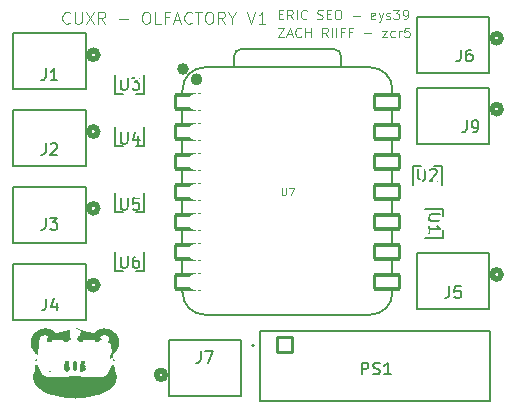
<source format=gto>
%TF.GenerationSoftware,KiCad,Pcbnew,9.0.0*%
%TF.CreationDate,2025-09-07T15:38:32-04:00*%
%TF.ProjectId,OlfactoryDisplay,4f6c6661-6374-46f7-9279-446973706c61,rev?*%
%TF.SameCoordinates,Original*%
%TF.FileFunction,Legend,Top*%
%TF.FilePolarity,Positive*%
%FSLAX46Y46*%
G04 Gerber Fmt 4.6, Leading zero omitted, Abs format (unit mm)*
G04 Created by KiCad (PCBNEW 9.0.0) date 2025-09-07 15:38:32*
%MOMM*%
%LPD*%
G01*
G04 APERTURE LIST*
G04 Aperture macros list*
%AMRoundRect*
0 Rectangle with rounded corners*
0 $1 Rounding radius*
0 $2 $3 $4 $5 $6 $7 $8 $9 X,Y pos of 4 corners*
0 Add a 4 corners polygon primitive as box body*
4,1,4,$2,$3,$4,$5,$6,$7,$8,$9,$2,$3,0*
0 Add four circle primitives for the rounded corners*
1,1,$1+$1,$2,$3*
1,1,$1+$1,$4,$5*
1,1,$1+$1,$6,$7*
1,1,$1+$1,$8,$9*
0 Add four rect primitives between the rounded corners*
20,1,$1+$1,$2,$3,$4,$5,0*
20,1,$1+$1,$4,$5,$6,$7,0*
20,1,$1+$1,$6,$7,$8,$9,0*
20,1,$1+$1,$8,$9,$2,$3,0*%
G04 Aperture macros list end*
%ADD10C,0.100000*%
%ADD11C,0.150000*%
%ADD12C,0.101600*%
%ADD13C,0.152400*%
%ADD14C,0.508000*%
%ADD15C,0.127000*%
%ADD16C,0.504000*%
%ADD17C,0.200000*%
%ADD18C,0.000000*%
%ADD19C,1.270000*%
%ADD20R,0.457200X1.117600*%
%ADD21C,3.200000*%
%ADD22R,1.117600X0.457200*%
%ADD23RoundRect,0.152400X1.063600X0.609600X-1.063600X0.609600X-1.063600X-0.609600X1.063600X-0.609600X0*%
%ADD24C,1.524000*%
%ADD25RoundRect,0.152400X-1.063600X-0.609600X1.063600X-0.609600X1.063600X0.609600X-1.063600X0.609600X0*%
%ADD26RoundRect,0.102000X-0.644000X-0.644000X0.644000X-0.644000X0.644000X0.644000X-0.644000X0.644000X0*%
%ADD27C,1.492000*%
G04 APERTURE END LIST*
D10*
X85559319Y-53170794D02*
X85511700Y-53218414D01*
X85511700Y-53218414D02*
X85368843Y-53266033D01*
X85368843Y-53266033D02*
X85273605Y-53266033D01*
X85273605Y-53266033D02*
X85130748Y-53218414D01*
X85130748Y-53218414D02*
X85035510Y-53123175D01*
X85035510Y-53123175D02*
X84987891Y-53027937D01*
X84987891Y-53027937D02*
X84940272Y-52837461D01*
X84940272Y-52837461D02*
X84940272Y-52694604D01*
X84940272Y-52694604D02*
X84987891Y-52504128D01*
X84987891Y-52504128D02*
X85035510Y-52408890D01*
X85035510Y-52408890D02*
X85130748Y-52313652D01*
X85130748Y-52313652D02*
X85273605Y-52266033D01*
X85273605Y-52266033D02*
X85368843Y-52266033D01*
X85368843Y-52266033D02*
X85511700Y-52313652D01*
X85511700Y-52313652D02*
X85559319Y-52361271D01*
X85987891Y-52266033D02*
X85987891Y-53075556D01*
X85987891Y-53075556D02*
X86035510Y-53170794D01*
X86035510Y-53170794D02*
X86083129Y-53218414D01*
X86083129Y-53218414D02*
X86178367Y-53266033D01*
X86178367Y-53266033D02*
X86368843Y-53266033D01*
X86368843Y-53266033D02*
X86464081Y-53218414D01*
X86464081Y-53218414D02*
X86511700Y-53170794D01*
X86511700Y-53170794D02*
X86559319Y-53075556D01*
X86559319Y-53075556D02*
X86559319Y-52266033D01*
X86940272Y-52266033D02*
X87606938Y-53266033D01*
X87606938Y-52266033D02*
X86940272Y-53266033D01*
X88559319Y-53266033D02*
X88225986Y-52789842D01*
X87987891Y-53266033D02*
X87987891Y-52266033D01*
X87987891Y-52266033D02*
X88368843Y-52266033D01*
X88368843Y-52266033D02*
X88464081Y-52313652D01*
X88464081Y-52313652D02*
X88511700Y-52361271D01*
X88511700Y-52361271D02*
X88559319Y-52456509D01*
X88559319Y-52456509D02*
X88559319Y-52599366D01*
X88559319Y-52599366D02*
X88511700Y-52694604D01*
X88511700Y-52694604D02*
X88464081Y-52742223D01*
X88464081Y-52742223D02*
X88368843Y-52789842D01*
X88368843Y-52789842D02*
X87987891Y-52789842D01*
X89749796Y-52885080D02*
X90511701Y-52885080D01*
X91940272Y-52266033D02*
X92130748Y-52266033D01*
X92130748Y-52266033D02*
X92225986Y-52313652D01*
X92225986Y-52313652D02*
X92321224Y-52408890D01*
X92321224Y-52408890D02*
X92368843Y-52599366D01*
X92368843Y-52599366D02*
X92368843Y-52932699D01*
X92368843Y-52932699D02*
X92321224Y-53123175D01*
X92321224Y-53123175D02*
X92225986Y-53218414D01*
X92225986Y-53218414D02*
X92130748Y-53266033D01*
X92130748Y-53266033D02*
X91940272Y-53266033D01*
X91940272Y-53266033D02*
X91845034Y-53218414D01*
X91845034Y-53218414D02*
X91749796Y-53123175D01*
X91749796Y-53123175D02*
X91702177Y-52932699D01*
X91702177Y-52932699D02*
X91702177Y-52599366D01*
X91702177Y-52599366D02*
X91749796Y-52408890D01*
X91749796Y-52408890D02*
X91845034Y-52313652D01*
X91845034Y-52313652D02*
X91940272Y-52266033D01*
X93273605Y-53266033D02*
X92797415Y-53266033D01*
X92797415Y-53266033D02*
X92797415Y-52266033D01*
X93940272Y-52742223D02*
X93606939Y-52742223D01*
X93606939Y-53266033D02*
X93606939Y-52266033D01*
X93606939Y-52266033D02*
X94083129Y-52266033D01*
X94416463Y-52980318D02*
X94892653Y-52980318D01*
X94321225Y-53266033D02*
X94654558Y-52266033D01*
X94654558Y-52266033D02*
X94987891Y-53266033D01*
X95892653Y-53170794D02*
X95845034Y-53218414D01*
X95845034Y-53218414D02*
X95702177Y-53266033D01*
X95702177Y-53266033D02*
X95606939Y-53266033D01*
X95606939Y-53266033D02*
X95464082Y-53218414D01*
X95464082Y-53218414D02*
X95368844Y-53123175D01*
X95368844Y-53123175D02*
X95321225Y-53027937D01*
X95321225Y-53027937D02*
X95273606Y-52837461D01*
X95273606Y-52837461D02*
X95273606Y-52694604D01*
X95273606Y-52694604D02*
X95321225Y-52504128D01*
X95321225Y-52504128D02*
X95368844Y-52408890D01*
X95368844Y-52408890D02*
X95464082Y-52313652D01*
X95464082Y-52313652D02*
X95606939Y-52266033D01*
X95606939Y-52266033D02*
X95702177Y-52266033D01*
X95702177Y-52266033D02*
X95845034Y-52313652D01*
X95845034Y-52313652D02*
X95892653Y-52361271D01*
X96178368Y-52266033D02*
X96749796Y-52266033D01*
X96464082Y-53266033D02*
X96464082Y-52266033D01*
X97273606Y-52266033D02*
X97464082Y-52266033D01*
X97464082Y-52266033D02*
X97559320Y-52313652D01*
X97559320Y-52313652D02*
X97654558Y-52408890D01*
X97654558Y-52408890D02*
X97702177Y-52599366D01*
X97702177Y-52599366D02*
X97702177Y-52932699D01*
X97702177Y-52932699D02*
X97654558Y-53123175D01*
X97654558Y-53123175D02*
X97559320Y-53218414D01*
X97559320Y-53218414D02*
X97464082Y-53266033D01*
X97464082Y-53266033D02*
X97273606Y-53266033D01*
X97273606Y-53266033D02*
X97178368Y-53218414D01*
X97178368Y-53218414D02*
X97083130Y-53123175D01*
X97083130Y-53123175D02*
X97035511Y-52932699D01*
X97035511Y-52932699D02*
X97035511Y-52599366D01*
X97035511Y-52599366D02*
X97083130Y-52408890D01*
X97083130Y-52408890D02*
X97178368Y-52313652D01*
X97178368Y-52313652D02*
X97273606Y-52266033D01*
X98702177Y-53266033D02*
X98368844Y-52789842D01*
X98130749Y-53266033D02*
X98130749Y-52266033D01*
X98130749Y-52266033D02*
X98511701Y-52266033D01*
X98511701Y-52266033D02*
X98606939Y-52313652D01*
X98606939Y-52313652D02*
X98654558Y-52361271D01*
X98654558Y-52361271D02*
X98702177Y-52456509D01*
X98702177Y-52456509D02*
X98702177Y-52599366D01*
X98702177Y-52599366D02*
X98654558Y-52694604D01*
X98654558Y-52694604D02*
X98606939Y-52742223D01*
X98606939Y-52742223D02*
X98511701Y-52789842D01*
X98511701Y-52789842D02*
X98130749Y-52789842D01*
X99321225Y-52789842D02*
X99321225Y-53266033D01*
X98987892Y-52266033D02*
X99321225Y-52789842D01*
X99321225Y-52789842D02*
X99654558Y-52266033D01*
X100606940Y-52266033D02*
X100940273Y-53266033D01*
X100940273Y-53266033D02*
X101273606Y-52266033D01*
X102130749Y-53266033D02*
X101559321Y-53266033D01*
X101845035Y-53266033D02*
X101845035Y-52266033D01*
X101845035Y-52266033D02*
X101749797Y-52408890D01*
X101749797Y-52408890D02*
X101654559Y-52504128D01*
X101654559Y-52504128D02*
X101559321Y-52551747D01*
X103180074Y-53596895D02*
X103713408Y-53596895D01*
X103713408Y-53596895D02*
X103180074Y-54396895D01*
X103180074Y-54396895D02*
X103713408Y-54396895D01*
X103980074Y-54168323D02*
X104361027Y-54168323D01*
X103903884Y-54396895D02*
X104170551Y-53596895D01*
X104170551Y-53596895D02*
X104437217Y-54396895D01*
X105161027Y-54320704D02*
X105122931Y-54358800D01*
X105122931Y-54358800D02*
X105008646Y-54396895D01*
X105008646Y-54396895D02*
X104932455Y-54396895D01*
X104932455Y-54396895D02*
X104818169Y-54358800D01*
X104818169Y-54358800D02*
X104741979Y-54282609D01*
X104741979Y-54282609D02*
X104703884Y-54206419D01*
X104703884Y-54206419D02*
X104665788Y-54054038D01*
X104665788Y-54054038D02*
X104665788Y-53939752D01*
X104665788Y-53939752D02*
X104703884Y-53787371D01*
X104703884Y-53787371D02*
X104741979Y-53711180D01*
X104741979Y-53711180D02*
X104818169Y-53634990D01*
X104818169Y-53634990D02*
X104932455Y-53596895D01*
X104932455Y-53596895D02*
X105008646Y-53596895D01*
X105008646Y-53596895D02*
X105122931Y-53634990D01*
X105122931Y-53634990D02*
X105161027Y-53673085D01*
X105503884Y-54396895D02*
X105503884Y-53596895D01*
X105503884Y-53977847D02*
X105961027Y-53977847D01*
X105961027Y-54396895D02*
X105961027Y-53596895D01*
X107408646Y-54396895D02*
X107141979Y-54015942D01*
X106951503Y-54396895D02*
X106951503Y-53596895D01*
X106951503Y-53596895D02*
X107256265Y-53596895D01*
X107256265Y-53596895D02*
X107332455Y-53634990D01*
X107332455Y-53634990D02*
X107370550Y-53673085D01*
X107370550Y-53673085D02*
X107408646Y-53749276D01*
X107408646Y-53749276D02*
X107408646Y-53863561D01*
X107408646Y-53863561D02*
X107370550Y-53939752D01*
X107370550Y-53939752D02*
X107332455Y-53977847D01*
X107332455Y-53977847D02*
X107256265Y-54015942D01*
X107256265Y-54015942D02*
X106951503Y-54015942D01*
X107751503Y-54396895D02*
X107751503Y-53596895D01*
X108132455Y-54396895D02*
X108132455Y-53596895D01*
X108780073Y-53977847D02*
X108513407Y-53977847D01*
X108513407Y-54396895D02*
X108513407Y-53596895D01*
X108513407Y-53596895D02*
X108894359Y-53596895D01*
X109465787Y-53977847D02*
X109199121Y-53977847D01*
X109199121Y-54396895D02*
X109199121Y-53596895D01*
X109199121Y-53596895D02*
X109580073Y-53596895D01*
X110494359Y-54092133D02*
X111103883Y-54092133D01*
X112018168Y-53863561D02*
X112437216Y-53863561D01*
X112437216Y-53863561D02*
X112018168Y-54396895D01*
X112018168Y-54396895D02*
X112437216Y-54396895D01*
X113084835Y-54358800D02*
X113008644Y-54396895D01*
X113008644Y-54396895D02*
X112856263Y-54396895D01*
X112856263Y-54396895D02*
X112780073Y-54358800D01*
X112780073Y-54358800D02*
X112741978Y-54320704D01*
X112741978Y-54320704D02*
X112703882Y-54244514D01*
X112703882Y-54244514D02*
X112703882Y-54015942D01*
X112703882Y-54015942D02*
X112741978Y-53939752D01*
X112741978Y-53939752D02*
X112780073Y-53901657D01*
X112780073Y-53901657D02*
X112856263Y-53863561D01*
X112856263Y-53863561D02*
X113008644Y-53863561D01*
X113008644Y-53863561D02*
X113084835Y-53901657D01*
X113427692Y-54396895D02*
X113427692Y-53863561D01*
X113427692Y-54015942D02*
X113465787Y-53939752D01*
X113465787Y-53939752D02*
X113503882Y-53901657D01*
X113503882Y-53901657D02*
X113580073Y-53863561D01*
X113580073Y-53863561D02*
X113656263Y-53863561D01*
X114303882Y-53596895D02*
X113922930Y-53596895D01*
X113922930Y-53596895D02*
X113884834Y-53977847D01*
X113884834Y-53977847D02*
X113922930Y-53939752D01*
X113922930Y-53939752D02*
X113999120Y-53901657D01*
X113999120Y-53901657D02*
X114189596Y-53901657D01*
X114189596Y-53901657D02*
X114265787Y-53939752D01*
X114265787Y-53939752D02*
X114303882Y-53977847D01*
X114303882Y-53977847D02*
X114341977Y-54054038D01*
X114341977Y-54054038D02*
X114341977Y-54244514D01*
X114341977Y-54244514D02*
X114303882Y-54320704D01*
X114303882Y-54320704D02*
X114265787Y-54358800D01*
X114265787Y-54358800D02*
X114189596Y-54396895D01*
X114189596Y-54396895D02*
X113999120Y-54396895D01*
X113999120Y-54396895D02*
X113922930Y-54358800D01*
X113922930Y-54358800D02*
X113884834Y-54320704D01*
X103256265Y-52477847D02*
X103522931Y-52477847D01*
X103637217Y-52896895D02*
X103256265Y-52896895D01*
X103256265Y-52896895D02*
X103256265Y-52096895D01*
X103256265Y-52096895D02*
X103637217Y-52096895D01*
X104437218Y-52896895D02*
X104170551Y-52515942D01*
X103980075Y-52896895D02*
X103980075Y-52096895D01*
X103980075Y-52096895D02*
X104284837Y-52096895D01*
X104284837Y-52096895D02*
X104361027Y-52134990D01*
X104361027Y-52134990D02*
X104399122Y-52173085D01*
X104399122Y-52173085D02*
X104437218Y-52249276D01*
X104437218Y-52249276D02*
X104437218Y-52363561D01*
X104437218Y-52363561D02*
X104399122Y-52439752D01*
X104399122Y-52439752D02*
X104361027Y-52477847D01*
X104361027Y-52477847D02*
X104284837Y-52515942D01*
X104284837Y-52515942D02*
X103980075Y-52515942D01*
X104780075Y-52896895D02*
X104780075Y-52096895D01*
X105618170Y-52820704D02*
X105580074Y-52858800D01*
X105580074Y-52858800D02*
X105465789Y-52896895D01*
X105465789Y-52896895D02*
X105389598Y-52896895D01*
X105389598Y-52896895D02*
X105275312Y-52858800D01*
X105275312Y-52858800D02*
X105199122Y-52782609D01*
X105199122Y-52782609D02*
X105161027Y-52706419D01*
X105161027Y-52706419D02*
X105122931Y-52554038D01*
X105122931Y-52554038D02*
X105122931Y-52439752D01*
X105122931Y-52439752D02*
X105161027Y-52287371D01*
X105161027Y-52287371D02*
X105199122Y-52211180D01*
X105199122Y-52211180D02*
X105275312Y-52134990D01*
X105275312Y-52134990D02*
X105389598Y-52096895D01*
X105389598Y-52096895D02*
X105465789Y-52096895D01*
X105465789Y-52096895D02*
X105580074Y-52134990D01*
X105580074Y-52134990D02*
X105618170Y-52173085D01*
X106532455Y-52858800D02*
X106646741Y-52896895D01*
X106646741Y-52896895D02*
X106837217Y-52896895D01*
X106837217Y-52896895D02*
X106913408Y-52858800D01*
X106913408Y-52858800D02*
X106951503Y-52820704D01*
X106951503Y-52820704D02*
X106989598Y-52744514D01*
X106989598Y-52744514D02*
X106989598Y-52668323D01*
X106989598Y-52668323D02*
X106951503Y-52592133D01*
X106951503Y-52592133D02*
X106913408Y-52554038D01*
X106913408Y-52554038D02*
X106837217Y-52515942D01*
X106837217Y-52515942D02*
X106684836Y-52477847D01*
X106684836Y-52477847D02*
X106608646Y-52439752D01*
X106608646Y-52439752D02*
X106570551Y-52401657D01*
X106570551Y-52401657D02*
X106532455Y-52325466D01*
X106532455Y-52325466D02*
X106532455Y-52249276D01*
X106532455Y-52249276D02*
X106570551Y-52173085D01*
X106570551Y-52173085D02*
X106608646Y-52134990D01*
X106608646Y-52134990D02*
X106684836Y-52096895D01*
X106684836Y-52096895D02*
X106875313Y-52096895D01*
X106875313Y-52096895D02*
X106989598Y-52134990D01*
X107332456Y-52477847D02*
X107599122Y-52477847D01*
X107713408Y-52896895D02*
X107332456Y-52896895D01*
X107332456Y-52896895D02*
X107332456Y-52096895D01*
X107332456Y-52096895D02*
X107713408Y-52096895D01*
X108208647Y-52096895D02*
X108361028Y-52096895D01*
X108361028Y-52096895D02*
X108437218Y-52134990D01*
X108437218Y-52134990D02*
X108513409Y-52211180D01*
X108513409Y-52211180D02*
X108551504Y-52363561D01*
X108551504Y-52363561D02*
X108551504Y-52630228D01*
X108551504Y-52630228D02*
X108513409Y-52782609D01*
X108513409Y-52782609D02*
X108437218Y-52858800D01*
X108437218Y-52858800D02*
X108361028Y-52896895D01*
X108361028Y-52896895D02*
X108208647Y-52896895D01*
X108208647Y-52896895D02*
X108132456Y-52858800D01*
X108132456Y-52858800D02*
X108056266Y-52782609D01*
X108056266Y-52782609D02*
X108018170Y-52630228D01*
X108018170Y-52630228D02*
X108018170Y-52363561D01*
X108018170Y-52363561D02*
X108056266Y-52211180D01*
X108056266Y-52211180D02*
X108132456Y-52134990D01*
X108132456Y-52134990D02*
X108208647Y-52096895D01*
X109503885Y-52592133D02*
X110113409Y-52592133D01*
X111408647Y-52858800D02*
X111332456Y-52896895D01*
X111332456Y-52896895D02*
X111180075Y-52896895D01*
X111180075Y-52896895D02*
X111103885Y-52858800D01*
X111103885Y-52858800D02*
X111065789Y-52782609D01*
X111065789Y-52782609D02*
X111065789Y-52477847D01*
X111065789Y-52477847D02*
X111103885Y-52401657D01*
X111103885Y-52401657D02*
X111180075Y-52363561D01*
X111180075Y-52363561D02*
X111332456Y-52363561D01*
X111332456Y-52363561D02*
X111408647Y-52401657D01*
X111408647Y-52401657D02*
X111446742Y-52477847D01*
X111446742Y-52477847D02*
X111446742Y-52554038D01*
X111446742Y-52554038D02*
X111065789Y-52630228D01*
X111713408Y-52363561D02*
X111903884Y-52896895D01*
X112094361Y-52363561D02*
X111903884Y-52896895D01*
X111903884Y-52896895D02*
X111827694Y-53087371D01*
X111827694Y-53087371D02*
X111789599Y-53125466D01*
X111789599Y-53125466D02*
X111713408Y-53163561D01*
X112361027Y-52858800D02*
X112437218Y-52896895D01*
X112437218Y-52896895D02*
X112589599Y-52896895D01*
X112589599Y-52896895D02*
X112665789Y-52858800D01*
X112665789Y-52858800D02*
X112703885Y-52782609D01*
X112703885Y-52782609D02*
X112703885Y-52744514D01*
X112703885Y-52744514D02*
X112665789Y-52668323D01*
X112665789Y-52668323D02*
X112589599Y-52630228D01*
X112589599Y-52630228D02*
X112475313Y-52630228D01*
X112475313Y-52630228D02*
X112399123Y-52592133D01*
X112399123Y-52592133D02*
X112361027Y-52515942D01*
X112361027Y-52515942D02*
X112361027Y-52477847D01*
X112361027Y-52477847D02*
X112399123Y-52401657D01*
X112399123Y-52401657D02*
X112475313Y-52363561D01*
X112475313Y-52363561D02*
X112589599Y-52363561D01*
X112589599Y-52363561D02*
X112665789Y-52401657D01*
X112970551Y-52096895D02*
X113465789Y-52096895D01*
X113465789Y-52096895D02*
X113199123Y-52401657D01*
X113199123Y-52401657D02*
X113313408Y-52401657D01*
X113313408Y-52401657D02*
X113389599Y-52439752D01*
X113389599Y-52439752D02*
X113427694Y-52477847D01*
X113427694Y-52477847D02*
X113465789Y-52554038D01*
X113465789Y-52554038D02*
X113465789Y-52744514D01*
X113465789Y-52744514D02*
X113427694Y-52820704D01*
X113427694Y-52820704D02*
X113389599Y-52858800D01*
X113389599Y-52858800D02*
X113313408Y-52896895D01*
X113313408Y-52896895D02*
X113084837Y-52896895D01*
X113084837Y-52896895D02*
X113008646Y-52858800D01*
X113008646Y-52858800D02*
X112970551Y-52820704D01*
X113846742Y-52896895D02*
X113999123Y-52896895D01*
X113999123Y-52896895D02*
X114075313Y-52858800D01*
X114075313Y-52858800D02*
X114113409Y-52820704D01*
X114113409Y-52820704D02*
X114189599Y-52706419D01*
X114189599Y-52706419D02*
X114227694Y-52554038D01*
X114227694Y-52554038D02*
X114227694Y-52249276D01*
X114227694Y-52249276D02*
X114189599Y-52173085D01*
X114189599Y-52173085D02*
X114151504Y-52134990D01*
X114151504Y-52134990D02*
X114075313Y-52096895D01*
X114075313Y-52096895D02*
X113922932Y-52096895D01*
X113922932Y-52096895D02*
X113846742Y-52134990D01*
X113846742Y-52134990D02*
X113808647Y-52173085D01*
X113808647Y-52173085D02*
X113770551Y-52249276D01*
X113770551Y-52249276D02*
X113770551Y-52439752D01*
X113770551Y-52439752D02*
X113808647Y-52515942D01*
X113808647Y-52515942D02*
X113846742Y-52554038D01*
X113846742Y-52554038D02*
X113922932Y-52592133D01*
X113922932Y-52592133D02*
X114075313Y-52592133D01*
X114075313Y-52592133D02*
X114151504Y-52554038D01*
X114151504Y-52554038D02*
X114189599Y-52515942D01*
X114189599Y-52515942D02*
X114227694Y-52439752D01*
D11*
X83516668Y-69716917D02*
X83516668Y-70431202D01*
X83516668Y-70431202D02*
X83469049Y-70574059D01*
X83469049Y-70574059D02*
X83373811Y-70669298D01*
X83373811Y-70669298D02*
X83230954Y-70716917D01*
X83230954Y-70716917D02*
X83135716Y-70716917D01*
X83897621Y-69716917D02*
X84516668Y-69716917D01*
X84516668Y-69716917D02*
X84183335Y-70097869D01*
X84183335Y-70097869D02*
X84326192Y-70097869D01*
X84326192Y-70097869D02*
X84421430Y-70145488D01*
X84421430Y-70145488D02*
X84469049Y-70193107D01*
X84469049Y-70193107D02*
X84516668Y-70288345D01*
X84516668Y-70288345D02*
X84516668Y-70526440D01*
X84516668Y-70526440D02*
X84469049Y-70621678D01*
X84469049Y-70621678D02*
X84421430Y-70669298D01*
X84421430Y-70669298D02*
X84326192Y-70716917D01*
X84326192Y-70716917D02*
X84040478Y-70716917D01*
X84040478Y-70716917D02*
X83945240Y-70669298D01*
X83945240Y-70669298D02*
X83897621Y-70621678D01*
X115088096Y-65553119D02*
X115088096Y-66362642D01*
X115088096Y-66362642D02*
X115135715Y-66457880D01*
X115135715Y-66457880D02*
X115183334Y-66505500D01*
X115183334Y-66505500D02*
X115278572Y-66553119D01*
X115278572Y-66553119D02*
X115469048Y-66553119D01*
X115469048Y-66553119D02*
X115564286Y-66505500D01*
X115564286Y-66505500D02*
X115611905Y-66457880D01*
X115611905Y-66457880D02*
X115659524Y-66362642D01*
X115659524Y-66362642D02*
X115659524Y-65553119D01*
X116088096Y-65648357D02*
X116135715Y-65600738D01*
X116135715Y-65600738D02*
X116230953Y-65553119D01*
X116230953Y-65553119D02*
X116469048Y-65553119D01*
X116469048Y-65553119D02*
X116564286Y-65600738D01*
X116564286Y-65600738D02*
X116611905Y-65648357D01*
X116611905Y-65648357D02*
X116659524Y-65743595D01*
X116659524Y-65743595D02*
X116659524Y-65838833D01*
X116659524Y-65838833D02*
X116611905Y-65981690D01*
X116611905Y-65981690D02*
X116040477Y-66553119D01*
X116040477Y-66553119D02*
X116659524Y-66553119D01*
X83516667Y-63382918D02*
X83516667Y-64097203D01*
X83516667Y-64097203D02*
X83469048Y-64240060D01*
X83469048Y-64240060D02*
X83373810Y-64335299D01*
X83373810Y-64335299D02*
X83230953Y-64382918D01*
X83230953Y-64382918D02*
X83135715Y-64382918D01*
X83945239Y-63478156D02*
X83992858Y-63430537D01*
X83992858Y-63430537D02*
X84088096Y-63382918D01*
X84088096Y-63382918D02*
X84326191Y-63382918D01*
X84326191Y-63382918D02*
X84421429Y-63430537D01*
X84421429Y-63430537D02*
X84469048Y-63478156D01*
X84469048Y-63478156D02*
X84516667Y-63573394D01*
X84516667Y-63573394D02*
X84516667Y-63668632D01*
X84516667Y-63668632D02*
X84469048Y-63811489D01*
X84469048Y-63811489D02*
X83897620Y-64382918D01*
X83897620Y-64382918D02*
X84516667Y-64382918D01*
X116946880Y-69388094D02*
X116137357Y-69388094D01*
X116137357Y-69388094D02*
X116042119Y-69435713D01*
X116042119Y-69435713D02*
X115994500Y-69483332D01*
X115994500Y-69483332D02*
X115946880Y-69578570D01*
X115946880Y-69578570D02*
X115946880Y-69769046D01*
X115946880Y-69769046D02*
X115994500Y-69864284D01*
X115994500Y-69864284D02*
X116042119Y-69911903D01*
X116042119Y-69911903D02*
X116137357Y-69959522D01*
X116137357Y-69959522D02*
X116946880Y-69959522D01*
X115946880Y-70959522D02*
X115946880Y-70388094D01*
X115946880Y-70673808D02*
X116946880Y-70673808D01*
X116946880Y-70673808D02*
X116804023Y-70578570D01*
X116804023Y-70578570D02*
X116708785Y-70483332D01*
X116708785Y-70483332D02*
X116661166Y-70388094D01*
D12*
X103516190Y-67153479D02*
X103516190Y-67667526D01*
X103516190Y-67667526D02*
X103546428Y-67728002D01*
X103546428Y-67728002D02*
X103576666Y-67758241D01*
X103576666Y-67758241D02*
X103637142Y-67788479D01*
X103637142Y-67788479D02*
X103758095Y-67788479D01*
X103758095Y-67788479D02*
X103818571Y-67758241D01*
X103818571Y-67758241D02*
X103848809Y-67728002D01*
X103848809Y-67728002D02*
X103879047Y-67667526D01*
X103879047Y-67667526D02*
X103879047Y-67153479D01*
X104120952Y-67153479D02*
X104544285Y-67153479D01*
X104544285Y-67153479D02*
X104272142Y-67788479D01*
D11*
X119166666Y-61454819D02*
X119166666Y-62169104D01*
X119166666Y-62169104D02*
X119119047Y-62311961D01*
X119119047Y-62311961D02*
X119023809Y-62407200D01*
X119023809Y-62407200D02*
X118880952Y-62454819D01*
X118880952Y-62454819D02*
X118785714Y-62454819D01*
X119690476Y-62454819D02*
X119880952Y-62454819D01*
X119880952Y-62454819D02*
X119976190Y-62407200D01*
X119976190Y-62407200D02*
X120023809Y-62359580D01*
X120023809Y-62359580D02*
X120119047Y-62216723D01*
X120119047Y-62216723D02*
X120166666Y-62026247D01*
X120166666Y-62026247D02*
X120166666Y-61645295D01*
X120166666Y-61645295D02*
X120119047Y-61550057D01*
X120119047Y-61550057D02*
X120071428Y-61502438D01*
X120071428Y-61502438D02*
X119976190Y-61454819D01*
X119976190Y-61454819D02*
X119785714Y-61454819D01*
X119785714Y-61454819D02*
X119690476Y-61502438D01*
X119690476Y-61502438D02*
X119642857Y-61550057D01*
X119642857Y-61550057D02*
X119595238Y-61645295D01*
X119595238Y-61645295D02*
X119595238Y-61883390D01*
X119595238Y-61883390D02*
X119642857Y-61978628D01*
X119642857Y-61978628D02*
X119690476Y-62026247D01*
X119690476Y-62026247D02*
X119785714Y-62073866D01*
X119785714Y-62073866D02*
X119976190Y-62073866D01*
X119976190Y-62073866D02*
X120071428Y-62026247D01*
X120071428Y-62026247D02*
X120119047Y-61978628D01*
X120119047Y-61978628D02*
X120166666Y-61883390D01*
X110285714Y-82954819D02*
X110285714Y-81954819D01*
X110285714Y-81954819D02*
X110666666Y-81954819D01*
X110666666Y-81954819D02*
X110761904Y-82002438D01*
X110761904Y-82002438D02*
X110809523Y-82050057D01*
X110809523Y-82050057D02*
X110857142Y-82145295D01*
X110857142Y-82145295D02*
X110857142Y-82288152D01*
X110857142Y-82288152D02*
X110809523Y-82383390D01*
X110809523Y-82383390D02*
X110761904Y-82431009D01*
X110761904Y-82431009D02*
X110666666Y-82478628D01*
X110666666Y-82478628D02*
X110285714Y-82478628D01*
X111238095Y-82907200D02*
X111380952Y-82954819D01*
X111380952Y-82954819D02*
X111619047Y-82954819D01*
X111619047Y-82954819D02*
X111714285Y-82907200D01*
X111714285Y-82907200D02*
X111761904Y-82859580D01*
X111761904Y-82859580D02*
X111809523Y-82764342D01*
X111809523Y-82764342D02*
X111809523Y-82669104D01*
X111809523Y-82669104D02*
X111761904Y-82573866D01*
X111761904Y-82573866D02*
X111714285Y-82526247D01*
X111714285Y-82526247D02*
X111619047Y-82478628D01*
X111619047Y-82478628D02*
X111428571Y-82431009D01*
X111428571Y-82431009D02*
X111333333Y-82383390D01*
X111333333Y-82383390D02*
X111285714Y-82335771D01*
X111285714Y-82335771D02*
X111238095Y-82240533D01*
X111238095Y-82240533D02*
X111238095Y-82145295D01*
X111238095Y-82145295D02*
X111285714Y-82050057D01*
X111285714Y-82050057D02*
X111333333Y-82002438D01*
X111333333Y-82002438D02*
X111428571Y-81954819D01*
X111428571Y-81954819D02*
X111666666Y-81954819D01*
X111666666Y-81954819D02*
X111809523Y-82002438D01*
X112761904Y-82954819D02*
X112190476Y-82954819D01*
X112476190Y-82954819D02*
X112476190Y-81954819D01*
X112476190Y-81954819D02*
X112380952Y-82097676D01*
X112380952Y-82097676D02*
X112285714Y-82192914D01*
X112285714Y-82192914D02*
X112190476Y-82240533D01*
X118666666Y-55454819D02*
X118666666Y-56169104D01*
X118666666Y-56169104D02*
X118619047Y-56311961D01*
X118619047Y-56311961D02*
X118523809Y-56407200D01*
X118523809Y-56407200D02*
X118380952Y-56454819D01*
X118380952Y-56454819D02*
X118285714Y-56454819D01*
X119571428Y-55454819D02*
X119380952Y-55454819D01*
X119380952Y-55454819D02*
X119285714Y-55502438D01*
X119285714Y-55502438D02*
X119238095Y-55550057D01*
X119238095Y-55550057D02*
X119142857Y-55692914D01*
X119142857Y-55692914D02*
X119095238Y-55883390D01*
X119095238Y-55883390D02*
X119095238Y-56264342D01*
X119095238Y-56264342D02*
X119142857Y-56359580D01*
X119142857Y-56359580D02*
X119190476Y-56407200D01*
X119190476Y-56407200D02*
X119285714Y-56454819D01*
X119285714Y-56454819D02*
X119476190Y-56454819D01*
X119476190Y-56454819D02*
X119571428Y-56407200D01*
X119571428Y-56407200D02*
X119619047Y-56359580D01*
X119619047Y-56359580D02*
X119666666Y-56264342D01*
X119666666Y-56264342D02*
X119666666Y-56026247D01*
X119666666Y-56026247D02*
X119619047Y-55931009D01*
X119619047Y-55931009D02*
X119571428Y-55883390D01*
X119571428Y-55883390D02*
X119476190Y-55835771D01*
X119476190Y-55835771D02*
X119285714Y-55835771D01*
X119285714Y-55835771D02*
X119190476Y-55883390D01*
X119190476Y-55883390D02*
X119142857Y-55931009D01*
X119142857Y-55931009D02*
X119095238Y-56026247D01*
X83556166Y-76548919D02*
X83556166Y-77263204D01*
X83556166Y-77263204D02*
X83508547Y-77406061D01*
X83508547Y-77406061D02*
X83413309Y-77501300D01*
X83413309Y-77501300D02*
X83270452Y-77548919D01*
X83270452Y-77548919D02*
X83175214Y-77548919D01*
X84460928Y-76882252D02*
X84460928Y-77548919D01*
X84222833Y-76501300D02*
X83984738Y-77215585D01*
X83984738Y-77215585D02*
X84603785Y-77215585D01*
X89888094Y-57856519D02*
X89888094Y-58666042D01*
X89888094Y-58666042D02*
X89935713Y-58761280D01*
X89935713Y-58761280D02*
X89983332Y-58808900D01*
X89983332Y-58808900D02*
X90078570Y-58856519D01*
X90078570Y-58856519D02*
X90269046Y-58856519D01*
X90269046Y-58856519D02*
X90364284Y-58808900D01*
X90364284Y-58808900D02*
X90411903Y-58761280D01*
X90411903Y-58761280D02*
X90459522Y-58666042D01*
X90459522Y-58666042D02*
X90459522Y-57856519D01*
X90840475Y-57856519D02*
X91459522Y-57856519D01*
X91459522Y-57856519D02*
X91126189Y-58237471D01*
X91126189Y-58237471D02*
X91269046Y-58237471D01*
X91269046Y-58237471D02*
X91364284Y-58285090D01*
X91364284Y-58285090D02*
X91411903Y-58332709D01*
X91411903Y-58332709D02*
X91459522Y-58427947D01*
X91459522Y-58427947D02*
X91459522Y-58666042D01*
X91459522Y-58666042D02*
X91411903Y-58761280D01*
X91411903Y-58761280D02*
X91364284Y-58808900D01*
X91364284Y-58808900D02*
X91269046Y-58856519D01*
X91269046Y-58856519D02*
X90983332Y-58856519D01*
X90983332Y-58856519D02*
X90888094Y-58808900D01*
X90888094Y-58808900D02*
X90840475Y-58761280D01*
X89888094Y-68039764D02*
X89888094Y-68849287D01*
X89888094Y-68849287D02*
X89935713Y-68944525D01*
X89935713Y-68944525D02*
X89983332Y-68992145D01*
X89983332Y-68992145D02*
X90078570Y-69039764D01*
X90078570Y-69039764D02*
X90269046Y-69039764D01*
X90269046Y-69039764D02*
X90364284Y-68992145D01*
X90364284Y-68992145D02*
X90411903Y-68944525D01*
X90411903Y-68944525D02*
X90459522Y-68849287D01*
X90459522Y-68849287D02*
X90459522Y-68039764D01*
X91411903Y-68039764D02*
X90935713Y-68039764D01*
X90935713Y-68039764D02*
X90888094Y-68515954D01*
X90888094Y-68515954D02*
X90935713Y-68468335D01*
X90935713Y-68468335D02*
X91030951Y-68420716D01*
X91030951Y-68420716D02*
X91269046Y-68420716D01*
X91269046Y-68420716D02*
X91364284Y-68468335D01*
X91364284Y-68468335D02*
X91411903Y-68515954D01*
X91411903Y-68515954D02*
X91459522Y-68611192D01*
X91459522Y-68611192D02*
X91459522Y-68849287D01*
X91459522Y-68849287D02*
X91411903Y-68944525D01*
X91411903Y-68944525D02*
X91364284Y-68992145D01*
X91364284Y-68992145D02*
X91269046Y-69039764D01*
X91269046Y-69039764D02*
X91030951Y-69039764D01*
X91030951Y-69039764D02*
X90935713Y-68992145D01*
X90935713Y-68992145D02*
X90888094Y-68944525D01*
X89888094Y-62457346D02*
X89888094Y-63266869D01*
X89888094Y-63266869D02*
X89935713Y-63362107D01*
X89935713Y-63362107D02*
X89983332Y-63409727D01*
X89983332Y-63409727D02*
X90078570Y-63457346D01*
X90078570Y-63457346D02*
X90269046Y-63457346D01*
X90269046Y-63457346D02*
X90364284Y-63409727D01*
X90364284Y-63409727D02*
X90411903Y-63362107D01*
X90411903Y-63362107D02*
X90459522Y-63266869D01*
X90459522Y-63266869D02*
X90459522Y-62457346D01*
X91364284Y-62790679D02*
X91364284Y-63457346D01*
X91126189Y-62409727D02*
X90888094Y-63124012D01*
X90888094Y-63124012D02*
X91507141Y-63124012D01*
X83516667Y-57048919D02*
X83516667Y-57763204D01*
X83516667Y-57763204D02*
X83469048Y-57906061D01*
X83469048Y-57906061D02*
X83373810Y-58001300D01*
X83373810Y-58001300D02*
X83230953Y-58048919D01*
X83230953Y-58048919D02*
X83135715Y-58048919D01*
X84516667Y-58048919D02*
X83945239Y-58048919D01*
X84230953Y-58048919D02*
X84230953Y-57048919D01*
X84230953Y-57048919D02*
X84135715Y-57191776D01*
X84135715Y-57191776D02*
X84040477Y-57287014D01*
X84040477Y-57287014D02*
X83945239Y-57334633D01*
X96666667Y-80954819D02*
X96666667Y-81669104D01*
X96666667Y-81669104D02*
X96619048Y-81811961D01*
X96619048Y-81811961D02*
X96523810Y-81907200D01*
X96523810Y-81907200D02*
X96380953Y-81954819D01*
X96380953Y-81954819D02*
X96285715Y-81954819D01*
X97047620Y-80954819D02*
X97714286Y-80954819D01*
X97714286Y-80954819D02*
X97285715Y-81954819D01*
X117706166Y-75481217D02*
X117706166Y-76195502D01*
X117706166Y-76195502D02*
X117658547Y-76338359D01*
X117658547Y-76338359D02*
X117563309Y-76433598D01*
X117563309Y-76433598D02*
X117420452Y-76481217D01*
X117420452Y-76481217D02*
X117325214Y-76481217D01*
X118658547Y-75481217D02*
X118182357Y-75481217D01*
X118182357Y-75481217D02*
X118134738Y-75957407D01*
X118134738Y-75957407D02*
X118182357Y-75909788D01*
X118182357Y-75909788D02*
X118277595Y-75862169D01*
X118277595Y-75862169D02*
X118515690Y-75862169D01*
X118515690Y-75862169D02*
X118610928Y-75909788D01*
X118610928Y-75909788D02*
X118658547Y-75957407D01*
X118658547Y-75957407D02*
X118706166Y-76052645D01*
X118706166Y-76052645D02*
X118706166Y-76290740D01*
X118706166Y-76290740D02*
X118658547Y-76385978D01*
X118658547Y-76385978D02*
X118610928Y-76433598D01*
X118610928Y-76433598D02*
X118515690Y-76481217D01*
X118515690Y-76481217D02*
X118277595Y-76481217D01*
X118277595Y-76481217D02*
X118182357Y-76433598D01*
X118182357Y-76433598D02*
X118134738Y-76385978D01*
X89888094Y-72952291D02*
X89888094Y-73761814D01*
X89888094Y-73761814D02*
X89935713Y-73857052D01*
X89935713Y-73857052D02*
X89983332Y-73904672D01*
X89983332Y-73904672D02*
X90078570Y-73952291D01*
X90078570Y-73952291D02*
X90269046Y-73952291D01*
X90269046Y-73952291D02*
X90364284Y-73904672D01*
X90364284Y-73904672D02*
X90411903Y-73857052D01*
X90411903Y-73857052D02*
X90459522Y-73761814D01*
X90459522Y-73761814D02*
X90459522Y-72952291D01*
X91364284Y-72952291D02*
X91173808Y-72952291D01*
X91173808Y-72952291D02*
X91078570Y-72999910D01*
X91078570Y-72999910D02*
X91030951Y-73047529D01*
X91030951Y-73047529D02*
X90935713Y-73190386D01*
X90935713Y-73190386D02*
X90888094Y-73380862D01*
X90888094Y-73380862D02*
X90888094Y-73761814D01*
X90888094Y-73761814D02*
X90935713Y-73857052D01*
X90935713Y-73857052D02*
X90983332Y-73904672D01*
X90983332Y-73904672D02*
X91078570Y-73952291D01*
X91078570Y-73952291D02*
X91269046Y-73952291D01*
X91269046Y-73952291D02*
X91364284Y-73904672D01*
X91364284Y-73904672D02*
X91411903Y-73857052D01*
X91411903Y-73857052D02*
X91459522Y-73761814D01*
X91459522Y-73761814D02*
X91459522Y-73523719D01*
X91459522Y-73523719D02*
X91411903Y-73428481D01*
X91411903Y-73428481D02*
X91364284Y-73380862D01*
X91364284Y-73380862D02*
X91269046Y-73333243D01*
X91269046Y-73333243D02*
X91078570Y-73333243D01*
X91078570Y-73333243D02*
X90983332Y-73380862D01*
X90983332Y-73380862D02*
X90935713Y-73428481D01*
X90935713Y-73428481D02*
X90888094Y-73523719D01*
D13*
%TO.C,J3*%
X80776602Y-67074700D02*
X80776602Y-71824501D01*
X80776602Y-71824501D02*
X86923402Y-71824501D01*
X86923402Y-67074700D02*
X80776602Y-67074700D01*
X86923402Y-71824501D02*
X86923402Y-67074700D01*
D14*
X87939402Y-68901700D02*
G75*
G02*
X87177402Y-68901700I-381000J0D01*
G01*
X87177402Y-68901700D02*
G75*
G02*
X87939402Y-68901700I381000J0D01*
G01*
D13*
%TO.C,U2*%
X114618101Y-65298200D02*
X114618101Y-66898400D01*
X115288661Y-65298200D02*
X114618101Y-65298200D01*
X117081901Y-65298200D02*
X116411341Y-65298200D01*
X117081901Y-66898400D02*
X117081901Y-65298200D01*
%TO.C,J2*%
X80776601Y-60574700D02*
X80776601Y-65324501D01*
X80776601Y-65324501D02*
X86923401Y-65324501D01*
X86923401Y-60574700D02*
X80776601Y-60574700D01*
X86923401Y-65324501D02*
X86923401Y-60574700D01*
D14*
X87939401Y-62401700D02*
G75*
G02*
X87177401Y-62401700I-381000J0D01*
G01*
X87177401Y-62401700D02*
G75*
G02*
X87939401Y-62401700I381000J0D01*
G01*
D13*
%TO.C,U1*%
X115601600Y-71381899D02*
X117201800Y-71381899D01*
X117201800Y-68918099D02*
X115601600Y-68918099D01*
X117201800Y-69588659D02*
X117201800Y-68918099D01*
X117201800Y-71381899D02*
X117201800Y-70711339D01*
D15*
%TO.C,U7*%
X95110000Y-76009000D02*
X95110000Y-58864000D01*
X97015000Y-77914000D02*
X110985000Y-77914000D01*
X99505000Y-56959000D02*
X99508728Y-55948728D01*
X100008728Y-55449000D02*
X108004000Y-55449000D01*
X108504000Y-55949000D02*
X108504000Y-56959000D01*
D10*
X110985000Y-56959000D02*
X97015000Y-56959000D01*
D15*
X110985000Y-56959000D02*
X97015000Y-56959000D01*
X112890000Y-76009000D02*
X112890000Y-58864000D01*
X95110000Y-58864000D02*
G75*
G02*
X97015000Y-56959000I1905001J-1D01*
G01*
X97015000Y-77914000D02*
G75*
G02*
X95110000Y-76009000I1J1905001D01*
G01*
X99508728Y-55948728D02*
G75*
G02*
X100008728Y-55449001I500018J-291D01*
G01*
X108004000Y-55449000D02*
G75*
G02*
X108504000Y-55949000I-100J-500100D01*
G01*
X110985000Y-56959000D02*
G75*
G02*
X112890000Y-58864000I0J-1905000D01*
G01*
X112890000Y-76009000D02*
G75*
G02*
X110985000Y-77914000I-1905000J0D01*
G01*
D16*
X95402000Y-57100000D02*
G75*
G02*
X94898000Y-57100000I-252000J0D01*
G01*
X94898000Y-57100000D02*
G75*
G02*
X95402000Y-57100000I252000J0D01*
G01*
X96545000Y-57980000D02*
G75*
G02*
X96041000Y-57980000I-252000J0D01*
G01*
X96041000Y-57980000D02*
G75*
G02*
X96545000Y-57980000I252000J0D01*
G01*
D13*
%TO.C,J9*%
X114926600Y-58673000D02*
X114926600Y-63422801D01*
X114926600Y-63422801D02*
X121073400Y-63422801D01*
X121073400Y-58673000D02*
X114926600Y-58673000D01*
X121073400Y-63422801D02*
X121073400Y-58673000D01*
D14*
X122089400Y-60500000D02*
G75*
G02*
X121327400Y-60500000I-381000J0D01*
G01*
X121327400Y-60500000D02*
G75*
G02*
X122089400Y-60500000I381000J0D01*
G01*
D15*
%TO.C,PS1*%
X101630000Y-79250000D02*
X121130000Y-79250000D01*
X101630000Y-85250000D02*
X101630000Y-79250000D01*
X121130000Y-79250000D02*
X121130000Y-85250000D01*
X121130000Y-85250000D02*
X101630000Y-85250000D01*
D17*
X101180000Y-80500000D02*
G75*
G02*
X100980000Y-80500000I-100000J0D01*
G01*
X100980000Y-80500000D02*
G75*
G02*
X101180000Y-80500000I100000J0D01*
G01*
D13*
%TO.C,J6*%
X114926600Y-52673000D02*
X114926600Y-57422801D01*
X114926600Y-57422801D02*
X121073400Y-57422801D01*
X121073400Y-52673000D02*
X114926600Y-52673000D01*
X121073400Y-57422801D02*
X121073400Y-52673000D01*
D14*
X122089400Y-54500000D02*
G75*
G02*
X121327400Y-54500000I-381000J0D01*
G01*
X121327400Y-54500000D02*
G75*
G02*
X122089400Y-54500000I381000J0D01*
G01*
D13*
%TO.C,J4*%
X80776601Y-73574700D02*
X80776601Y-78324501D01*
X80776601Y-78324501D02*
X86923401Y-78324501D01*
X86923401Y-73574700D02*
X80776601Y-73574700D01*
X86923401Y-78324501D02*
X86923401Y-73574700D01*
D14*
X87939401Y-75401700D02*
G75*
G02*
X87177401Y-75401700I-381000J0D01*
G01*
X87177401Y-75401700D02*
G75*
G02*
X87939401Y-75401700I381000J0D01*
G01*
D13*
%TO.C,U3*%
X89418099Y-57601600D02*
X89418099Y-59201800D01*
X89418099Y-59201800D02*
X90088659Y-59201800D01*
X91211339Y-59201800D02*
X91881899Y-59201800D01*
X91881899Y-59201800D02*
X91881899Y-57601600D01*
%TO.C,U5*%
X89418099Y-67601600D02*
X89418099Y-69201800D01*
X89418099Y-69201800D02*
X90088659Y-69201800D01*
X91211339Y-69201800D02*
X91881899Y-69201800D01*
X91881899Y-69201800D02*
X91881899Y-67601600D01*
%TO.C,U4*%
X89418099Y-62003300D02*
X89418099Y-63603500D01*
X89418099Y-63603500D02*
X90088659Y-63603500D01*
X91211339Y-63603500D02*
X91881899Y-63603500D01*
X91881899Y-63603500D02*
X91881899Y-62003300D01*
%TO.C,J1*%
X80776601Y-54074700D02*
X80776601Y-58824501D01*
X80776601Y-58824501D02*
X86923401Y-58824501D01*
X86923401Y-54074700D02*
X80776601Y-54074700D01*
X86923401Y-58824501D02*
X86923401Y-54074700D01*
D14*
X87939401Y-55901700D02*
G75*
G02*
X87177401Y-55901700I-381000J0D01*
G01*
X87177401Y-55901700D02*
G75*
G02*
X87939401Y-55901700I381000J0D01*
G01*
D18*
%TO.C,G\u002A\u002A\u002A*%
G36*
X82264264Y-80090873D02*
G01*
X82260514Y-80094624D01*
X82256763Y-80090873D01*
X82260514Y-80087123D01*
X82264264Y-80090873D01*
G37*
G36*
X82264264Y-80488452D02*
G01*
X82260514Y-80492202D01*
X82256763Y-80488452D01*
X82260514Y-80484701D01*
X82264264Y-80488452D01*
G37*
G36*
X82579326Y-81763703D02*
G01*
X82575576Y-81767453D01*
X82571825Y-81763703D01*
X82575576Y-81759952D01*
X82579326Y-81763703D01*
G37*
G36*
X83059421Y-81126077D02*
G01*
X83055670Y-81129828D01*
X83051920Y-81126077D01*
X83055670Y-81122326D01*
X83059421Y-81126077D01*
G37*
G36*
X83059421Y-81283608D02*
G01*
X83055670Y-81287359D01*
X83051920Y-81283608D01*
X83055670Y-81279857D01*
X83059421Y-81283608D01*
G37*
G36*
X83059421Y-81441139D02*
G01*
X83055670Y-81444890D01*
X83051920Y-81441139D01*
X83055670Y-81437388D01*
X83059421Y-81441139D01*
G37*
G36*
X83059421Y-81523655D02*
G01*
X83055670Y-81527406D01*
X83051920Y-81523655D01*
X83055670Y-81519905D01*
X83059421Y-81523655D01*
G37*
G36*
X83059421Y-81681186D02*
G01*
X83055670Y-81684937D01*
X83051920Y-81681186D01*
X83055670Y-81677436D01*
X83059421Y-81681186D01*
G37*
G36*
X83059421Y-81763703D02*
G01*
X83055670Y-81767453D01*
X83051920Y-81763703D01*
X83055670Y-81759952D01*
X83059421Y-81763703D01*
G37*
G36*
X83059421Y-81838717D02*
G01*
X83055670Y-81842468D01*
X83051920Y-81838717D01*
X83055670Y-81834967D01*
X83059421Y-81838717D01*
G37*
G36*
X83059421Y-81921234D02*
G01*
X83055670Y-81924984D01*
X83051920Y-81921234D01*
X83055670Y-81917483D01*
X83059421Y-81921234D01*
G37*
G36*
X83141937Y-80886030D02*
G01*
X83138186Y-80889781D01*
X83134436Y-80886030D01*
X83138186Y-80882279D01*
X83141937Y-80886030D01*
G37*
G36*
X83141937Y-81283608D02*
G01*
X83138186Y-81287359D01*
X83134436Y-81283608D01*
X83138186Y-81279857D01*
X83141937Y-81283608D01*
G37*
G36*
X83141937Y-81523655D02*
G01*
X83138186Y-81527406D01*
X83134436Y-81523655D01*
X83138186Y-81519905D01*
X83141937Y-81523655D01*
G37*
G36*
X83141937Y-81921234D02*
G01*
X83138186Y-81924984D01*
X83134436Y-81921234D01*
X83138186Y-81917483D01*
X83141937Y-81921234D01*
G37*
G36*
X83216952Y-80728499D02*
G01*
X83213201Y-80732250D01*
X83209451Y-80728499D01*
X83213201Y-80724748D01*
X83216952Y-80728499D01*
G37*
G36*
X83216952Y-80886030D02*
G01*
X83213201Y-80889781D01*
X83209451Y-80886030D01*
X83213201Y-80882279D01*
X83216952Y-80886030D01*
G37*
G36*
X83216952Y-81126077D02*
G01*
X83213201Y-81129828D01*
X83209451Y-81126077D01*
X83213201Y-81122326D01*
X83216952Y-81126077D01*
G37*
G36*
X83216952Y-81283608D02*
G01*
X83213201Y-81287359D01*
X83209451Y-81283608D01*
X83213201Y-81279857D01*
X83216952Y-81283608D01*
G37*
G36*
X83216952Y-81681186D02*
G01*
X83213201Y-81684937D01*
X83209451Y-81681186D01*
X83213201Y-81677436D01*
X83216952Y-81681186D01*
G37*
G36*
X83216952Y-82078765D02*
G01*
X83213201Y-82082515D01*
X83209451Y-82078765D01*
X83213201Y-82075014D01*
X83216952Y-82078765D01*
G37*
G36*
X83216952Y-82318812D02*
G01*
X83213201Y-82322563D01*
X83209451Y-82318812D01*
X83213201Y-82315061D01*
X83216952Y-82318812D01*
G37*
G36*
X83299468Y-80570968D02*
G01*
X83295717Y-80574719D01*
X83291967Y-80570968D01*
X83295717Y-80567217D01*
X83299468Y-80570968D01*
G37*
G36*
X83299468Y-80645983D02*
G01*
X83295717Y-80649733D01*
X83291967Y-80645983D01*
X83295717Y-80642232D01*
X83299468Y-80645983D01*
G37*
G36*
X83299468Y-80728499D02*
G01*
X83295717Y-80732250D01*
X83291967Y-80728499D01*
X83295717Y-80724748D01*
X83299468Y-80728499D01*
G37*
G36*
X83299468Y-80886030D02*
G01*
X83295717Y-80889781D01*
X83291967Y-80886030D01*
X83295717Y-80882279D01*
X83299468Y-80886030D01*
G37*
G36*
X83299468Y-80968546D02*
G01*
X83295717Y-80972297D01*
X83291967Y-80968546D01*
X83295717Y-80964795D01*
X83299468Y-80968546D01*
G37*
G36*
X83299468Y-81043561D02*
G01*
X83295717Y-81047312D01*
X83291967Y-81043561D01*
X83295717Y-81039810D01*
X83299468Y-81043561D01*
G37*
G36*
X83299468Y-81126077D02*
G01*
X83295717Y-81129828D01*
X83291967Y-81126077D01*
X83295717Y-81122326D01*
X83299468Y-81126077D01*
G37*
G36*
X83299468Y-81283608D02*
G01*
X83295717Y-81287359D01*
X83291967Y-81283608D01*
X83295717Y-81279857D01*
X83299468Y-81283608D01*
G37*
G36*
X83299468Y-81366124D02*
G01*
X83295717Y-81369875D01*
X83291967Y-81366124D01*
X83295717Y-81362374D01*
X83299468Y-81366124D01*
G37*
G36*
X83299468Y-81441139D02*
G01*
X83295717Y-81444890D01*
X83291967Y-81441139D01*
X83295717Y-81437388D01*
X83299468Y-81441139D01*
G37*
G36*
X83299468Y-81523655D02*
G01*
X83295717Y-81527406D01*
X83291967Y-81523655D01*
X83295717Y-81519905D01*
X83299468Y-81523655D01*
G37*
G36*
X83299468Y-81681186D02*
G01*
X83295717Y-81684937D01*
X83291967Y-81681186D01*
X83295717Y-81677436D01*
X83299468Y-81681186D01*
G37*
G36*
X83299468Y-81763703D02*
G01*
X83295717Y-81767453D01*
X83291967Y-81763703D01*
X83295717Y-81759952D01*
X83299468Y-81763703D01*
G37*
G36*
X83299468Y-81921234D02*
G01*
X83295717Y-81924984D01*
X83291967Y-81921234D01*
X83295717Y-81917483D01*
X83299468Y-81921234D01*
G37*
G36*
X83299468Y-82078765D02*
G01*
X83295717Y-82082515D01*
X83291967Y-82078765D01*
X83295717Y-82075014D01*
X83299468Y-82078765D01*
G37*
G36*
X83299468Y-82161281D02*
G01*
X83295717Y-82165032D01*
X83291967Y-82161281D01*
X83295717Y-82157530D01*
X83299468Y-82161281D01*
G37*
G36*
X83299468Y-82318812D02*
G01*
X83295717Y-82322563D01*
X83291967Y-82318812D01*
X83295717Y-82315061D01*
X83299468Y-82318812D01*
G37*
G36*
X83299468Y-82476343D02*
G01*
X83295717Y-82480094D01*
X83291967Y-82476343D01*
X83295717Y-82472592D01*
X83299468Y-82476343D01*
G37*
G36*
X83299468Y-82558859D02*
G01*
X83295717Y-82562610D01*
X83291967Y-82558859D01*
X83295717Y-82555108D01*
X83299468Y-82558859D01*
G37*
G36*
X83456999Y-80405935D02*
G01*
X83453249Y-80409686D01*
X83449498Y-80405935D01*
X83453249Y-80402185D01*
X83456999Y-80405935D01*
G37*
G36*
X83456999Y-80488452D02*
G01*
X83453249Y-80492202D01*
X83449498Y-80488452D01*
X83453249Y-80484701D01*
X83456999Y-80488452D01*
G37*
G36*
X83456999Y-80645983D02*
G01*
X83453249Y-80649733D01*
X83449498Y-80645983D01*
X83453249Y-80642232D01*
X83456999Y-80645983D01*
G37*
G36*
X83456999Y-80728499D02*
G01*
X83453249Y-80732250D01*
X83449498Y-80728499D01*
X83453249Y-80724748D01*
X83456999Y-80728499D01*
G37*
G36*
X83456999Y-80886030D02*
G01*
X83453249Y-80889781D01*
X83449498Y-80886030D01*
X83453249Y-80882279D01*
X83456999Y-80886030D01*
G37*
G36*
X83456999Y-81043561D02*
G01*
X83453249Y-81047312D01*
X83449498Y-81043561D01*
X83453249Y-81039810D01*
X83456999Y-81043561D01*
G37*
G36*
X83456999Y-81126077D02*
G01*
X83453249Y-81129828D01*
X83449498Y-81126077D01*
X83453249Y-81122326D01*
X83456999Y-81126077D01*
G37*
G36*
X83456999Y-81283608D02*
G01*
X83453249Y-81287359D01*
X83449498Y-81283608D01*
X83453249Y-81279857D01*
X83456999Y-81283608D01*
G37*
G36*
X83456999Y-81441139D02*
G01*
X83453249Y-81444890D01*
X83449498Y-81441139D01*
X83453249Y-81437388D01*
X83456999Y-81441139D01*
G37*
G36*
X83456999Y-81523655D02*
G01*
X83453249Y-81527406D01*
X83449498Y-81523655D01*
X83453249Y-81519905D01*
X83456999Y-81523655D01*
G37*
G36*
X83456999Y-81681186D02*
G01*
X83453249Y-81684937D01*
X83449498Y-81681186D01*
X83453249Y-81677436D01*
X83456999Y-81681186D01*
G37*
G36*
X83456999Y-81838717D02*
G01*
X83453249Y-81842468D01*
X83449498Y-81838717D01*
X83453249Y-81834967D01*
X83456999Y-81838717D01*
G37*
G36*
X83456999Y-81921234D02*
G01*
X83453249Y-81924984D01*
X83449498Y-81921234D01*
X83453249Y-81917483D01*
X83456999Y-81921234D01*
G37*
G36*
X83456999Y-82078765D02*
G01*
X83453249Y-82082515D01*
X83449498Y-82078765D01*
X83453249Y-82075014D01*
X83456999Y-82078765D01*
G37*
G36*
X83456999Y-82161281D02*
G01*
X83453249Y-82165032D01*
X83449498Y-82161281D01*
X83453249Y-82157530D01*
X83456999Y-82161281D01*
G37*
G36*
X83456999Y-82236296D02*
G01*
X83453249Y-82240046D01*
X83449498Y-82236296D01*
X83453249Y-82232545D01*
X83456999Y-82236296D01*
G37*
G36*
X83456999Y-82318812D02*
G01*
X83453249Y-82322563D01*
X83449498Y-82318812D01*
X83453249Y-82315061D01*
X83456999Y-82318812D01*
G37*
G36*
X83456999Y-82476343D02*
G01*
X83453249Y-82480094D01*
X83449498Y-82476343D01*
X83453249Y-82472592D01*
X83456999Y-82476343D01*
G37*
G36*
X83456999Y-82558859D02*
G01*
X83453249Y-82562610D01*
X83449498Y-82558859D01*
X83453249Y-82555108D01*
X83456999Y-82558859D01*
G37*
G36*
X83456999Y-82633874D02*
G01*
X83453249Y-82637625D01*
X83449498Y-82633874D01*
X83453249Y-82630123D01*
X83456999Y-82633874D01*
G37*
G36*
X83456999Y-82716390D02*
G01*
X83453249Y-82720141D01*
X83449498Y-82716390D01*
X83453249Y-82712639D01*
X83456999Y-82716390D01*
G37*
G36*
X83539515Y-80330921D02*
G01*
X83535765Y-80334671D01*
X83532014Y-80330921D01*
X83535765Y-80327170D01*
X83539515Y-80330921D01*
G37*
G36*
X83539515Y-80488452D02*
G01*
X83535765Y-80492202D01*
X83532014Y-80488452D01*
X83535765Y-80484701D01*
X83539515Y-80488452D01*
G37*
G36*
X83539515Y-80645983D02*
G01*
X83535765Y-80649733D01*
X83532014Y-80645983D01*
X83535765Y-80642232D01*
X83539515Y-80645983D01*
G37*
G36*
X83539515Y-80886030D02*
G01*
X83535765Y-80889781D01*
X83532014Y-80886030D01*
X83535765Y-80882279D01*
X83539515Y-80886030D01*
G37*
G36*
X83539515Y-81283608D02*
G01*
X83535765Y-81287359D01*
X83532014Y-81283608D01*
X83535765Y-81279857D01*
X83539515Y-81283608D01*
G37*
G36*
X83539515Y-81523655D02*
G01*
X83535765Y-81527406D01*
X83532014Y-81523655D01*
X83535765Y-81519905D01*
X83539515Y-81523655D01*
G37*
G36*
X83539515Y-81681186D02*
G01*
X83535765Y-81684937D01*
X83532014Y-81681186D01*
X83535765Y-81677436D01*
X83539515Y-81681186D01*
G37*
G36*
X83539515Y-81921234D02*
G01*
X83535765Y-81924984D01*
X83532014Y-81921234D01*
X83535765Y-81917483D01*
X83539515Y-81921234D01*
G37*
G36*
X83539515Y-82318812D02*
G01*
X83535765Y-82322563D01*
X83532014Y-82318812D01*
X83535765Y-82315061D01*
X83539515Y-82318812D01*
G37*
G36*
X83539515Y-82716390D02*
G01*
X83535765Y-82720141D01*
X83532014Y-82716390D01*
X83535765Y-82712639D01*
X83539515Y-82716390D01*
G37*
G36*
X83614530Y-80488452D02*
G01*
X83610780Y-80492202D01*
X83607029Y-80488452D01*
X83610780Y-80484701D01*
X83614530Y-80488452D01*
G37*
G36*
X83614530Y-80886030D02*
G01*
X83610780Y-80889781D01*
X83607029Y-80886030D01*
X83610780Y-80882279D01*
X83614530Y-80886030D01*
G37*
G36*
X83614530Y-81126077D02*
G01*
X83610780Y-81129828D01*
X83607029Y-81126077D01*
X83610780Y-81122326D01*
X83614530Y-81126077D01*
G37*
G36*
X83614530Y-81283608D02*
G01*
X83610780Y-81287359D01*
X83607029Y-81283608D01*
X83610780Y-81279857D01*
X83614530Y-81283608D01*
G37*
G36*
X83614530Y-81681186D02*
G01*
X83610780Y-81684937D01*
X83607029Y-81681186D01*
X83610780Y-81677436D01*
X83614530Y-81681186D01*
G37*
G36*
X83614530Y-82078765D02*
G01*
X83610780Y-82082515D01*
X83607029Y-82078765D01*
X83610780Y-82075014D01*
X83614530Y-82078765D01*
G37*
G36*
X83614530Y-82318812D02*
G01*
X83610780Y-82322563D01*
X83607029Y-82318812D01*
X83610780Y-82315061D01*
X83614530Y-82318812D01*
G37*
G36*
X83614530Y-82476343D02*
G01*
X83610780Y-82480094D01*
X83607029Y-82476343D01*
X83610780Y-82472592D01*
X83614530Y-82476343D01*
G37*
G36*
X83614530Y-82716390D02*
G01*
X83610780Y-82720141D01*
X83607029Y-82716390D01*
X83610780Y-82712639D01*
X83614530Y-82716390D01*
G37*
G36*
X83697046Y-80248404D02*
G01*
X83693296Y-80252155D01*
X83689545Y-80248404D01*
X83693296Y-80244654D01*
X83697046Y-80248404D01*
G37*
G36*
X83697046Y-80330921D02*
G01*
X83693296Y-80334671D01*
X83689545Y-80330921D01*
X83693296Y-80327170D01*
X83697046Y-80330921D01*
G37*
G36*
X83697046Y-80488452D02*
G01*
X83693296Y-80492202D01*
X83689545Y-80488452D01*
X83693296Y-80484701D01*
X83697046Y-80488452D01*
G37*
G36*
X83697046Y-80645983D02*
G01*
X83693296Y-80649733D01*
X83689545Y-80645983D01*
X83693296Y-80642232D01*
X83697046Y-80645983D01*
G37*
G36*
X83697046Y-80728499D02*
G01*
X83693296Y-80732250D01*
X83689545Y-80728499D01*
X83693296Y-80724748D01*
X83697046Y-80728499D01*
G37*
G36*
X83697046Y-80886030D02*
G01*
X83693296Y-80889781D01*
X83689545Y-80886030D01*
X83693296Y-80882279D01*
X83697046Y-80886030D01*
G37*
G36*
X83697046Y-80968546D02*
G01*
X83693296Y-80972297D01*
X83689545Y-80968546D01*
X83693296Y-80964795D01*
X83697046Y-80968546D01*
G37*
G36*
X83697046Y-81043561D02*
G01*
X83693296Y-81047312D01*
X83689545Y-81043561D01*
X83693296Y-81039810D01*
X83697046Y-81043561D01*
G37*
G36*
X83697046Y-81126077D02*
G01*
X83693296Y-81129828D01*
X83689545Y-81126077D01*
X83693296Y-81122326D01*
X83697046Y-81126077D01*
G37*
G36*
X83697046Y-81283608D02*
G01*
X83693296Y-81287359D01*
X83689545Y-81283608D01*
X83693296Y-81279857D01*
X83697046Y-81283608D01*
G37*
G36*
X83697046Y-81366124D02*
G01*
X83693296Y-81369875D01*
X83689545Y-81366124D01*
X83693296Y-81362374D01*
X83697046Y-81366124D01*
G37*
G36*
X83697046Y-81441139D02*
G01*
X83693296Y-81444890D01*
X83689545Y-81441139D01*
X83693296Y-81437388D01*
X83697046Y-81441139D01*
G37*
G36*
X83697046Y-81523655D02*
G01*
X83693296Y-81527406D01*
X83689545Y-81523655D01*
X83693296Y-81519905D01*
X83697046Y-81523655D01*
G37*
G36*
X83697046Y-81681186D02*
G01*
X83693296Y-81684937D01*
X83689545Y-81681186D01*
X83693296Y-81677436D01*
X83697046Y-81681186D01*
G37*
G36*
X83697046Y-81763703D02*
G01*
X83693296Y-81767453D01*
X83689545Y-81763703D01*
X83693296Y-81759952D01*
X83697046Y-81763703D01*
G37*
G36*
X83697046Y-81838717D02*
G01*
X83693296Y-81842468D01*
X83689545Y-81838717D01*
X83693296Y-81834967D01*
X83697046Y-81838717D01*
G37*
G36*
X83697046Y-81921234D02*
G01*
X83693296Y-81924984D01*
X83689545Y-81921234D01*
X83693296Y-81917483D01*
X83697046Y-81921234D01*
G37*
G36*
X83697046Y-82078765D02*
G01*
X83693296Y-82082515D01*
X83689545Y-82078765D01*
X83693296Y-82075014D01*
X83697046Y-82078765D01*
G37*
G36*
X83697046Y-82161281D02*
G01*
X83693296Y-82165032D01*
X83689545Y-82161281D01*
X83693296Y-82157530D01*
X83697046Y-82161281D01*
G37*
G36*
X83697046Y-82318812D02*
G01*
X83693296Y-82322563D01*
X83689545Y-82318812D01*
X83693296Y-82315061D01*
X83697046Y-82318812D01*
G37*
G36*
X83697046Y-82476343D02*
G01*
X83693296Y-82480094D01*
X83689545Y-82476343D01*
X83693296Y-82472592D01*
X83697046Y-82476343D01*
G37*
G36*
X83697046Y-82558859D02*
G01*
X83693296Y-82562610D01*
X83689545Y-82558859D01*
X83693296Y-82555108D01*
X83697046Y-82558859D01*
G37*
G36*
X83697046Y-82716390D02*
G01*
X83693296Y-82720141D01*
X83689545Y-82716390D01*
X83693296Y-82712639D01*
X83697046Y-82716390D01*
G37*
G36*
X83697046Y-82873921D02*
G01*
X83693296Y-82877672D01*
X83689545Y-82873921D01*
X83693296Y-82870170D01*
X83697046Y-82873921D01*
G37*
G36*
X83854578Y-80248404D02*
G01*
X83850827Y-80252155D01*
X83847076Y-80248404D01*
X83850827Y-80244654D01*
X83854578Y-80248404D01*
G37*
G36*
X83854578Y-80330921D02*
G01*
X83850827Y-80334671D01*
X83847076Y-80330921D01*
X83850827Y-80327170D01*
X83854578Y-80330921D01*
G37*
G36*
X83854578Y-80405935D02*
G01*
X83850827Y-80409686D01*
X83847076Y-80405935D01*
X83850827Y-80402185D01*
X83854578Y-80405935D01*
G37*
G36*
X83854578Y-80488452D02*
G01*
X83850827Y-80492202D01*
X83847076Y-80488452D01*
X83850827Y-80484701D01*
X83854578Y-80488452D01*
G37*
G36*
X83854578Y-80645983D02*
G01*
X83850827Y-80649733D01*
X83847076Y-80645983D01*
X83850827Y-80642232D01*
X83854578Y-80645983D01*
G37*
G36*
X83854578Y-80728499D02*
G01*
X83850827Y-80732250D01*
X83847076Y-80728499D01*
X83850827Y-80724748D01*
X83854578Y-80728499D01*
G37*
G36*
X83854578Y-80803514D02*
G01*
X83850827Y-80807264D01*
X83847076Y-80803514D01*
X83850827Y-80799763D01*
X83854578Y-80803514D01*
G37*
G36*
X83854578Y-80886030D02*
G01*
X83850827Y-80889781D01*
X83847076Y-80886030D01*
X83850827Y-80882279D01*
X83854578Y-80886030D01*
G37*
G36*
X83854578Y-81043561D02*
G01*
X83850827Y-81047312D01*
X83847076Y-81043561D01*
X83850827Y-81039810D01*
X83854578Y-81043561D01*
G37*
G36*
X83854578Y-81126077D02*
G01*
X83850827Y-81129828D01*
X83847076Y-81126077D01*
X83850827Y-81122326D01*
X83854578Y-81126077D01*
G37*
G36*
X83854578Y-81283608D02*
G01*
X83850827Y-81287359D01*
X83847076Y-81283608D01*
X83850827Y-81279857D01*
X83854578Y-81283608D01*
G37*
G36*
X83854578Y-81441139D02*
G01*
X83850827Y-81444890D01*
X83847076Y-81441139D01*
X83850827Y-81437388D01*
X83854578Y-81441139D01*
G37*
G36*
X83854578Y-81523655D02*
G01*
X83850827Y-81527406D01*
X83847076Y-81523655D01*
X83850827Y-81519905D01*
X83854578Y-81523655D01*
G37*
G36*
X83854578Y-81681186D02*
G01*
X83850827Y-81684937D01*
X83847076Y-81681186D01*
X83850827Y-81677436D01*
X83854578Y-81681186D01*
G37*
G36*
X83854578Y-81838717D02*
G01*
X83850827Y-81842468D01*
X83847076Y-81838717D01*
X83850827Y-81834967D01*
X83854578Y-81838717D01*
G37*
G36*
X83854578Y-81921234D02*
G01*
X83850827Y-81924984D01*
X83847076Y-81921234D01*
X83850827Y-81917483D01*
X83854578Y-81921234D01*
G37*
G36*
X83854578Y-82078765D02*
G01*
X83850827Y-82082515D01*
X83847076Y-82078765D01*
X83850827Y-82075014D01*
X83854578Y-82078765D01*
G37*
G36*
X83854578Y-82236296D02*
G01*
X83850827Y-82240046D01*
X83847076Y-82236296D01*
X83850827Y-82232545D01*
X83854578Y-82236296D01*
G37*
G36*
X83854578Y-82318812D02*
G01*
X83850827Y-82322563D01*
X83847076Y-82318812D01*
X83850827Y-82315061D01*
X83854578Y-82318812D01*
G37*
G36*
X83854578Y-82476343D02*
G01*
X83850827Y-82480094D01*
X83847076Y-82476343D01*
X83850827Y-82472592D01*
X83854578Y-82476343D01*
G37*
G36*
X83854578Y-82558859D02*
G01*
X83850827Y-82562610D01*
X83847076Y-82558859D01*
X83850827Y-82555108D01*
X83854578Y-82558859D01*
G37*
G36*
X83854578Y-82633874D02*
G01*
X83850827Y-82637625D01*
X83847076Y-82633874D01*
X83850827Y-82630123D01*
X83854578Y-82633874D01*
G37*
G36*
X83854578Y-82716390D02*
G01*
X83850827Y-82720141D01*
X83847076Y-82716390D01*
X83850827Y-82712639D01*
X83854578Y-82716390D01*
G37*
G36*
X83854578Y-82873921D02*
G01*
X83850827Y-82877672D01*
X83847076Y-82873921D01*
X83850827Y-82870170D01*
X83854578Y-82873921D01*
G37*
G36*
X83937094Y-80248404D02*
G01*
X83933343Y-80252155D01*
X83929592Y-80248404D01*
X83933343Y-80244654D01*
X83937094Y-80248404D01*
G37*
G36*
X83937094Y-80488452D02*
G01*
X83933343Y-80492202D01*
X83929592Y-80488452D01*
X83933343Y-80484701D01*
X83937094Y-80488452D01*
G37*
G36*
X83937094Y-80645983D02*
G01*
X83933343Y-80649733D01*
X83929592Y-80645983D01*
X83933343Y-80642232D01*
X83937094Y-80645983D01*
G37*
G36*
X83937094Y-80886030D02*
G01*
X83933343Y-80889781D01*
X83929592Y-80886030D01*
X83933343Y-80882279D01*
X83937094Y-80886030D01*
G37*
G36*
X83937094Y-81283608D02*
G01*
X83933343Y-81287359D01*
X83929592Y-81283608D01*
X83933343Y-81279857D01*
X83937094Y-81283608D01*
G37*
G36*
X83937094Y-81523655D02*
G01*
X83933343Y-81527406D01*
X83929592Y-81523655D01*
X83933343Y-81519905D01*
X83937094Y-81523655D01*
G37*
G36*
X83937094Y-81681186D02*
G01*
X83933343Y-81684937D01*
X83929592Y-81681186D01*
X83933343Y-81677436D01*
X83937094Y-81681186D01*
G37*
G36*
X83937094Y-81921234D02*
G01*
X83933343Y-81924984D01*
X83929592Y-81921234D01*
X83933343Y-81917483D01*
X83937094Y-81921234D01*
G37*
G36*
X83937094Y-82318812D02*
G01*
X83933343Y-82322563D01*
X83929592Y-82318812D01*
X83933343Y-82315061D01*
X83937094Y-82318812D01*
G37*
G36*
X83937094Y-82716390D02*
G01*
X83933343Y-82720141D01*
X83929592Y-82716390D01*
X83933343Y-82712639D01*
X83937094Y-82716390D01*
G37*
G36*
X83937094Y-82873921D02*
G01*
X83933343Y-82877672D01*
X83929592Y-82873921D01*
X83933343Y-82870170D01*
X83937094Y-82873921D01*
G37*
G36*
X83937094Y-84704281D02*
G01*
X83933343Y-84708032D01*
X83929592Y-84704281D01*
X83933343Y-84700531D01*
X83937094Y-84704281D01*
G37*
G36*
X84012109Y-80488452D02*
G01*
X84008358Y-80492202D01*
X84004607Y-80488452D01*
X84008358Y-80484701D01*
X84012109Y-80488452D01*
G37*
G36*
X84012109Y-80886030D02*
G01*
X84008358Y-80889781D01*
X84004607Y-80886030D01*
X84008358Y-80882279D01*
X84012109Y-80886030D01*
G37*
G36*
X84012109Y-81126077D02*
G01*
X84008358Y-81129828D01*
X84004607Y-81126077D01*
X84008358Y-81122326D01*
X84012109Y-81126077D01*
G37*
G36*
X84012109Y-81283608D02*
G01*
X84008358Y-81287359D01*
X84004607Y-81283608D01*
X84008358Y-81279857D01*
X84012109Y-81283608D01*
G37*
G36*
X84012109Y-81681186D02*
G01*
X84008358Y-81684937D01*
X84004607Y-81681186D01*
X84008358Y-81677436D01*
X84012109Y-81681186D01*
G37*
G36*
X84012109Y-82078765D02*
G01*
X84008358Y-82082515D01*
X84004607Y-82078765D01*
X84008358Y-82075014D01*
X84012109Y-82078765D01*
G37*
G36*
X84012109Y-82476343D02*
G01*
X84008358Y-82480094D01*
X84004607Y-82476343D01*
X84008358Y-82472592D01*
X84012109Y-82476343D01*
G37*
G36*
X84012109Y-82716390D02*
G01*
X84008358Y-82720141D01*
X84004607Y-82716390D01*
X84008358Y-82712639D01*
X84012109Y-82716390D01*
G37*
G36*
X84094625Y-80248404D02*
G01*
X84090874Y-80252155D01*
X84087123Y-80248404D01*
X84090874Y-80244654D01*
X84094625Y-80248404D01*
G37*
G36*
X84094625Y-80330921D02*
G01*
X84090874Y-80334671D01*
X84087123Y-80330921D01*
X84090874Y-80327170D01*
X84094625Y-80330921D01*
G37*
G36*
X84094625Y-80488452D02*
G01*
X84090874Y-80492202D01*
X84087123Y-80488452D01*
X84090874Y-80484701D01*
X84094625Y-80488452D01*
G37*
G36*
X84094625Y-80645983D02*
G01*
X84090874Y-80649733D01*
X84087123Y-80645983D01*
X84090874Y-80642232D01*
X84094625Y-80645983D01*
G37*
G36*
X84094625Y-80728499D02*
G01*
X84090874Y-80732250D01*
X84087123Y-80728499D01*
X84090874Y-80724748D01*
X84094625Y-80728499D01*
G37*
G36*
X84094625Y-80886030D02*
G01*
X84090874Y-80889781D01*
X84087123Y-80886030D01*
X84090874Y-80882279D01*
X84094625Y-80886030D01*
G37*
G36*
X84094625Y-81043561D02*
G01*
X84090874Y-81047312D01*
X84087123Y-81043561D01*
X84090874Y-81039810D01*
X84094625Y-81043561D01*
G37*
G36*
X84094625Y-81126077D02*
G01*
X84090874Y-81129828D01*
X84087123Y-81126077D01*
X84090874Y-81122326D01*
X84094625Y-81126077D01*
G37*
G36*
X84094625Y-81283608D02*
G01*
X84090874Y-81287359D01*
X84087123Y-81283608D01*
X84090874Y-81279857D01*
X84094625Y-81283608D01*
G37*
G36*
X84094625Y-81366124D02*
G01*
X84090874Y-81369875D01*
X84087123Y-81366124D01*
X84090874Y-81362374D01*
X84094625Y-81366124D01*
G37*
G36*
X84094625Y-81441139D02*
G01*
X84090874Y-81444890D01*
X84087123Y-81441139D01*
X84090874Y-81437388D01*
X84094625Y-81441139D01*
G37*
G36*
X84094625Y-81523655D02*
G01*
X84090874Y-81527406D01*
X84087123Y-81523655D01*
X84090874Y-81519905D01*
X84094625Y-81523655D01*
G37*
G36*
X84094625Y-81681186D02*
G01*
X84090874Y-81684937D01*
X84087123Y-81681186D01*
X84090874Y-81677436D01*
X84094625Y-81681186D01*
G37*
G36*
X84094625Y-81763703D02*
G01*
X84090874Y-81767453D01*
X84087123Y-81763703D01*
X84090874Y-81759952D01*
X84094625Y-81763703D01*
G37*
G36*
X84094625Y-81838717D02*
G01*
X84090874Y-81842468D01*
X84087123Y-81838717D01*
X84090874Y-81834967D01*
X84094625Y-81838717D01*
G37*
G36*
X84094625Y-81921234D02*
G01*
X84090874Y-81924984D01*
X84087123Y-81921234D01*
X84090874Y-81917483D01*
X84094625Y-81921234D01*
G37*
G36*
X84094625Y-82078765D02*
G01*
X84090874Y-82082515D01*
X84087123Y-82078765D01*
X84090874Y-82075014D01*
X84094625Y-82078765D01*
G37*
G36*
X84094625Y-82161281D02*
G01*
X84090874Y-82165032D01*
X84087123Y-82161281D01*
X84090874Y-82157530D01*
X84094625Y-82161281D01*
G37*
G36*
X84094625Y-82236296D02*
G01*
X84090874Y-82240046D01*
X84087123Y-82236296D01*
X84090874Y-82232545D01*
X84094625Y-82236296D01*
G37*
G36*
X84094625Y-82318812D02*
G01*
X84090874Y-82322563D01*
X84087123Y-82318812D01*
X84090874Y-82315061D01*
X84094625Y-82318812D01*
G37*
G36*
X84094625Y-82476343D02*
G01*
X84090874Y-82480094D01*
X84087123Y-82476343D01*
X84090874Y-82472592D01*
X84094625Y-82476343D01*
G37*
G36*
X84094625Y-82558859D02*
G01*
X84090874Y-82562610D01*
X84087123Y-82558859D01*
X84090874Y-82555108D01*
X84094625Y-82558859D01*
G37*
G36*
X84094625Y-82716390D02*
G01*
X84090874Y-82720141D01*
X84087123Y-82716390D01*
X84090874Y-82712639D01*
X84094625Y-82716390D01*
G37*
G36*
X84094625Y-82873921D02*
G01*
X84090874Y-82877672D01*
X84087123Y-82873921D01*
X84090874Y-82870170D01*
X84094625Y-82873921D01*
G37*
G36*
X84252156Y-80248404D02*
G01*
X84248405Y-80252155D01*
X84244654Y-80248404D01*
X84248405Y-80244654D01*
X84252156Y-80248404D01*
G37*
G36*
X84252156Y-80330921D02*
G01*
X84248405Y-80334671D01*
X84244654Y-80330921D01*
X84248405Y-80327170D01*
X84252156Y-80330921D01*
G37*
G36*
X84252156Y-80405935D02*
G01*
X84248405Y-80409686D01*
X84244654Y-80405935D01*
X84248405Y-80402185D01*
X84252156Y-80405935D01*
G37*
G36*
X84252156Y-80488452D02*
G01*
X84248405Y-80492202D01*
X84244654Y-80488452D01*
X84248405Y-80484701D01*
X84252156Y-80488452D01*
G37*
G36*
X84252156Y-80645983D02*
G01*
X84248405Y-80649733D01*
X84244654Y-80645983D01*
X84248405Y-80642232D01*
X84252156Y-80645983D01*
G37*
G36*
X84252156Y-80728499D02*
G01*
X84248405Y-80732250D01*
X84244654Y-80728499D01*
X84248405Y-80724748D01*
X84252156Y-80728499D01*
G37*
G36*
X84252156Y-80886030D02*
G01*
X84248405Y-80889781D01*
X84244654Y-80886030D01*
X84248405Y-80882279D01*
X84252156Y-80886030D01*
G37*
G36*
X84252156Y-81043561D02*
G01*
X84248405Y-81047312D01*
X84244654Y-81043561D01*
X84248405Y-81039810D01*
X84252156Y-81043561D01*
G37*
G36*
X84252156Y-81126077D02*
G01*
X84248405Y-81129828D01*
X84244654Y-81126077D01*
X84248405Y-81122326D01*
X84252156Y-81126077D01*
G37*
G36*
X84252156Y-81283608D02*
G01*
X84248405Y-81287359D01*
X84244654Y-81283608D01*
X84248405Y-81279857D01*
X84252156Y-81283608D01*
G37*
G36*
X84252156Y-81441139D02*
G01*
X84248405Y-81444890D01*
X84244654Y-81441139D01*
X84248405Y-81437388D01*
X84252156Y-81441139D01*
G37*
G36*
X84252156Y-81523655D02*
G01*
X84248405Y-81527406D01*
X84244654Y-81523655D01*
X84248405Y-81519905D01*
X84252156Y-81523655D01*
G37*
G36*
X84252156Y-81681186D02*
G01*
X84248405Y-81684937D01*
X84244654Y-81681186D01*
X84248405Y-81677436D01*
X84252156Y-81681186D01*
G37*
G36*
X84252156Y-81838717D02*
G01*
X84248405Y-81842468D01*
X84244654Y-81838717D01*
X84248405Y-81834967D01*
X84252156Y-81838717D01*
G37*
G36*
X84252156Y-81921234D02*
G01*
X84248405Y-81924984D01*
X84244654Y-81921234D01*
X84248405Y-81917483D01*
X84252156Y-81921234D01*
G37*
G36*
X84252156Y-82078765D02*
G01*
X84248405Y-82082515D01*
X84244654Y-82078765D01*
X84248405Y-82075014D01*
X84252156Y-82078765D01*
G37*
G36*
X84252156Y-82236296D02*
G01*
X84248405Y-82240046D01*
X84244654Y-82236296D01*
X84248405Y-82232545D01*
X84252156Y-82236296D01*
G37*
G36*
X84252156Y-82318812D02*
G01*
X84248405Y-82322563D01*
X84244654Y-82318812D01*
X84248405Y-82315061D01*
X84252156Y-82318812D01*
G37*
G36*
X84252156Y-82476343D02*
G01*
X84248405Y-82480094D01*
X84244654Y-82476343D01*
X84248405Y-82472592D01*
X84252156Y-82476343D01*
G37*
G36*
X84252156Y-82633874D02*
G01*
X84248405Y-82637625D01*
X84244654Y-82633874D01*
X84248405Y-82630123D01*
X84252156Y-82633874D01*
G37*
G36*
X84252156Y-82716390D02*
G01*
X84248405Y-82720141D01*
X84244654Y-82716390D01*
X84248405Y-82712639D01*
X84252156Y-82716390D01*
G37*
G36*
X84252156Y-82873921D02*
G01*
X84248405Y-82877672D01*
X84244654Y-82873921D01*
X84248405Y-82870170D01*
X84252156Y-82873921D01*
G37*
G36*
X84334672Y-80248404D02*
G01*
X84330921Y-80252155D01*
X84327171Y-80248404D01*
X84330921Y-80244654D01*
X84334672Y-80248404D01*
G37*
G36*
X84334672Y-80488452D02*
G01*
X84330921Y-80492202D01*
X84327171Y-80488452D01*
X84330921Y-80484701D01*
X84334672Y-80488452D01*
G37*
G36*
X84334672Y-80645983D02*
G01*
X84330921Y-80649733D01*
X84327171Y-80645983D01*
X84330921Y-80642232D01*
X84334672Y-80645983D01*
G37*
G36*
X84334672Y-80886030D02*
G01*
X84330921Y-80889781D01*
X84327171Y-80886030D01*
X84330921Y-80882279D01*
X84334672Y-80886030D01*
G37*
G36*
X84334672Y-81126077D02*
G01*
X84330921Y-81129828D01*
X84327171Y-81126077D01*
X84330921Y-81122326D01*
X84334672Y-81126077D01*
G37*
G36*
X84334672Y-81283608D02*
G01*
X84330921Y-81287359D01*
X84327171Y-81283608D01*
X84330921Y-81279857D01*
X84334672Y-81283608D01*
G37*
G36*
X84334672Y-81523655D02*
G01*
X84330921Y-81527406D01*
X84327171Y-81523655D01*
X84330921Y-81519905D01*
X84334672Y-81523655D01*
G37*
G36*
X84334672Y-81681186D02*
G01*
X84330921Y-81684937D01*
X84327171Y-81681186D01*
X84330921Y-81677436D01*
X84334672Y-81681186D01*
G37*
G36*
X84334672Y-81921234D02*
G01*
X84330921Y-81924984D01*
X84327171Y-81921234D01*
X84330921Y-81917483D01*
X84334672Y-81921234D01*
G37*
G36*
X84334672Y-82078765D02*
G01*
X84330921Y-82082515D01*
X84327171Y-82078765D01*
X84330921Y-82075014D01*
X84334672Y-82078765D01*
G37*
G36*
X84334672Y-82318812D02*
G01*
X84330921Y-82322563D01*
X84327171Y-82318812D01*
X84330921Y-82315061D01*
X84334672Y-82318812D01*
G37*
G36*
X84334672Y-82476343D02*
G01*
X84330921Y-82480094D01*
X84327171Y-82476343D01*
X84330921Y-82472592D01*
X84334672Y-82476343D01*
G37*
G36*
X84334672Y-82716390D02*
G01*
X84330921Y-82720141D01*
X84327171Y-82716390D01*
X84330921Y-82712639D01*
X84334672Y-82716390D01*
G37*
G36*
X84334672Y-82873921D02*
G01*
X84330921Y-82877672D01*
X84327171Y-82873921D01*
X84330921Y-82870170D01*
X84334672Y-82873921D01*
G37*
G36*
X84409687Y-81283608D02*
G01*
X84405936Y-81287359D01*
X84402185Y-81283608D01*
X84405936Y-81279857D01*
X84409687Y-81283608D01*
G37*
G36*
X84409687Y-81681186D02*
G01*
X84405936Y-81684937D01*
X84402185Y-81681186D01*
X84405936Y-81677436D01*
X84409687Y-81681186D01*
G37*
G36*
X84409687Y-82078765D02*
G01*
X84405936Y-82082515D01*
X84402185Y-82078765D01*
X84405936Y-82075014D01*
X84409687Y-82078765D01*
G37*
G36*
X84409687Y-82476343D02*
G01*
X84405936Y-82480094D01*
X84402185Y-82476343D01*
X84405936Y-82472592D01*
X84409687Y-82476343D01*
G37*
G36*
X84492203Y-80248404D02*
G01*
X84488452Y-80252155D01*
X84484702Y-80248404D01*
X84488452Y-80244654D01*
X84492203Y-80248404D01*
G37*
G36*
X84492203Y-80330921D02*
G01*
X84488452Y-80334671D01*
X84484702Y-80330921D01*
X84488452Y-80327170D01*
X84492203Y-80330921D01*
G37*
G36*
X84492203Y-80488452D02*
G01*
X84488452Y-80492202D01*
X84484702Y-80488452D01*
X84488452Y-80484701D01*
X84492203Y-80488452D01*
G37*
G36*
X84492203Y-80645983D02*
G01*
X84488452Y-80649733D01*
X84484702Y-80645983D01*
X84488452Y-80642232D01*
X84492203Y-80645983D01*
G37*
G36*
X84492203Y-80728499D02*
G01*
X84488452Y-80732250D01*
X84484702Y-80728499D01*
X84488452Y-80724748D01*
X84492203Y-80728499D01*
G37*
G36*
X84492203Y-80886030D02*
G01*
X84488452Y-80889781D01*
X84484702Y-80886030D01*
X84488452Y-80882279D01*
X84492203Y-80886030D01*
G37*
G36*
X84492203Y-81043561D02*
G01*
X84488452Y-81047312D01*
X84484702Y-81043561D01*
X84488452Y-81039810D01*
X84492203Y-81043561D01*
G37*
G36*
X84492203Y-81126077D02*
G01*
X84488452Y-81129828D01*
X84484702Y-81126077D01*
X84488452Y-81122326D01*
X84492203Y-81126077D01*
G37*
G36*
X84492203Y-81283608D02*
G01*
X84488452Y-81287359D01*
X84484702Y-81283608D01*
X84488452Y-81279857D01*
X84492203Y-81283608D01*
G37*
G36*
X84492203Y-81366124D02*
G01*
X84488452Y-81369875D01*
X84484702Y-81366124D01*
X84488452Y-81362374D01*
X84492203Y-81366124D01*
G37*
G36*
X84492203Y-81441139D02*
G01*
X84488452Y-81444890D01*
X84484702Y-81441139D01*
X84488452Y-81437388D01*
X84492203Y-81441139D01*
G37*
G36*
X84492203Y-81523655D02*
G01*
X84488452Y-81527406D01*
X84484702Y-81523655D01*
X84488452Y-81519905D01*
X84492203Y-81523655D01*
G37*
G36*
X84492203Y-81681186D02*
G01*
X84488452Y-81684937D01*
X84484702Y-81681186D01*
X84488452Y-81677436D01*
X84492203Y-81681186D01*
G37*
G36*
X84492203Y-81763703D02*
G01*
X84488452Y-81767453D01*
X84484702Y-81763703D01*
X84488452Y-81759952D01*
X84492203Y-81763703D01*
G37*
G36*
X84492203Y-81838717D02*
G01*
X84488452Y-81842468D01*
X84484702Y-81838717D01*
X84488452Y-81834967D01*
X84492203Y-81838717D01*
G37*
G36*
X84492203Y-81921234D02*
G01*
X84488452Y-81924984D01*
X84484702Y-81921234D01*
X84488452Y-81917483D01*
X84492203Y-81921234D01*
G37*
G36*
X84492203Y-82078765D02*
G01*
X84488452Y-82082515D01*
X84484702Y-82078765D01*
X84488452Y-82075014D01*
X84492203Y-82078765D01*
G37*
G36*
X84492203Y-82161281D02*
G01*
X84488452Y-82165032D01*
X84484702Y-82161281D01*
X84488452Y-82157530D01*
X84492203Y-82161281D01*
G37*
G36*
X84492203Y-82236296D02*
G01*
X84488452Y-82240046D01*
X84484702Y-82236296D01*
X84488452Y-82232545D01*
X84492203Y-82236296D01*
G37*
G36*
X84492203Y-82318812D02*
G01*
X84488452Y-82322563D01*
X84484702Y-82318812D01*
X84488452Y-82315061D01*
X84492203Y-82318812D01*
G37*
G36*
X84492203Y-82476343D02*
G01*
X84488452Y-82480094D01*
X84484702Y-82476343D01*
X84488452Y-82472592D01*
X84492203Y-82476343D01*
G37*
G36*
X84492203Y-82558859D02*
G01*
X84488452Y-82562610D01*
X84484702Y-82558859D01*
X84488452Y-82555108D01*
X84492203Y-82558859D01*
G37*
G36*
X84492203Y-82716390D02*
G01*
X84488452Y-82720141D01*
X84484702Y-82716390D01*
X84488452Y-82712639D01*
X84492203Y-82716390D01*
G37*
G36*
X84492203Y-82873921D02*
G01*
X84488452Y-82877672D01*
X84484702Y-82873921D01*
X84488452Y-82870170D01*
X84492203Y-82873921D01*
G37*
G36*
X84574719Y-81523655D02*
G01*
X84570969Y-81527406D01*
X84567218Y-81523655D01*
X84570969Y-81519905D01*
X84574719Y-81523655D01*
G37*
G36*
X84649734Y-80248404D02*
G01*
X84645983Y-80252155D01*
X84642233Y-80248404D01*
X84645983Y-80244654D01*
X84649734Y-80248404D01*
G37*
G36*
X84649734Y-80330921D02*
G01*
X84645983Y-80334671D01*
X84642233Y-80330921D01*
X84645983Y-80327170D01*
X84649734Y-80330921D01*
G37*
G36*
X84649734Y-80488452D02*
G01*
X84645983Y-80492202D01*
X84642233Y-80488452D01*
X84645983Y-80484701D01*
X84649734Y-80488452D01*
G37*
G36*
X84649734Y-80645983D02*
G01*
X84645983Y-80649733D01*
X84642233Y-80645983D01*
X84645983Y-80642232D01*
X84649734Y-80645983D01*
G37*
G36*
X84649734Y-80728499D02*
G01*
X84645983Y-80732250D01*
X84642233Y-80728499D01*
X84645983Y-80724748D01*
X84649734Y-80728499D01*
G37*
G36*
X84649734Y-80886030D02*
G01*
X84645983Y-80889781D01*
X84642233Y-80886030D01*
X84645983Y-80882279D01*
X84649734Y-80886030D01*
G37*
G36*
X84649734Y-81043561D02*
G01*
X84645983Y-81047312D01*
X84642233Y-81043561D01*
X84645983Y-81039810D01*
X84649734Y-81043561D01*
G37*
G36*
X84649734Y-81126077D02*
G01*
X84645983Y-81129828D01*
X84642233Y-81126077D01*
X84645983Y-81122326D01*
X84649734Y-81126077D01*
G37*
G36*
X84649734Y-81283608D02*
G01*
X84645983Y-81287359D01*
X84642233Y-81283608D01*
X84645983Y-81279857D01*
X84649734Y-81283608D01*
G37*
G36*
X84649734Y-81441139D02*
G01*
X84645983Y-81444890D01*
X84642233Y-81441139D01*
X84645983Y-81437388D01*
X84649734Y-81441139D01*
G37*
G36*
X84649734Y-81523655D02*
G01*
X84645983Y-81527406D01*
X84642233Y-81523655D01*
X84645983Y-81519905D01*
X84649734Y-81523655D01*
G37*
G36*
X84649734Y-81681186D02*
G01*
X84645983Y-81684937D01*
X84642233Y-81681186D01*
X84645983Y-81677436D01*
X84649734Y-81681186D01*
G37*
G36*
X84649734Y-81838717D02*
G01*
X84645983Y-81842468D01*
X84642233Y-81838717D01*
X84645983Y-81834967D01*
X84649734Y-81838717D01*
G37*
G36*
X84649734Y-81921234D02*
G01*
X84645983Y-81924984D01*
X84642233Y-81921234D01*
X84645983Y-81917483D01*
X84649734Y-81921234D01*
G37*
G36*
X84649734Y-82078765D02*
G01*
X84645983Y-82082515D01*
X84642233Y-82078765D01*
X84645983Y-82075014D01*
X84649734Y-82078765D01*
G37*
G36*
X84649734Y-82318812D02*
G01*
X84645983Y-82322563D01*
X84642233Y-82318812D01*
X84645983Y-82315061D01*
X84649734Y-82318812D01*
G37*
G36*
X84649734Y-82476343D02*
G01*
X84645983Y-82480094D01*
X84642233Y-82476343D01*
X84645983Y-82472592D01*
X84649734Y-82476343D01*
G37*
G36*
X84649734Y-82716390D02*
G01*
X84645983Y-82720141D01*
X84642233Y-82716390D01*
X84645983Y-82712639D01*
X84649734Y-82716390D01*
G37*
G36*
X84649734Y-82873921D02*
G01*
X84645983Y-82877672D01*
X84642233Y-82873921D01*
X84645983Y-82870170D01*
X84649734Y-82873921D01*
G37*
G36*
X84732250Y-80248404D02*
G01*
X84728500Y-80252155D01*
X84724749Y-80248404D01*
X84728500Y-80244654D01*
X84732250Y-80248404D01*
G37*
G36*
X84732250Y-80330921D02*
G01*
X84728500Y-80334671D01*
X84724749Y-80330921D01*
X84728500Y-80327170D01*
X84732250Y-80330921D01*
G37*
G36*
X84732250Y-80488452D02*
G01*
X84728500Y-80492202D01*
X84724749Y-80488452D01*
X84728500Y-80484701D01*
X84732250Y-80488452D01*
G37*
G36*
X84732250Y-80645983D02*
G01*
X84728500Y-80649733D01*
X84724749Y-80645983D01*
X84728500Y-80642232D01*
X84732250Y-80645983D01*
G37*
G36*
X84732250Y-80728499D02*
G01*
X84728500Y-80732250D01*
X84724749Y-80728499D01*
X84728500Y-80724748D01*
X84732250Y-80728499D01*
G37*
G36*
X84732250Y-80886030D02*
G01*
X84728500Y-80889781D01*
X84724749Y-80886030D01*
X84728500Y-80882279D01*
X84732250Y-80886030D01*
G37*
G36*
X84732250Y-81043561D02*
G01*
X84728500Y-81047312D01*
X84724749Y-81043561D01*
X84728500Y-81039810D01*
X84732250Y-81043561D01*
G37*
G36*
X84732250Y-81126077D02*
G01*
X84728500Y-81129828D01*
X84724749Y-81126077D01*
X84728500Y-81122326D01*
X84732250Y-81126077D01*
G37*
G36*
X84732250Y-81283608D02*
G01*
X84728500Y-81287359D01*
X84724749Y-81283608D01*
X84728500Y-81279857D01*
X84732250Y-81283608D01*
G37*
G36*
X84732250Y-81523655D02*
G01*
X84728500Y-81527406D01*
X84724749Y-81523655D01*
X84728500Y-81519905D01*
X84732250Y-81523655D01*
G37*
G36*
X84732250Y-81681186D02*
G01*
X84728500Y-81684937D01*
X84724749Y-81681186D01*
X84728500Y-81677436D01*
X84732250Y-81681186D01*
G37*
G36*
X84732250Y-81921234D02*
G01*
X84728500Y-81924984D01*
X84724749Y-81921234D01*
X84728500Y-81917483D01*
X84732250Y-81921234D01*
G37*
G36*
X84732250Y-82078765D02*
G01*
X84728500Y-82082515D01*
X84724749Y-82078765D01*
X84728500Y-82075014D01*
X84732250Y-82078765D01*
G37*
G36*
X84732250Y-82318812D02*
G01*
X84728500Y-82322563D01*
X84724749Y-82318812D01*
X84728500Y-82315061D01*
X84732250Y-82318812D01*
G37*
G36*
X84732250Y-82476343D02*
G01*
X84728500Y-82480094D01*
X84724749Y-82476343D01*
X84728500Y-82472592D01*
X84732250Y-82476343D01*
G37*
G36*
X84732250Y-82558859D02*
G01*
X84728500Y-82562610D01*
X84724749Y-82558859D01*
X84728500Y-82555108D01*
X84732250Y-82558859D01*
G37*
G36*
X84732250Y-82716390D02*
G01*
X84728500Y-82720141D01*
X84724749Y-82716390D01*
X84728500Y-82712639D01*
X84732250Y-82716390D01*
G37*
G36*
X84732250Y-82873921D02*
G01*
X84728500Y-82877672D01*
X84724749Y-82873921D01*
X84728500Y-82870170D01*
X84732250Y-82873921D01*
G37*
G36*
X84807265Y-82078765D02*
G01*
X84803514Y-82082515D01*
X84799764Y-82078765D01*
X84803514Y-82075014D01*
X84807265Y-82078765D01*
G37*
G36*
X84807265Y-82476343D02*
G01*
X84803514Y-82480094D01*
X84799764Y-82476343D01*
X84803514Y-82472592D01*
X84807265Y-82476343D01*
G37*
G36*
X84889781Y-80248404D02*
G01*
X84886031Y-80252155D01*
X84882280Y-80248404D01*
X84886031Y-80244654D01*
X84889781Y-80248404D01*
G37*
G36*
X84889781Y-80330921D02*
G01*
X84886031Y-80334671D01*
X84882280Y-80330921D01*
X84886031Y-80327170D01*
X84889781Y-80330921D01*
G37*
G36*
X84889781Y-80488452D02*
G01*
X84886031Y-80492202D01*
X84882280Y-80488452D01*
X84886031Y-80484701D01*
X84889781Y-80488452D01*
G37*
G36*
X84889781Y-80645983D02*
G01*
X84886031Y-80649733D01*
X84882280Y-80645983D01*
X84886031Y-80642232D01*
X84889781Y-80645983D01*
G37*
G36*
X84889781Y-80728499D02*
G01*
X84886031Y-80732250D01*
X84882280Y-80728499D01*
X84886031Y-80724748D01*
X84889781Y-80728499D01*
G37*
G36*
X84889781Y-80886030D02*
G01*
X84886031Y-80889781D01*
X84882280Y-80886030D01*
X84886031Y-80882279D01*
X84889781Y-80886030D01*
G37*
G36*
X84889781Y-81043561D02*
G01*
X84886031Y-81047312D01*
X84882280Y-81043561D01*
X84886031Y-81039810D01*
X84889781Y-81043561D01*
G37*
G36*
X84889781Y-81126077D02*
G01*
X84886031Y-81129828D01*
X84882280Y-81126077D01*
X84886031Y-81122326D01*
X84889781Y-81126077D01*
G37*
G36*
X84889781Y-81283608D02*
G01*
X84886031Y-81287359D01*
X84882280Y-81283608D01*
X84886031Y-81279857D01*
X84889781Y-81283608D01*
G37*
G36*
X84889781Y-81366124D02*
G01*
X84886031Y-81369875D01*
X84882280Y-81366124D01*
X84886031Y-81362374D01*
X84889781Y-81366124D01*
G37*
G36*
X84889781Y-81441139D02*
G01*
X84886031Y-81444890D01*
X84882280Y-81441139D01*
X84886031Y-81437388D01*
X84889781Y-81441139D01*
G37*
G36*
X84889781Y-81523655D02*
G01*
X84886031Y-81527406D01*
X84882280Y-81523655D01*
X84886031Y-81519905D01*
X84889781Y-81523655D01*
G37*
G36*
X84889781Y-81681186D02*
G01*
X84886031Y-81684937D01*
X84882280Y-81681186D01*
X84886031Y-81677436D01*
X84889781Y-81681186D01*
G37*
G36*
X84889781Y-81763703D02*
G01*
X84886031Y-81767453D01*
X84882280Y-81763703D01*
X84886031Y-81759952D01*
X84889781Y-81763703D01*
G37*
G36*
X84889781Y-81838717D02*
G01*
X84886031Y-81842468D01*
X84882280Y-81838717D01*
X84886031Y-81834967D01*
X84889781Y-81838717D01*
G37*
G36*
X84889781Y-81921234D02*
G01*
X84886031Y-81924984D01*
X84882280Y-81921234D01*
X84886031Y-81917483D01*
X84889781Y-81921234D01*
G37*
G36*
X84889781Y-82078765D02*
G01*
X84886031Y-82082515D01*
X84882280Y-82078765D01*
X84886031Y-82075014D01*
X84889781Y-82078765D01*
G37*
G36*
X84889781Y-82161281D02*
G01*
X84886031Y-82165032D01*
X84882280Y-82161281D01*
X84886031Y-82157530D01*
X84889781Y-82161281D01*
G37*
G36*
X84889781Y-82236296D02*
G01*
X84886031Y-82240046D01*
X84882280Y-82236296D01*
X84886031Y-82232545D01*
X84889781Y-82236296D01*
G37*
G36*
X84889781Y-82318812D02*
G01*
X84886031Y-82322563D01*
X84882280Y-82318812D01*
X84886031Y-82315061D01*
X84889781Y-82318812D01*
G37*
G36*
X84889781Y-82476343D02*
G01*
X84886031Y-82480094D01*
X84882280Y-82476343D01*
X84886031Y-82472592D01*
X84889781Y-82476343D01*
G37*
G36*
X84889781Y-82558859D02*
G01*
X84886031Y-82562610D01*
X84882280Y-82558859D01*
X84886031Y-82555108D01*
X84889781Y-82558859D01*
G37*
G36*
X84889781Y-82633874D02*
G01*
X84886031Y-82637625D01*
X84882280Y-82633874D01*
X84886031Y-82630123D01*
X84889781Y-82633874D01*
G37*
G36*
X84889781Y-82716390D02*
G01*
X84886031Y-82720141D01*
X84882280Y-82716390D01*
X84886031Y-82712639D01*
X84889781Y-82716390D01*
G37*
G36*
X84889781Y-82873921D02*
G01*
X84886031Y-82877672D01*
X84882280Y-82873921D01*
X84886031Y-82870170D01*
X84889781Y-82873921D01*
G37*
G36*
X84889781Y-84944329D02*
G01*
X84886031Y-84948079D01*
X84882280Y-84944329D01*
X84886031Y-84940578D01*
X84889781Y-84944329D01*
G37*
G36*
X84972298Y-80248404D02*
G01*
X84968547Y-80252155D01*
X84964796Y-80248404D01*
X84968547Y-80244654D01*
X84972298Y-80248404D01*
G37*
G36*
X84972298Y-81523655D02*
G01*
X84968547Y-81527406D01*
X84964796Y-81523655D01*
X84968547Y-81519905D01*
X84972298Y-81523655D01*
G37*
G36*
X84972298Y-81921234D02*
G01*
X84968547Y-81924984D01*
X84964796Y-81921234D01*
X84968547Y-81917483D01*
X84972298Y-81921234D01*
G37*
G36*
X84972298Y-82318812D02*
G01*
X84968547Y-82322563D01*
X84964796Y-82318812D01*
X84968547Y-82315061D01*
X84972298Y-82318812D01*
G37*
G36*
X85047312Y-80248404D02*
G01*
X85043562Y-80252155D01*
X85039811Y-80248404D01*
X85043562Y-80244654D01*
X85047312Y-80248404D01*
G37*
G36*
X85047312Y-80488452D02*
G01*
X85043562Y-80492202D01*
X85039811Y-80488452D01*
X85043562Y-80484701D01*
X85047312Y-80488452D01*
G37*
G36*
X85047312Y-80645983D02*
G01*
X85043562Y-80649733D01*
X85039811Y-80645983D01*
X85043562Y-80642232D01*
X85047312Y-80645983D01*
G37*
G36*
X85047312Y-80728499D02*
G01*
X85043562Y-80732250D01*
X85039811Y-80728499D01*
X85043562Y-80724748D01*
X85047312Y-80728499D01*
G37*
G36*
X85047312Y-80886030D02*
G01*
X85043562Y-80889781D01*
X85039811Y-80886030D01*
X85043562Y-80882279D01*
X85047312Y-80886030D01*
G37*
G36*
X85047312Y-81043561D02*
G01*
X85043562Y-81047312D01*
X85039811Y-81043561D01*
X85043562Y-81039810D01*
X85047312Y-81043561D01*
G37*
G36*
X85047312Y-81126077D02*
G01*
X85043562Y-81129828D01*
X85039811Y-81126077D01*
X85043562Y-81122326D01*
X85047312Y-81126077D01*
G37*
G36*
X85047312Y-81283608D02*
G01*
X85043562Y-81287359D01*
X85039811Y-81283608D01*
X85043562Y-81279857D01*
X85047312Y-81283608D01*
G37*
G36*
X85047312Y-81523655D02*
G01*
X85043562Y-81527406D01*
X85039811Y-81523655D01*
X85043562Y-81519905D01*
X85047312Y-81523655D01*
G37*
G36*
X85047312Y-81681186D02*
G01*
X85043562Y-81684937D01*
X85039811Y-81681186D01*
X85043562Y-81677436D01*
X85047312Y-81681186D01*
G37*
G36*
X85047312Y-81921234D02*
G01*
X85043562Y-81924984D01*
X85039811Y-81921234D01*
X85043562Y-81917483D01*
X85047312Y-81921234D01*
G37*
G36*
X85047312Y-82078765D02*
G01*
X85043562Y-82082515D01*
X85039811Y-82078765D01*
X85043562Y-82075014D01*
X85047312Y-82078765D01*
G37*
G36*
X85047312Y-82318812D02*
G01*
X85043562Y-82322563D01*
X85039811Y-82318812D01*
X85043562Y-82315061D01*
X85047312Y-82318812D01*
G37*
G36*
X85047312Y-82476343D02*
G01*
X85043562Y-82480094D01*
X85039811Y-82476343D01*
X85043562Y-82472592D01*
X85047312Y-82476343D01*
G37*
G36*
X85047312Y-82716390D02*
G01*
X85043562Y-82720141D01*
X85039811Y-82716390D01*
X85043562Y-82712639D01*
X85047312Y-82716390D01*
G37*
G36*
X85047312Y-82873921D02*
G01*
X85043562Y-82877672D01*
X85039811Y-82873921D01*
X85043562Y-82870170D01*
X85047312Y-82873921D01*
G37*
G36*
X85129829Y-80248404D02*
G01*
X85126078Y-80252155D01*
X85122327Y-80248404D01*
X85126078Y-80244654D01*
X85129829Y-80248404D01*
G37*
G36*
X85129829Y-80330921D02*
G01*
X85126078Y-80334671D01*
X85122327Y-80330921D01*
X85126078Y-80327170D01*
X85129829Y-80330921D01*
G37*
G36*
X85129829Y-80488452D02*
G01*
X85126078Y-80492202D01*
X85122327Y-80488452D01*
X85126078Y-80484701D01*
X85129829Y-80488452D01*
G37*
G36*
X85129829Y-80645983D02*
G01*
X85126078Y-80649733D01*
X85122327Y-80645983D01*
X85126078Y-80642232D01*
X85129829Y-80645983D01*
G37*
G36*
X85129829Y-80728499D02*
G01*
X85126078Y-80732250D01*
X85122327Y-80728499D01*
X85126078Y-80724748D01*
X85129829Y-80728499D01*
G37*
G36*
X85129829Y-80886030D02*
G01*
X85126078Y-80889781D01*
X85122327Y-80886030D01*
X85126078Y-80882279D01*
X85129829Y-80886030D01*
G37*
G36*
X85129829Y-81043561D02*
G01*
X85126078Y-81047312D01*
X85122327Y-81043561D01*
X85126078Y-81039810D01*
X85129829Y-81043561D01*
G37*
G36*
X85129829Y-81126077D02*
G01*
X85126078Y-81129828D01*
X85122327Y-81126077D01*
X85126078Y-81122326D01*
X85129829Y-81126077D01*
G37*
G36*
X85129829Y-81283608D02*
G01*
X85126078Y-81287359D01*
X85122327Y-81283608D01*
X85126078Y-81279857D01*
X85129829Y-81283608D01*
G37*
G36*
X85129829Y-81523655D02*
G01*
X85126078Y-81527406D01*
X85122327Y-81523655D01*
X85126078Y-81519905D01*
X85129829Y-81523655D01*
G37*
G36*
X85129829Y-81681186D02*
G01*
X85126078Y-81684937D01*
X85122327Y-81681186D01*
X85126078Y-81677436D01*
X85129829Y-81681186D01*
G37*
G36*
X85129829Y-81763703D02*
G01*
X85126078Y-81767453D01*
X85122327Y-81763703D01*
X85126078Y-81759952D01*
X85129829Y-81763703D01*
G37*
G36*
X85129829Y-81838717D02*
G01*
X85126078Y-81842468D01*
X85122327Y-81838717D01*
X85126078Y-81834967D01*
X85129829Y-81838717D01*
G37*
G36*
X85129829Y-82716390D02*
G01*
X85126078Y-82720141D01*
X85122327Y-82716390D01*
X85126078Y-82712639D01*
X85129829Y-82716390D01*
G37*
G36*
X85129829Y-82873921D02*
G01*
X85126078Y-82877672D01*
X85122327Y-82873921D01*
X85126078Y-82870170D01*
X85129829Y-82873921D01*
G37*
G36*
X85287360Y-80248404D02*
G01*
X85283609Y-80252155D01*
X85279858Y-80248404D01*
X85283609Y-80244654D01*
X85287360Y-80248404D01*
G37*
G36*
X85287360Y-80330921D02*
G01*
X85283609Y-80334671D01*
X85279858Y-80330921D01*
X85283609Y-80327170D01*
X85287360Y-80330921D01*
G37*
G36*
X85287360Y-80405935D02*
G01*
X85283609Y-80409686D01*
X85279858Y-80405935D01*
X85283609Y-80402185D01*
X85287360Y-80405935D01*
G37*
G36*
X85287360Y-80488452D02*
G01*
X85283609Y-80492202D01*
X85279858Y-80488452D01*
X85283609Y-80484701D01*
X85287360Y-80488452D01*
G37*
G36*
X85287360Y-80645983D02*
G01*
X85283609Y-80649733D01*
X85279858Y-80645983D01*
X85283609Y-80642232D01*
X85287360Y-80645983D01*
G37*
G36*
X85287360Y-80728499D02*
G01*
X85283609Y-80732250D01*
X85279858Y-80728499D01*
X85283609Y-80724748D01*
X85287360Y-80728499D01*
G37*
G36*
X85287360Y-80886030D02*
G01*
X85283609Y-80889781D01*
X85279858Y-80886030D01*
X85283609Y-80882279D01*
X85287360Y-80886030D01*
G37*
G36*
X85287360Y-81043561D02*
G01*
X85283609Y-81047312D01*
X85279858Y-81043561D01*
X85283609Y-81039810D01*
X85287360Y-81043561D01*
G37*
G36*
X85287360Y-81126077D02*
G01*
X85283609Y-81129828D01*
X85279858Y-81126077D01*
X85283609Y-81122326D01*
X85287360Y-81126077D01*
G37*
G36*
X85287360Y-81283608D02*
G01*
X85283609Y-81287359D01*
X85279858Y-81283608D01*
X85283609Y-81279857D01*
X85287360Y-81283608D01*
G37*
G36*
X85287360Y-81441139D02*
G01*
X85283609Y-81444890D01*
X85279858Y-81441139D01*
X85283609Y-81437388D01*
X85287360Y-81441139D01*
G37*
G36*
X85287360Y-81523655D02*
G01*
X85283609Y-81527406D01*
X85279858Y-81523655D01*
X85283609Y-81519905D01*
X85287360Y-81523655D01*
G37*
G36*
X85287360Y-81681186D02*
G01*
X85283609Y-81684937D01*
X85279858Y-81681186D01*
X85283609Y-81677436D01*
X85287360Y-81681186D01*
G37*
G36*
X85287360Y-82873921D02*
G01*
X85283609Y-82877672D01*
X85279858Y-82873921D01*
X85283609Y-82870170D01*
X85287360Y-82873921D01*
G37*
G36*
X85369876Y-80248404D02*
G01*
X85366125Y-80252155D01*
X85362374Y-80248404D01*
X85366125Y-80244654D01*
X85369876Y-80248404D01*
G37*
G36*
X85369876Y-80488452D02*
G01*
X85366125Y-80492202D01*
X85362374Y-80488452D01*
X85366125Y-80484701D01*
X85369876Y-80488452D01*
G37*
G36*
X85369876Y-80886030D02*
G01*
X85366125Y-80889781D01*
X85362374Y-80886030D01*
X85366125Y-80882279D01*
X85369876Y-80886030D01*
G37*
G36*
X85369876Y-81523655D02*
G01*
X85366125Y-81527406D01*
X85362374Y-81523655D01*
X85366125Y-81519905D01*
X85369876Y-81523655D01*
G37*
G36*
X85444891Y-80488452D02*
G01*
X85441140Y-80492202D01*
X85437389Y-80488452D01*
X85441140Y-80484701D01*
X85444891Y-80488452D01*
G37*
G36*
X85444891Y-80728499D02*
G01*
X85441140Y-80732250D01*
X85437389Y-80728499D01*
X85441140Y-80724748D01*
X85444891Y-80728499D01*
G37*
G36*
X85444891Y-80886030D02*
G01*
X85441140Y-80889781D01*
X85437389Y-80886030D01*
X85441140Y-80882279D01*
X85444891Y-80886030D01*
G37*
G36*
X85444891Y-81126077D02*
G01*
X85441140Y-81129828D01*
X85437389Y-81126077D01*
X85441140Y-81122326D01*
X85444891Y-81126077D01*
G37*
G36*
X85444891Y-81283608D02*
G01*
X85441140Y-81287359D01*
X85437389Y-81283608D01*
X85441140Y-81279857D01*
X85444891Y-81283608D01*
G37*
G36*
X85444891Y-81523655D02*
G01*
X85441140Y-81527406D01*
X85437389Y-81523655D01*
X85441140Y-81519905D01*
X85444891Y-81523655D01*
G37*
G36*
X85444891Y-81681186D02*
G01*
X85441140Y-81684937D01*
X85437389Y-81681186D01*
X85441140Y-81677436D01*
X85444891Y-81681186D01*
G37*
G36*
X85444891Y-82716390D02*
G01*
X85441140Y-82720141D01*
X85437389Y-82716390D01*
X85441140Y-82712639D01*
X85444891Y-82716390D01*
G37*
G36*
X85527407Y-80248404D02*
G01*
X85523656Y-80252155D01*
X85519905Y-80248404D01*
X85523656Y-80244654D01*
X85527407Y-80248404D01*
G37*
G36*
X85527407Y-80330921D02*
G01*
X85523656Y-80334671D01*
X85519905Y-80330921D01*
X85523656Y-80327170D01*
X85527407Y-80330921D01*
G37*
G36*
X85527407Y-80488452D02*
G01*
X85523656Y-80492202D01*
X85519905Y-80488452D01*
X85523656Y-80484701D01*
X85527407Y-80488452D01*
G37*
G36*
X85527407Y-80570968D02*
G01*
X85523656Y-80574719D01*
X85519905Y-80570968D01*
X85523656Y-80567217D01*
X85527407Y-80570968D01*
G37*
G36*
X85527407Y-80645983D02*
G01*
X85523656Y-80649733D01*
X85519905Y-80645983D01*
X85523656Y-80642232D01*
X85527407Y-80645983D01*
G37*
G36*
X85527407Y-80728499D02*
G01*
X85523656Y-80732250D01*
X85519905Y-80728499D01*
X85523656Y-80724748D01*
X85527407Y-80728499D01*
G37*
G36*
X85527407Y-80886030D02*
G01*
X85523656Y-80889781D01*
X85519905Y-80886030D01*
X85523656Y-80882279D01*
X85527407Y-80886030D01*
G37*
G36*
X85527407Y-80968546D02*
G01*
X85523656Y-80972297D01*
X85519905Y-80968546D01*
X85523656Y-80964795D01*
X85527407Y-80968546D01*
G37*
G36*
X85527407Y-81043561D02*
G01*
X85523656Y-81047312D01*
X85519905Y-81043561D01*
X85523656Y-81039810D01*
X85527407Y-81043561D01*
G37*
G36*
X85527407Y-81126077D02*
G01*
X85523656Y-81129828D01*
X85519905Y-81126077D01*
X85523656Y-81122326D01*
X85527407Y-81126077D01*
G37*
G36*
X85527407Y-81283608D02*
G01*
X85523656Y-81287359D01*
X85519905Y-81283608D01*
X85523656Y-81279857D01*
X85527407Y-81283608D01*
G37*
G36*
X85527407Y-81366124D02*
G01*
X85523656Y-81369875D01*
X85519905Y-81366124D01*
X85523656Y-81362374D01*
X85527407Y-81366124D01*
G37*
G36*
X85527407Y-81441139D02*
G01*
X85523656Y-81444890D01*
X85519905Y-81441139D01*
X85523656Y-81437388D01*
X85527407Y-81441139D01*
G37*
G36*
X85527407Y-81523655D02*
G01*
X85523656Y-81527406D01*
X85519905Y-81523655D01*
X85523656Y-81519905D01*
X85527407Y-81523655D01*
G37*
G36*
X85527407Y-81681186D02*
G01*
X85523656Y-81684937D01*
X85519905Y-81681186D01*
X85523656Y-81677436D01*
X85527407Y-81681186D01*
G37*
G36*
X85527407Y-81763703D02*
G01*
X85523656Y-81767453D01*
X85519905Y-81763703D01*
X85523656Y-81759952D01*
X85527407Y-81763703D01*
G37*
G36*
X85527407Y-81838717D02*
G01*
X85523656Y-81842468D01*
X85519905Y-81838717D01*
X85523656Y-81834967D01*
X85527407Y-81838717D01*
G37*
G36*
X85527407Y-82716390D02*
G01*
X85523656Y-82720141D01*
X85519905Y-82716390D01*
X85523656Y-82712639D01*
X85527407Y-82716390D01*
G37*
G36*
X85527407Y-82873921D02*
G01*
X85523656Y-82877672D01*
X85519905Y-82873921D01*
X85523656Y-82870170D01*
X85527407Y-82873921D01*
G37*
G36*
X85684938Y-80248404D02*
G01*
X85681187Y-80252155D01*
X85677436Y-80248404D01*
X85681187Y-80244654D01*
X85684938Y-80248404D01*
G37*
G36*
X85684938Y-80330921D02*
G01*
X85681187Y-80334671D01*
X85677436Y-80330921D01*
X85681187Y-80327170D01*
X85684938Y-80330921D01*
G37*
G36*
X85684938Y-80405935D02*
G01*
X85681187Y-80409686D01*
X85677436Y-80405935D01*
X85681187Y-80402185D01*
X85684938Y-80405935D01*
G37*
G36*
X85684938Y-80488452D02*
G01*
X85681187Y-80492202D01*
X85677436Y-80488452D01*
X85681187Y-80484701D01*
X85684938Y-80488452D01*
G37*
G36*
X85684938Y-80645983D02*
G01*
X85681187Y-80649733D01*
X85677436Y-80645983D01*
X85681187Y-80642232D01*
X85684938Y-80645983D01*
G37*
G36*
X85684938Y-80728499D02*
G01*
X85681187Y-80732250D01*
X85677436Y-80728499D01*
X85681187Y-80724748D01*
X85684938Y-80728499D01*
G37*
G36*
X85684938Y-80886030D02*
G01*
X85681187Y-80889781D01*
X85677436Y-80886030D01*
X85681187Y-80882279D01*
X85684938Y-80886030D01*
G37*
G36*
X85684938Y-81043561D02*
G01*
X85681187Y-81047312D01*
X85677436Y-81043561D01*
X85681187Y-81039810D01*
X85684938Y-81043561D01*
G37*
G36*
X85684938Y-81126077D02*
G01*
X85681187Y-81129828D01*
X85677436Y-81126077D01*
X85681187Y-81122326D01*
X85684938Y-81126077D01*
G37*
G36*
X85684938Y-81283608D02*
G01*
X85681187Y-81287359D01*
X85677436Y-81283608D01*
X85681187Y-81279857D01*
X85684938Y-81283608D01*
G37*
G36*
X85684938Y-81441139D02*
G01*
X85681187Y-81444890D01*
X85677436Y-81441139D01*
X85681187Y-81437388D01*
X85684938Y-81441139D01*
G37*
G36*
X85684938Y-81523655D02*
G01*
X85681187Y-81527406D01*
X85677436Y-81523655D01*
X85681187Y-81519905D01*
X85684938Y-81523655D01*
G37*
G36*
X85684938Y-81681186D02*
G01*
X85681187Y-81684937D01*
X85677436Y-81681186D01*
X85681187Y-81677436D01*
X85684938Y-81681186D01*
G37*
G36*
X85684938Y-81763703D02*
G01*
X85681187Y-81767453D01*
X85677436Y-81763703D01*
X85681187Y-81759952D01*
X85684938Y-81763703D01*
G37*
G36*
X85684938Y-81838717D02*
G01*
X85681187Y-81842468D01*
X85677436Y-81838717D01*
X85681187Y-81834967D01*
X85684938Y-81838717D01*
G37*
G36*
X85684938Y-81921234D02*
G01*
X85681187Y-81924984D01*
X85677436Y-81921234D01*
X85681187Y-81917483D01*
X85684938Y-81921234D01*
G37*
G36*
X85684938Y-82078765D02*
G01*
X85681187Y-82082515D01*
X85677436Y-82078765D01*
X85681187Y-82075014D01*
X85684938Y-82078765D01*
G37*
G36*
X85684938Y-82161281D02*
G01*
X85681187Y-82165032D01*
X85677436Y-82161281D01*
X85681187Y-82157530D01*
X85684938Y-82161281D01*
G37*
G36*
X85684938Y-82236296D02*
G01*
X85681187Y-82240046D01*
X85677436Y-82236296D01*
X85681187Y-82232545D01*
X85684938Y-82236296D01*
G37*
G36*
X85684938Y-82318812D02*
G01*
X85681187Y-82322563D01*
X85677436Y-82318812D01*
X85681187Y-82315061D01*
X85684938Y-82318812D01*
G37*
G36*
X85684938Y-82476343D02*
G01*
X85681187Y-82480094D01*
X85677436Y-82476343D01*
X85681187Y-82472592D01*
X85684938Y-82476343D01*
G37*
G36*
X85684938Y-82558859D02*
G01*
X85681187Y-82562610D01*
X85677436Y-82558859D01*
X85681187Y-82555108D01*
X85684938Y-82558859D01*
G37*
G36*
X85684938Y-82633874D02*
G01*
X85681187Y-82637625D01*
X85677436Y-82633874D01*
X85681187Y-82630123D01*
X85684938Y-82633874D01*
G37*
G36*
X85684938Y-82716390D02*
G01*
X85681187Y-82720141D01*
X85677436Y-82716390D01*
X85681187Y-82712639D01*
X85684938Y-82716390D01*
G37*
G36*
X85684938Y-82873921D02*
G01*
X85681187Y-82877672D01*
X85677436Y-82873921D01*
X85681187Y-82870170D01*
X85684938Y-82873921D01*
G37*
G36*
X85767454Y-80248404D02*
G01*
X85763703Y-80252155D01*
X85759953Y-80248404D01*
X85763703Y-80244654D01*
X85767454Y-80248404D01*
G37*
G36*
X85767454Y-80488452D02*
G01*
X85763703Y-80492202D01*
X85759953Y-80488452D01*
X85763703Y-80484701D01*
X85767454Y-80488452D01*
G37*
G36*
X85767454Y-80886030D02*
G01*
X85763703Y-80889781D01*
X85759953Y-80886030D01*
X85763703Y-80882279D01*
X85767454Y-80886030D01*
G37*
G36*
X85767454Y-81283608D02*
G01*
X85763703Y-81287359D01*
X85759953Y-81283608D01*
X85763703Y-81279857D01*
X85767454Y-81283608D01*
G37*
G36*
X85767454Y-81523655D02*
G01*
X85763703Y-81527406D01*
X85759953Y-81523655D01*
X85763703Y-81519905D01*
X85767454Y-81523655D01*
G37*
G36*
X85767454Y-81681186D02*
G01*
X85763703Y-81684937D01*
X85759953Y-81681186D01*
X85763703Y-81677436D01*
X85767454Y-81681186D01*
G37*
G36*
X85767454Y-82716390D02*
G01*
X85763703Y-82720141D01*
X85759953Y-82716390D01*
X85763703Y-82712639D01*
X85767454Y-82716390D01*
G37*
G36*
X85767454Y-82873921D02*
G01*
X85763703Y-82877672D01*
X85759953Y-82873921D01*
X85763703Y-82870170D01*
X85767454Y-82873921D01*
G37*
G36*
X85842469Y-80488452D02*
G01*
X85838718Y-80492202D01*
X85834967Y-80488452D01*
X85838718Y-80484701D01*
X85842469Y-80488452D01*
G37*
G36*
X85842469Y-80886030D02*
G01*
X85838718Y-80889781D01*
X85834967Y-80886030D01*
X85838718Y-80882279D01*
X85842469Y-80886030D01*
G37*
G36*
X85842469Y-81126077D02*
G01*
X85838718Y-81129828D01*
X85834967Y-81126077D01*
X85838718Y-81122326D01*
X85842469Y-81126077D01*
G37*
G36*
X85842469Y-81283608D02*
G01*
X85838718Y-81287359D01*
X85834967Y-81283608D01*
X85838718Y-81279857D01*
X85842469Y-81283608D01*
G37*
G36*
X85842469Y-81681186D02*
G01*
X85838718Y-81684937D01*
X85834967Y-81681186D01*
X85838718Y-81677436D01*
X85842469Y-81681186D01*
G37*
G36*
X85842469Y-82716390D02*
G01*
X85838718Y-82720141D01*
X85834967Y-82716390D01*
X85838718Y-82712639D01*
X85842469Y-82716390D01*
G37*
G36*
X85924985Y-80248404D02*
G01*
X85921234Y-80252155D01*
X85917484Y-80248404D01*
X85921234Y-80244654D01*
X85924985Y-80248404D01*
G37*
G36*
X85924985Y-80330921D02*
G01*
X85921234Y-80334671D01*
X85917484Y-80330921D01*
X85921234Y-80327170D01*
X85924985Y-80330921D01*
G37*
G36*
X85924985Y-80488452D02*
G01*
X85921234Y-80492202D01*
X85917484Y-80488452D01*
X85921234Y-80484701D01*
X85924985Y-80488452D01*
G37*
G36*
X85924985Y-80645983D02*
G01*
X85921234Y-80649733D01*
X85917484Y-80645983D01*
X85921234Y-80642232D01*
X85924985Y-80645983D01*
G37*
G36*
X85924985Y-80728499D02*
G01*
X85921234Y-80732250D01*
X85917484Y-80728499D01*
X85921234Y-80724748D01*
X85924985Y-80728499D01*
G37*
G36*
X85924985Y-80886030D02*
G01*
X85921234Y-80889781D01*
X85917484Y-80886030D01*
X85921234Y-80882279D01*
X85924985Y-80886030D01*
G37*
G36*
X85924985Y-80968546D02*
G01*
X85921234Y-80972297D01*
X85917484Y-80968546D01*
X85921234Y-80964795D01*
X85924985Y-80968546D01*
G37*
G36*
X85924985Y-81043561D02*
G01*
X85921234Y-81047312D01*
X85917484Y-81043561D01*
X85921234Y-81039810D01*
X85924985Y-81043561D01*
G37*
G36*
X85924985Y-81126077D02*
G01*
X85921234Y-81129828D01*
X85917484Y-81126077D01*
X85921234Y-81122326D01*
X85924985Y-81126077D01*
G37*
G36*
X85924985Y-81283608D02*
G01*
X85921234Y-81287359D01*
X85917484Y-81283608D01*
X85921234Y-81279857D01*
X85924985Y-81283608D01*
G37*
G36*
X85924985Y-81366124D02*
G01*
X85921234Y-81369875D01*
X85917484Y-81366124D01*
X85921234Y-81362374D01*
X85924985Y-81366124D01*
G37*
G36*
X85924985Y-81441139D02*
G01*
X85921234Y-81444890D01*
X85917484Y-81441139D01*
X85921234Y-81437388D01*
X85924985Y-81441139D01*
G37*
G36*
X85924985Y-81523655D02*
G01*
X85921234Y-81527406D01*
X85917484Y-81523655D01*
X85921234Y-81519905D01*
X85924985Y-81523655D01*
G37*
G36*
X85924985Y-81681186D02*
G01*
X85921234Y-81684937D01*
X85917484Y-81681186D01*
X85921234Y-81677436D01*
X85924985Y-81681186D01*
G37*
G36*
X85924985Y-81763703D02*
G01*
X85921234Y-81767453D01*
X85917484Y-81763703D01*
X85921234Y-81759952D01*
X85924985Y-81763703D01*
G37*
G36*
X85924985Y-82873921D02*
G01*
X85921234Y-82877672D01*
X85917484Y-82873921D01*
X85921234Y-82870170D01*
X85924985Y-82873921D01*
G37*
G36*
X86082516Y-80248404D02*
G01*
X86078765Y-80252155D01*
X86075015Y-80248404D01*
X86078765Y-80244654D01*
X86082516Y-80248404D01*
G37*
G36*
X86082516Y-80330921D02*
G01*
X86078765Y-80334671D01*
X86075015Y-80330921D01*
X86078765Y-80327170D01*
X86082516Y-80330921D01*
G37*
G36*
X86082516Y-80405935D02*
G01*
X86078765Y-80409686D01*
X86075015Y-80405935D01*
X86078765Y-80402185D01*
X86082516Y-80405935D01*
G37*
G36*
X86082516Y-80488452D02*
G01*
X86078765Y-80492202D01*
X86075015Y-80488452D01*
X86078765Y-80484701D01*
X86082516Y-80488452D01*
G37*
G36*
X86082516Y-80645983D02*
G01*
X86078765Y-80649733D01*
X86075015Y-80645983D01*
X86078765Y-80642232D01*
X86082516Y-80645983D01*
G37*
G36*
X86082516Y-80728499D02*
G01*
X86078765Y-80732250D01*
X86075015Y-80728499D01*
X86078765Y-80724748D01*
X86082516Y-80728499D01*
G37*
G36*
X86082516Y-80803514D02*
G01*
X86078765Y-80807264D01*
X86075015Y-80803514D01*
X86078765Y-80799763D01*
X86082516Y-80803514D01*
G37*
G36*
X86082516Y-80886030D02*
G01*
X86078765Y-80889781D01*
X86075015Y-80886030D01*
X86078765Y-80882279D01*
X86082516Y-80886030D01*
G37*
G36*
X86082516Y-81043561D02*
G01*
X86078765Y-81047312D01*
X86075015Y-81043561D01*
X86078765Y-81039810D01*
X86082516Y-81043561D01*
G37*
G36*
X86082516Y-81126077D02*
G01*
X86078765Y-81129828D01*
X86075015Y-81126077D01*
X86078765Y-81122326D01*
X86082516Y-81126077D01*
G37*
G36*
X86082516Y-81283608D02*
G01*
X86078765Y-81287359D01*
X86075015Y-81283608D01*
X86078765Y-81279857D01*
X86082516Y-81283608D01*
G37*
G36*
X86082516Y-81441139D02*
G01*
X86078765Y-81444890D01*
X86075015Y-81441139D01*
X86078765Y-81437388D01*
X86082516Y-81441139D01*
G37*
G36*
X86082516Y-81523655D02*
G01*
X86078765Y-81527406D01*
X86075015Y-81523655D01*
X86078765Y-81519905D01*
X86082516Y-81523655D01*
G37*
G36*
X86082516Y-81681186D02*
G01*
X86078765Y-81684937D01*
X86075015Y-81681186D01*
X86078765Y-81677436D01*
X86082516Y-81681186D01*
G37*
G36*
X86082516Y-81763703D02*
G01*
X86078765Y-81767453D01*
X86075015Y-81763703D01*
X86078765Y-81759952D01*
X86082516Y-81763703D01*
G37*
G36*
X86082516Y-82873921D02*
G01*
X86078765Y-82877672D01*
X86075015Y-82873921D01*
X86078765Y-82870170D01*
X86082516Y-82873921D01*
G37*
G36*
X86165032Y-80248404D02*
G01*
X86161282Y-80252155D01*
X86157531Y-80248404D01*
X86161282Y-80244654D01*
X86165032Y-80248404D01*
G37*
G36*
X86165032Y-80488452D02*
G01*
X86161282Y-80492202D01*
X86157531Y-80488452D01*
X86161282Y-80484701D01*
X86165032Y-80488452D01*
G37*
G36*
X86165032Y-80645983D02*
G01*
X86161282Y-80649733D01*
X86157531Y-80645983D01*
X86161282Y-80642232D01*
X86165032Y-80645983D01*
G37*
G36*
X86165032Y-80886030D02*
G01*
X86161282Y-80889781D01*
X86157531Y-80886030D01*
X86161282Y-80882279D01*
X86165032Y-80886030D01*
G37*
G36*
X86165032Y-81283608D02*
G01*
X86161282Y-81287359D01*
X86157531Y-81283608D01*
X86161282Y-81279857D01*
X86165032Y-81283608D01*
G37*
G36*
X86165032Y-81523655D02*
G01*
X86161282Y-81527406D01*
X86157531Y-81523655D01*
X86161282Y-81519905D01*
X86165032Y-81523655D01*
G37*
G36*
X86165032Y-81681186D02*
G01*
X86161282Y-81684937D01*
X86157531Y-81681186D01*
X86161282Y-81677436D01*
X86165032Y-81681186D01*
G37*
G36*
X86165032Y-82716390D02*
G01*
X86161282Y-82720141D01*
X86157531Y-82716390D01*
X86161282Y-82712639D01*
X86165032Y-82716390D01*
G37*
G36*
X86165032Y-82873921D02*
G01*
X86161282Y-82877672D01*
X86157531Y-82873921D01*
X86161282Y-82870170D01*
X86165032Y-82873921D01*
G37*
G36*
X86240047Y-80488452D02*
G01*
X86236296Y-80492202D01*
X86232546Y-80488452D01*
X86236296Y-80484701D01*
X86240047Y-80488452D01*
G37*
G36*
X86240047Y-80886030D02*
G01*
X86236296Y-80889781D01*
X86232546Y-80886030D01*
X86236296Y-80882279D01*
X86240047Y-80886030D01*
G37*
G36*
X86240047Y-81126077D02*
G01*
X86236296Y-81129828D01*
X86232546Y-81126077D01*
X86236296Y-81122326D01*
X86240047Y-81126077D01*
G37*
G36*
X86240047Y-81283608D02*
G01*
X86236296Y-81287359D01*
X86232546Y-81283608D01*
X86236296Y-81279857D01*
X86240047Y-81283608D01*
G37*
G36*
X86240047Y-81681186D02*
G01*
X86236296Y-81684937D01*
X86232546Y-81681186D01*
X86236296Y-81677436D01*
X86240047Y-81681186D01*
G37*
G36*
X86240047Y-81921234D02*
G01*
X86236296Y-81924984D01*
X86232546Y-81921234D01*
X86236296Y-81917483D01*
X86240047Y-81921234D01*
G37*
G36*
X86240047Y-82716390D02*
G01*
X86236296Y-82720141D01*
X86232546Y-82716390D01*
X86236296Y-82712639D01*
X86240047Y-82716390D01*
G37*
G36*
X86322563Y-80248404D02*
G01*
X86318813Y-80252155D01*
X86315062Y-80248404D01*
X86318813Y-80244654D01*
X86322563Y-80248404D01*
G37*
G36*
X86322563Y-80330921D02*
G01*
X86318813Y-80334671D01*
X86315062Y-80330921D01*
X86318813Y-80327170D01*
X86322563Y-80330921D01*
G37*
G36*
X86322563Y-80488452D02*
G01*
X86318813Y-80492202D01*
X86315062Y-80488452D01*
X86318813Y-80484701D01*
X86322563Y-80488452D01*
G37*
G36*
X86322563Y-80645983D02*
G01*
X86318813Y-80649733D01*
X86315062Y-80645983D01*
X86318813Y-80642232D01*
X86322563Y-80645983D01*
G37*
G36*
X86322563Y-80728499D02*
G01*
X86318813Y-80732250D01*
X86315062Y-80728499D01*
X86318813Y-80724748D01*
X86322563Y-80728499D01*
G37*
G36*
X86322563Y-80886030D02*
G01*
X86318813Y-80889781D01*
X86315062Y-80886030D01*
X86318813Y-80882279D01*
X86322563Y-80886030D01*
G37*
G36*
X86322563Y-80968546D02*
G01*
X86318813Y-80972297D01*
X86315062Y-80968546D01*
X86318813Y-80964795D01*
X86322563Y-80968546D01*
G37*
G36*
X86322563Y-81043561D02*
G01*
X86318813Y-81047312D01*
X86315062Y-81043561D01*
X86318813Y-81039810D01*
X86322563Y-81043561D01*
G37*
G36*
X86322563Y-81126077D02*
G01*
X86318813Y-81129828D01*
X86315062Y-81126077D01*
X86318813Y-81122326D01*
X86322563Y-81126077D01*
G37*
G36*
X86322563Y-81283608D02*
G01*
X86318813Y-81287359D01*
X86315062Y-81283608D01*
X86318813Y-81279857D01*
X86322563Y-81283608D01*
G37*
G36*
X86322563Y-81366124D02*
G01*
X86318813Y-81369875D01*
X86315062Y-81366124D01*
X86318813Y-81362374D01*
X86322563Y-81366124D01*
G37*
G36*
X86322563Y-81441139D02*
G01*
X86318813Y-81444890D01*
X86315062Y-81441139D01*
X86318813Y-81437388D01*
X86322563Y-81441139D01*
G37*
G36*
X86322563Y-81523655D02*
G01*
X86318813Y-81527406D01*
X86315062Y-81523655D01*
X86318813Y-81519905D01*
X86322563Y-81523655D01*
G37*
G36*
X86322563Y-81681186D02*
G01*
X86318813Y-81684937D01*
X86315062Y-81681186D01*
X86318813Y-81677436D01*
X86322563Y-81681186D01*
G37*
G36*
X86322563Y-81763703D02*
G01*
X86318813Y-81767453D01*
X86315062Y-81763703D01*
X86318813Y-81759952D01*
X86322563Y-81763703D01*
G37*
G36*
X86322563Y-81838717D02*
G01*
X86318813Y-81842468D01*
X86315062Y-81838717D01*
X86318813Y-81834967D01*
X86322563Y-81838717D01*
G37*
G36*
X86322563Y-81921234D02*
G01*
X86318813Y-81924984D01*
X86315062Y-81921234D01*
X86318813Y-81917483D01*
X86322563Y-81921234D01*
G37*
G36*
X86322563Y-82078765D02*
G01*
X86318813Y-82082515D01*
X86315062Y-82078765D01*
X86318813Y-82075014D01*
X86322563Y-82078765D01*
G37*
G36*
X86322563Y-82161281D02*
G01*
X86318813Y-82165032D01*
X86315062Y-82161281D01*
X86318813Y-82157530D01*
X86322563Y-82161281D01*
G37*
G36*
X86322563Y-82236296D02*
G01*
X86318813Y-82240046D01*
X86315062Y-82236296D01*
X86318813Y-82232545D01*
X86322563Y-82236296D01*
G37*
G36*
X86322563Y-82318812D02*
G01*
X86318813Y-82322563D01*
X86315062Y-82318812D01*
X86318813Y-82315061D01*
X86322563Y-82318812D01*
G37*
G36*
X86322563Y-82476343D02*
G01*
X86318813Y-82480094D01*
X86315062Y-82476343D01*
X86318813Y-82472592D01*
X86322563Y-82476343D01*
G37*
G36*
X86322563Y-82558859D02*
G01*
X86318813Y-82562610D01*
X86315062Y-82558859D01*
X86318813Y-82555108D01*
X86322563Y-82558859D01*
G37*
G36*
X86322563Y-82716390D02*
G01*
X86318813Y-82720141D01*
X86315062Y-82716390D01*
X86318813Y-82712639D01*
X86322563Y-82716390D01*
G37*
G36*
X86322563Y-82873921D02*
G01*
X86318813Y-82877672D01*
X86315062Y-82873921D01*
X86318813Y-82870170D01*
X86322563Y-82873921D01*
G37*
G36*
X86480094Y-80248404D02*
G01*
X86476344Y-80252155D01*
X86472593Y-80248404D01*
X86476344Y-80244654D01*
X86480094Y-80248404D01*
G37*
G36*
X86480094Y-80330921D02*
G01*
X86476344Y-80334671D01*
X86472593Y-80330921D01*
X86476344Y-80327170D01*
X86480094Y-80330921D01*
G37*
G36*
X86480094Y-80405935D02*
G01*
X86476344Y-80409686D01*
X86472593Y-80405935D01*
X86476344Y-80402185D01*
X86480094Y-80405935D01*
G37*
G36*
X86480094Y-80488452D02*
G01*
X86476344Y-80492202D01*
X86472593Y-80488452D01*
X86476344Y-80484701D01*
X86480094Y-80488452D01*
G37*
G36*
X86480094Y-80645983D02*
G01*
X86476344Y-80649733D01*
X86472593Y-80645983D01*
X86476344Y-80642232D01*
X86480094Y-80645983D01*
G37*
G36*
X86480094Y-80728499D02*
G01*
X86476344Y-80732250D01*
X86472593Y-80728499D01*
X86476344Y-80724748D01*
X86480094Y-80728499D01*
G37*
G36*
X86480094Y-80803514D02*
G01*
X86476344Y-80807264D01*
X86472593Y-80803514D01*
X86476344Y-80799763D01*
X86480094Y-80803514D01*
G37*
G36*
X86480094Y-80886030D02*
G01*
X86476344Y-80889781D01*
X86472593Y-80886030D01*
X86476344Y-80882279D01*
X86480094Y-80886030D01*
G37*
G36*
X86480094Y-81043561D02*
G01*
X86476344Y-81047312D01*
X86472593Y-81043561D01*
X86476344Y-81039810D01*
X86480094Y-81043561D01*
G37*
G36*
X86480094Y-81126077D02*
G01*
X86476344Y-81129828D01*
X86472593Y-81126077D01*
X86476344Y-81122326D01*
X86480094Y-81126077D01*
G37*
G36*
X86480094Y-81283608D02*
G01*
X86476344Y-81287359D01*
X86472593Y-81283608D01*
X86476344Y-81279857D01*
X86480094Y-81283608D01*
G37*
G36*
X86480094Y-81441139D02*
G01*
X86476344Y-81444890D01*
X86472593Y-81441139D01*
X86476344Y-81437388D01*
X86480094Y-81441139D01*
G37*
G36*
X86480094Y-81523655D02*
G01*
X86476344Y-81527406D01*
X86472593Y-81523655D01*
X86476344Y-81519905D01*
X86480094Y-81523655D01*
G37*
G36*
X86480094Y-81681186D02*
G01*
X86476344Y-81684937D01*
X86472593Y-81681186D01*
X86476344Y-81677436D01*
X86480094Y-81681186D01*
G37*
G36*
X86480094Y-81838717D02*
G01*
X86476344Y-81842468D01*
X86472593Y-81838717D01*
X86476344Y-81834967D01*
X86480094Y-81838717D01*
G37*
G36*
X86480094Y-82716390D02*
G01*
X86476344Y-82720141D01*
X86472593Y-82716390D01*
X86476344Y-82712639D01*
X86480094Y-82716390D01*
G37*
G36*
X86480094Y-82873921D02*
G01*
X86476344Y-82877672D01*
X86472593Y-82873921D01*
X86476344Y-82870170D01*
X86480094Y-82873921D01*
G37*
G36*
X86562611Y-80248404D02*
G01*
X86558860Y-80252155D01*
X86555109Y-80248404D01*
X86558860Y-80244654D01*
X86562611Y-80248404D01*
G37*
G36*
X86562611Y-80488452D02*
G01*
X86558860Y-80492202D01*
X86555109Y-80488452D01*
X86558860Y-80484701D01*
X86562611Y-80488452D01*
G37*
G36*
X86562611Y-80645983D02*
G01*
X86558860Y-80649733D01*
X86555109Y-80645983D01*
X86558860Y-80642232D01*
X86562611Y-80645983D01*
G37*
G36*
X86562611Y-80886030D02*
G01*
X86558860Y-80889781D01*
X86555109Y-80886030D01*
X86558860Y-80882279D01*
X86562611Y-80886030D01*
G37*
G36*
X86562611Y-81283608D02*
G01*
X86558860Y-81287359D01*
X86555109Y-81283608D01*
X86558860Y-81279857D01*
X86562611Y-81283608D01*
G37*
G36*
X86562611Y-81523655D02*
G01*
X86558860Y-81527406D01*
X86555109Y-81523655D01*
X86558860Y-81519905D01*
X86562611Y-81523655D01*
G37*
G36*
X86562611Y-81681186D02*
G01*
X86558860Y-81684937D01*
X86555109Y-81681186D01*
X86558860Y-81677436D01*
X86562611Y-81681186D01*
G37*
G36*
X86562611Y-82716390D02*
G01*
X86558860Y-82720141D01*
X86555109Y-82716390D01*
X86558860Y-82712639D01*
X86562611Y-82716390D01*
G37*
G36*
X86562611Y-82873921D02*
G01*
X86558860Y-82877672D01*
X86555109Y-82873921D01*
X86558860Y-82870170D01*
X86562611Y-82873921D01*
G37*
G36*
X86637625Y-80886030D02*
G01*
X86633875Y-80889781D01*
X86630124Y-80886030D01*
X86633875Y-80882279D01*
X86637625Y-80886030D01*
G37*
G36*
X86637625Y-81126077D02*
G01*
X86633875Y-81129828D01*
X86630124Y-81126077D01*
X86633875Y-81122326D01*
X86637625Y-81126077D01*
G37*
G36*
X86637625Y-81283608D02*
G01*
X86633875Y-81287359D01*
X86630124Y-81283608D01*
X86633875Y-81279857D01*
X86637625Y-81283608D01*
G37*
G36*
X86637625Y-81681186D02*
G01*
X86633875Y-81684937D01*
X86630124Y-81681186D01*
X86633875Y-81677436D01*
X86637625Y-81681186D01*
G37*
G36*
X86720142Y-80248404D02*
G01*
X86716391Y-80252155D01*
X86712640Y-80248404D01*
X86716391Y-80244654D01*
X86720142Y-80248404D01*
G37*
G36*
X86720142Y-80330921D02*
G01*
X86716391Y-80334671D01*
X86712640Y-80330921D01*
X86716391Y-80327170D01*
X86720142Y-80330921D01*
G37*
G36*
X86720142Y-80488452D02*
G01*
X86716391Y-80492202D01*
X86712640Y-80488452D01*
X86716391Y-80484701D01*
X86720142Y-80488452D01*
G37*
G36*
X86720142Y-80645983D02*
G01*
X86716391Y-80649733D01*
X86712640Y-80645983D01*
X86716391Y-80642232D01*
X86720142Y-80645983D01*
G37*
G36*
X86720142Y-80728499D02*
G01*
X86716391Y-80732250D01*
X86712640Y-80728499D01*
X86716391Y-80724748D01*
X86720142Y-80728499D01*
G37*
G36*
X86720142Y-80886030D02*
G01*
X86716391Y-80889781D01*
X86712640Y-80886030D01*
X86716391Y-80882279D01*
X86720142Y-80886030D01*
G37*
G36*
X86720142Y-81043561D02*
G01*
X86716391Y-81047312D01*
X86712640Y-81043561D01*
X86716391Y-81039810D01*
X86720142Y-81043561D01*
G37*
G36*
X86720142Y-81126077D02*
G01*
X86716391Y-81129828D01*
X86712640Y-81126077D01*
X86716391Y-81122326D01*
X86720142Y-81126077D01*
G37*
G36*
X86720142Y-81283608D02*
G01*
X86716391Y-81287359D01*
X86712640Y-81283608D01*
X86716391Y-81279857D01*
X86720142Y-81283608D01*
G37*
G36*
X86720142Y-81366124D02*
G01*
X86716391Y-81369875D01*
X86712640Y-81366124D01*
X86716391Y-81362374D01*
X86720142Y-81366124D01*
G37*
G36*
X86720142Y-81441139D02*
G01*
X86716391Y-81444890D01*
X86712640Y-81441139D01*
X86716391Y-81437388D01*
X86720142Y-81441139D01*
G37*
G36*
X86720142Y-81523655D02*
G01*
X86716391Y-81527406D01*
X86712640Y-81523655D01*
X86716391Y-81519905D01*
X86720142Y-81523655D01*
G37*
G36*
X86720142Y-81681186D02*
G01*
X86716391Y-81684937D01*
X86712640Y-81681186D01*
X86716391Y-81677436D01*
X86720142Y-81681186D01*
G37*
G36*
X86720142Y-81763703D02*
G01*
X86716391Y-81767453D01*
X86712640Y-81763703D01*
X86716391Y-81759952D01*
X86720142Y-81763703D01*
G37*
G36*
X86720142Y-82873921D02*
G01*
X86716391Y-82877672D01*
X86712640Y-82873921D01*
X86716391Y-82870170D01*
X86720142Y-82873921D01*
G37*
G36*
X86795156Y-79213200D02*
G01*
X86791406Y-79216951D01*
X86787655Y-79213200D01*
X86791406Y-79209450D01*
X86795156Y-79213200D01*
G37*
G36*
X86802658Y-82716390D02*
G01*
X86798907Y-82720141D01*
X86795156Y-82716390D01*
X86798907Y-82712639D01*
X86802658Y-82716390D01*
G37*
G36*
X86877673Y-80248404D02*
G01*
X86873922Y-80252155D01*
X86870171Y-80248404D01*
X86873922Y-80244654D01*
X86877673Y-80248404D01*
G37*
G36*
X86877673Y-80330921D02*
G01*
X86873922Y-80334671D01*
X86870171Y-80330921D01*
X86873922Y-80327170D01*
X86877673Y-80330921D01*
G37*
G36*
X86877673Y-80488452D02*
G01*
X86873922Y-80492202D01*
X86870171Y-80488452D01*
X86873922Y-80484701D01*
X86877673Y-80488452D01*
G37*
G36*
X86877673Y-80645983D02*
G01*
X86873922Y-80649733D01*
X86870171Y-80645983D01*
X86873922Y-80642232D01*
X86877673Y-80645983D01*
G37*
G36*
X86877673Y-80728499D02*
G01*
X86873922Y-80732250D01*
X86870171Y-80728499D01*
X86873922Y-80724748D01*
X86877673Y-80728499D01*
G37*
G36*
X86877673Y-80886030D02*
G01*
X86873922Y-80889781D01*
X86870171Y-80886030D01*
X86873922Y-80882279D01*
X86877673Y-80886030D01*
G37*
G36*
X86877673Y-81043561D02*
G01*
X86873922Y-81047312D01*
X86870171Y-81043561D01*
X86873922Y-81039810D01*
X86877673Y-81043561D01*
G37*
G36*
X86877673Y-81126077D02*
G01*
X86873922Y-81129828D01*
X86870171Y-81126077D01*
X86873922Y-81122326D01*
X86877673Y-81126077D01*
G37*
G36*
X86877673Y-81283608D02*
G01*
X86873922Y-81287359D01*
X86870171Y-81283608D01*
X86873922Y-81279857D01*
X86877673Y-81283608D01*
G37*
G36*
X86877673Y-81441139D02*
G01*
X86873922Y-81444890D01*
X86870171Y-81441139D01*
X86873922Y-81437388D01*
X86877673Y-81441139D01*
G37*
G36*
X86877673Y-81523655D02*
G01*
X86873922Y-81527406D01*
X86870171Y-81523655D01*
X86873922Y-81519905D01*
X86877673Y-81523655D01*
G37*
G36*
X86877673Y-81681186D02*
G01*
X86873922Y-81684937D01*
X86870171Y-81681186D01*
X86873922Y-81677436D01*
X86877673Y-81681186D01*
G37*
G36*
X86877673Y-81838717D02*
G01*
X86873922Y-81842468D01*
X86870171Y-81838717D01*
X86873922Y-81834967D01*
X86877673Y-81838717D01*
G37*
G36*
X86877673Y-82716390D02*
G01*
X86873922Y-82720141D01*
X86870171Y-82716390D01*
X86873922Y-82712639D01*
X86877673Y-82716390D01*
G37*
G36*
X86877673Y-82873921D02*
G01*
X86873922Y-82877672D01*
X86870171Y-82873921D01*
X86873922Y-82870170D01*
X86877673Y-82873921D01*
G37*
G36*
X86960189Y-80248404D02*
G01*
X86956438Y-80252155D01*
X86952687Y-80248404D01*
X86956438Y-80244654D01*
X86960189Y-80248404D01*
G37*
G36*
X86960189Y-80488452D02*
G01*
X86956438Y-80492202D01*
X86952687Y-80488452D01*
X86956438Y-80484701D01*
X86960189Y-80488452D01*
G37*
G36*
X86960189Y-80645983D02*
G01*
X86956438Y-80649733D01*
X86952687Y-80645983D01*
X86956438Y-80642232D01*
X86960189Y-80645983D01*
G37*
G36*
X86960189Y-80728499D02*
G01*
X86956438Y-80732250D01*
X86952687Y-80728499D01*
X86956438Y-80724748D01*
X86960189Y-80728499D01*
G37*
G36*
X86960189Y-80886030D02*
G01*
X86956438Y-80889781D01*
X86952687Y-80886030D01*
X86956438Y-80882279D01*
X86960189Y-80886030D01*
G37*
G36*
X86960189Y-81043561D02*
G01*
X86956438Y-81047312D01*
X86952687Y-81043561D01*
X86956438Y-81039810D01*
X86960189Y-81043561D01*
G37*
G36*
X86960189Y-81126077D02*
G01*
X86956438Y-81129828D01*
X86952687Y-81126077D01*
X86956438Y-81122326D01*
X86960189Y-81126077D01*
G37*
G36*
X86960189Y-81283608D02*
G01*
X86956438Y-81287359D01*
X86952687Y-81283608D01*
X86956438Y-81279857D01*
X86960189Y-81283608D01*
G37*
G36*
X86960189Y-81523655D02*
G01*
X86956438Y-81527406D01*
X86952687Y-81523655D01*
X86956438Y-81519905D01*
X86960189Y-81523655D01*
G37*
G36*
X86960189Y-81681186D02*
G01*
X86956438Y-81684937D01*
X86952687Y-81681186D01*
X86956438Y-81677436D01*
X86960189Y-81681186D01*
G37*
G36*
X86960189Y-81921234D02*
G01*
X86956438Y-81924984D01*
X86952687Y-81921234D01*
X86956438Y-81917483D01*
X86960189Y-81921234D01*
G37*
G36*
X86960189Y-82078765D02*
G01*
X86956438Y-82082515D01*
X86952687Y-82078765D01*
X86956438Y-82075014D01*
X86960189Y-82078765D01*
G37*
G36*
X86960189Y-82318812D02*
G01*
X86956438Y-82322563D01*
X86952687Y-82318812D01*
X86956438Y-82315061D01*
X86960189Y-82318812D01*
G37*
G36*
X86960189Y-82476343D02*
G01*
X86956438Y-82480094D01*
X86952687Y-82476343D01*
X86956438Y-82472592D01*
X86960189Y-82476343D01*
G37*
G36*
X86960189Y-82716390D02*
G01*
X86956438Y-82720141D01*
X86952687Y-82716390D01*
X86956438Y-82712639D01*
X86960189Y-82716390D01*
G37*
G36*
X86960189Y-82873921D02*
G01*
X86956438Y-82877672D01*
X86952687Y-82873921D01*
X86956438Y-82870170D01*
X86960189Y-82873921D01*
G37*
G36*
X87035204Y-81681186D02*
G01*
X87031453Y-81684937D01*
X87027702Y-81681186D01*
X87031453Y-81677436D01*
X87035204Y-81681186D01*
G37*
G36*
X87035204Y-82078765D02*
G01*
X87031453Y-82082515D01*
X87027702Y-82078765D01*
X87031453Y-82075014D01*
X87035204Y-82078765D01*
G37*
G36*
X87035204Y-82476343D02*
G01*
X87031453Y-82480094D01*
X87027702Y-82476343D01*
X87031453Y-82472592D01*
X87035204Y-82476343D01*
G37*
G36*
X87117720Y-80248404D02*
G01*
X87113969Y-80252155D01*
X87110218Y-80248404D01*
X87113969Y-80244654D01*
X87117720Y-80248404D01*
G37*
G36*
X87117720Y-80330921D02*
G01*
X87113969Y-80334671D01*
X87110218Y-80330921D01*
X87113969Y-80327170D01*
X87117720Y-80330921D01*
G37*
G36*
X87117720Y-80488452D02*
G01*
X87113969Y-80492202D01*
X87110218Y-80488452D01*
X87113969Y-80484701D01*
X87117720Y-80488452D01*
G37*
G36*
X87117720Y-80645983D02*
G01*
X87113969Y-80649733D01*
X87110218Y-80645983D01*
X87113969Y-80642232D01*
X87117720Y-80645983D01*
G37*
G36*
X87117720Y-80728499D02*
G01*
X87113969Y-80732250D01*
X87110218Y-80728499D01*
X87113969Y-80724748D01*
X87117720Y-80728499D01*
G37*
G36*
X87117720Y-80886030D02*
G01*
X87113969Y-80889781D01*
X87110218Y-80886030D01*
X87113969Y-80882279D01*
X87117720Y-80886030D01*
G37*
G36*
X87117720Y-81043561D02*
G01*
X87113969Y-81047312D01*
X87110218Y-81043561D01*
X87113969Y-81039810D01*
X87117720Y-81043561D01*
G37*
G36*
X87117720Y-81126077D02*
G01*
X87113969Y-81129828D01*
X87110218Y-81126077D01*
X87113969Y-81122326D01*
X87117720Y-81126077D01*
G37*
G36*
X87117720Y-81283608D02*
G01*
X87113969Y-81287359D01*
X87110218Y-81283608D01*
X87113969Y-81279857D01*
X87117720Y-81283608D01*
G37*
G36*
X87117720Y-81366124D02*
G01*
X87113969Y-81369875D01*
X87110218Y-81366124D01*
X87113969Y-81362374D01*
X87117720Y-81366124D01*
G37*
G36*
X87117720Y-81441139D02*
G01*
X87113969Y-81444890D01*
X87110218Y-81441139D01*
X87113969Y-81437388D01*
X87117720Y-81441139D01*
G37*
G36*
X87117720Y-81523655D02*
G01*
X87113969Y-81527406D01*
X87110218Y-81523655D01*
X87113969Y-81519905D01*
X87117720Y-81523655D01*
G37*
G36*
X87117720Y-81681186D02*
G01*
X87113969Y-81684937D01*
X87110218Y-81681186D01*
X87113969Y-81677436D01*
X87117720Y-81681186D01*
G37*
G36*
X87117720Y-81763703D02*
G01*
X87113969Y-81767453D01*
X87110218Y-81763703D01*
X87113969Y-81759952D01*
X87117720Y-81763703D01*
G37*
G36*
X87117720Y-81838717D02*
G01*
X87113969Y-81842468D01*
X87110218Y-81838717D01*
X87113969Y-81834967D01*
X87117720Y-81838717D01*
G37*
G36*
X87117720Y-81921234D02*
G01*
X87113969Y-81924984D01*
X87110218Y-81921234D01*
X87113969Y-81917483D01*
X87117720Y-81921234D01*
G37*
G36*
X87117720Y-82078765D02*
G01*
X87113969Y-82082515D01*
X87110218Y-82078765D01*
X87113969Y-82075014D01*
X87117720Y-82078765D01*
G37*
G36*
X87117720Y-82161281D02*
G01*
X87113969Y-82165032D01*
X87110218Y-82161281D01*
X87113969Y-82157530D01*
X87117720Y-82161281D01*
G37*
G36*
X87117720Y-82236296D02*
G01*
X87113969Y-82240046D01*
X87110218Y-82236296D01*
X87113969Y-82232545D01*
X87117720Y-82236296D01*
G37*
G36*
X87117720Y-82318812D02*
G01*
X87113969Y-82322563D01*
X87110218Y-82318812D01*
X87113969Y-82315061D01*
X87117720Y-82318812D01*
G37*
G36*
X87117720Y-82476343D02*
G01*
X87113969Y-82480094D01*
X87110218Y-82476343D01*
X87113969Y-82472592D01*
X87117720Y-82476343D01*
G37*
G36*
X87117720Y-82558859D02*
G01*
X87113969Y-82562610D01*
X87110218Y-82558859D01*
X87113969Y-82555108D01*
X87117720Y-82558859D01*
G37*
G36*
X87117720Y-82633874D02*
G01*
X87113969Y-82637625D01*
X87110218Y-82633874D01*
X87113969Y-82630123D01*
X87117720Y-82633874D01*
G37*
G36*
X87117720Y-82716390D02*
G01*
X87113969Y-82720141D01*
X87110218Y-82716390D01*
X87113969Y-82712639D01*
X87117720Y-82716390D01*
G37*
G36*
X87117720Y-82873921D02*
G01*
X87113969Y-82877672D01*
X87110218Y-82873921D01*
X87113969Y-82870170D01*
X87117720Y-82873921D01*
G37*
G36*
X87117720Y-84944329D02*
G01*
X87113969Y-84948079D01*
X87110218Y-84944329D01*
X87113969Y-84940578D01*
X87117720Y-84944329D01*
G37*
G36*
X87200236Y-81523655D02*
G01*
X87196485Y-81527406D01*
X87192735Y-81523655D01*
X87196485Y-81519905D01*
X87200236Y-81523655D01*
G37*
G36*
X87200236Y-81921234D02*
G01*
X87196485Y-81924984D01*
X87192735Y-81921234D01*
X87196485Y-81917483D01*
X87200236Y-81921234D01*
G37*
G36*
X87275251Y-80248404D02*
G01*
X87271500Y-80252155D01*
X87267749Y-80248404D01*
X87271500Y-80244654D01*
X87275251Y-80248404D01*
G37*
G36*
X87275251Y-80488452D02*
G01*
X87271500Y-80492202D01*
X87267749Y-80488452D01*
X87271500Y-80484701D01*
X87275251Y-80488452D01*
G37*
G36*
X87275251Y-80645983D02*
G01*
X87271500Y-80649733D01*
X87267749Y-80645983D01*
X87271500Y-80642232D01*
X87275251Y-80645983D01*
G37*
G36*
X87275251Y-80728499D02*
G01*
X87271500Y-80732250D01*
X87267749Y-80728499D01*
X87271500Y-80724748D01*
X87275251Y-80728499D01*
G37*
G36*
X87275251Y-80886030D02*
G01*
X87271500Y-80889781D01*
X87267749Y-80886030D01*
X87271500Y-80882279D01*
X87275251Y-80886030D01*
G37*
G36*
X87275251Y-81043561D02*
G01*
X87271500Y-81047312D01*
X87267749Y-81043561D01*
X87271500Y-81039810D01*
X87275251Y-81043561D01*
G37*
G36*
X87275251Y-81126077D02*
G01*
X87271500Y-81129828D01*
X87267749Y-81126077D01*
X87271500Y-81122326D01*
X87275251Y-81126077D01*
G37*
G36*
X87275251Y-81283608D02*
G01*
X87271500Y-81287359D01*
X87267749Y-81283608D01*
X87271500Y-81279857D01*
X87275251Y-81283608D01*
G37*
G36*
X87275251Y-81441139D02*
G01*
X87271500Y-81444890D01*
X87267749Y-81441139D01*
X87271500Y-81437388D01*
X87275251Y-81441139D01*
G37*
G36*
X87275251Y-81523655D02*
G01*
X87271500Y-81527406D01*
X87267749Y-81523655D01*
X87271500Y-81519905D01*
X87275251Y-81523655D01*
G37*
G36*
X87275251Y-81681186D02*
G01*
X87271500Y-81684937D01*
X87267749Y-81681186D01*
X87271500Y-81677436D01*
X87275251Y-81681186D01*
G37*
G36*
X87275251Y-81921234D02*
G01*
X87271500Y-81924984D01*
X87267749Y-81921234D01*
X87271500Y-81917483D01*
X87275251Y-81921234D01*
G37*
G36*
X87275251Y-82078765D02*
G01*
X87271500Y-82082515D01*
X87267749Y-82078765D01*
X87271500Y-82075014D01*
X87275251Y-82078765D01*
G37*
G36*
X87275251Y-82318812D02*
G01*
X87271500Y-82322563D01*
X87267749Y-82318812D01*
X87271500Y-82315061D01*
X87275251Y-82318812D01*
G37*
G36*
X87275251Y-82476343D02*
G01*
X87271500Y-82480094D01*
X87267749Y-82476343D01*
X87271500Y-82472592D01*
X87275251Y-82476343D01*
G37*
G36*
X87275251Y-82716390D02*
G01*
X87271500Y-82720141D01*
X87267749Y-82716390D01*
X87271500Y-82712639D01*
X87275251Y-82716390D01*
G37*
G36*
X87275251Y-82873921D02*
G01*
X87271500Y-82877672D01*
X87267749Y-82873921D01*
X87271500Y-82870170D01*
X87275251Y-82873921D01*
G37*
G36*
X87357767Y-80248404D02*
G01*
X87354016Y-80252155D01*
X87350266Y-80248404D01*
X87354016Y-80244654D01*
X87357767Y-80248404D01*
G37*
G36*
X87357767Y-80330921D02*
G01*
X87354016Y-80334671D01*
X87350266Y-80330921D01*
X87354016Y-80327170D01*
X87357767Y-80330921D01*
G37*
G36*
X87357767Y-80488452D02*
G01*
X87354016Y-80492202D01*
X87350266Y-80488452D01*
X87354016Y-80484701D01*
X87357767Y-80488452D01*
G37*
G36*
X87357767Y-80645983D02*
G01*
X87354016Y-80649733D01*
X87350266Y-80645983D01*
X87354016Y-80642232D01*
X87357767Y-80645983D01*
G37*
G36*
X87357767Y-80728499D02*
G01*
X87354016Y-80732250D01*
X87350266Y-80728499D01*
X87354016Y-80724748D01*
X87357767Y-80728499D01*
G37*
G36*
X87357767Y-80886030D02*
G01*
X87354016Y-80889781D01*
X87350266Y-80886030D01*
X87354016Y-80882279D01*
X87357767Y-80886030D01*
G37*
G36*
X87357767Y-81043561D02*
G01*
X87354016Y-81047312D01*
X87350266Y-81043561D01*
X87354016Y-81039810D01*
X87357767Y-81043561D01*
G37*
G36*
X87357767Y-81126077D02*
G01*
X87354016Y-81129828D01*
X87350266Y-81126077D01*
X87354016Y-81122326D01*
X87357767Y-81126077D01*
G37*
G36*
X87357767Y-81283608D02*
G01*
X87354016Y-81287359D01*
X87350266Y-81283608D01*
X87354016Y-81279857D01*
X87357767Y-81283608D01*
G37*
G36*
X87357767Y-81523655D02*
G01*
X87354016Y-81527406D01*
X87350266Y-81523655D01*
X87354016Y-81519905D01*
X87357767Y-81523655D01*
G37*
G36*
X87357767Y-81681186D02*
G01*
X87354016Y-81684937D01*
X87350266Y-81681186D01*
X87354016Y-81677436D01*
X87357767Y-81681186D01*
G37*
G36*
X87357767Y-81921234D02*
G01*
X87354016Y-81924984D01*
X87350266Y-81921234D01*
X87354016Y-81917483D01*
X87357767Y-81921234D01*
G37*
G36*
X87357767Y-82078765D02*
G01*
X87354016Y-82082515D01*
X87350266Y-82078765D01*
X87354016Y-82075014D01*
X87357767Y-82078765D01*
G37*
G36*
X87357767Y-82161281D02*
G01*
X87354016Y-82165032D01*
X87350266Y-82161281D01*
X87354016Y-82157530D01*
X87357767Y-82161281D01*
G37*
G36*
X87357767Y-82318812D02*
G01*
X87354016Y-82322563D01*
X87350266Y-82318812D01*
X87354016Y-82315061D01*
X87357767Y-82318812D01*
G37*
G36*
X87357767Y-82476343D02*
G01*
X87354016Y-82480094D01*
X87350266Y-82476343D01*
X87354016Y-82472592D01*
X87357767Y-82476343D01*
G37*
G36*
X87357767Y-82558859D02*
G01*
X87354016Y-82562610D01*
X87350266Y-82558859D01*
X87354016Y-82555108D01*
X87357767Y-82558859D01*
G37*
G36*
X87357767Y-82716390D02*
G01*
X87354016Y-82720141D01*
X87350266Y-82716390D01*
X87354016Y-82712639D01*
X87357767Y-82716390D01*
G37*
G36*
X87357767Y-82873921D02*
G01*
X87354016Y-82877672D01*
X87350266Y-82873921D01*
X87354016Y-82870170D01*
X87357767Y-82873921D01*
G37*
G36*
X87432782Y-82476343D02*
G01*
X87429031Y-82480094D01*
X87425280Y-82476343D01*
X87429031Y-82472592D01*
X87432782Y-82476343D01*
G37*
G36*
X87515298Y-80248404D02*
G01*
X87511547Y-80252155D01*
X87507797Y-80248404D01*
X87511547Y-80244654D01*
X87515298Y-80248404D01*
G37*
G36*
X87515298Y-80330921D02*
G01*
X87511547Y-80334671D01*
X87507797Y-80330921D01*
X87511547Y-80327170D01*
X87515298Y-80330921D01*
G37*
G36*
X87515298Y-80405935D02*
G01*
X87511547Y-80409686D01*
X87507797Y-80405935D01*
X87511547Y-80402185D01*
X87515298Y-80405935D01*
G37*
G36*
X87515298Y-80488452D02*
G01*
X87511547Y-80492202D01*
X87507797Y-80488452D01*
X87511547Y-80484701D01*
X87515298Y-80488452D01*
G37*
G36*
X87515298Y-80645983D02*
G01*
X87511547Y-80649733D01*
X87507797Y-80645983D01*
X87511547Y-80642232D01*
X87515298Y-80645983D01*
G37*
G36*
X87515298Y-80728499D02*
G01*
X87511547Y-80732250D01*
X87507797Y-80728499D01*
X87511547Y-80724748D01*
X87515298Y-80728499D01*
G37*
G36*
X87515298Y-80886030D02*
G01*
X87511547Y-80889781D01*
X87507797Y-80886030D01*
X87511547Y-80882279D01*
X87515298Y-80886030D01*
G37*
G36*
X87515298Y-81043561D02*
G01*
X87511547Y-81047312D01*
X87507797Y-81043561D01*
X87511547Y-81039810D01*
X87515298Y-81043561D01*
G37*
G36*
X87515298Y-81126077D02*
G01*
X87511547Y-81129828D01*
X87507797Y-81126077D01*
X87511547Y-81122326D01*
X87515298Y-81126077D01*
G37*
G36*
X87515298Y-81283608D02*
G01*
X87511547Y-81287359D01*
X87507797Y-81283608D01*
X87511547Y-81279857D01*
X87515298Y-81283608D01*
G37*
G36*
X87515298Y-81441139D02*
G01*
X87511547Y-81444890D01*
X87507797Y-81441139D01*
X87511547Y-81437388D01*
X87515298Y-81441139D01*
G37*
G36*
X87515298Y-81523655D02*
G01*
X87511547Y-81527406D01*
X87507797Y-81523655D01*
X87511547Y-81519905D01*
X87515298Y-81523655D01*
G37*
G36*
X87515298Y-81681186D02*
G01*
X87511547Y-81684937D01*
X87507797Y-81681186D01*
X87511547Y-81677436D01*
X87515298Y-81681186D01*
G37*
G36*
X87515298Y-81763703D02*
G01*
X87511547Y-81767453D01*
X87507797Y-81763703D01*
X87511547Y-81759952D01*
X87515298Y-81763703D01*
G37*
G36*
X87515298Y-81838717D02*
G01*
X87511547Y-81842468D01*
X87507797Y-81838717D01*
X87511547Y-81834967D01*
X87515298Y-81838717D01*
G37*
G36*
X87515298Y-81921234D02*
G01*
X87511547Y-81924984D01*
X87507797Y-81921234D01*
X87511547Y-81917483D01*
X87515298Y-81921234D01*
G37*
G36*
X87515298Y-82078765D02*
G01*
X87511547Y-82082515D01*
X87507797Y-82078765D01*
X87511547Y-82075014D01*
X87515298Y-82078765D01*
G37*
G36*
X87515298Y-82161281D02*
G01*
X87511547Y-82165032D01*
X87507797Y-82161281D01*
X87511547Y-82157530D01*
X87515298Y-82161281D01*
G37*
G36*
X87515298Y-82236296D02*
G01*
X87511547Y-82240046D01*
X87507797Y-82236296D01*
X87511547Y-82232545D01*
X87515298Y-82236296D01*
G37*
G36*
X87515298Y-82318812D02*
G01*
X87511547Y-82322563D01*
X87507797Y-82318812D01*
X87511547Y-82315061D01*
X87515298Y-82318812D01*
G37*
G36*
X87515298Y-82476343D02*
G01*
X87511547Y-82480094D01*
X87507797Y-82476343D01*
X87511547Y-82472592D01*
X87515298Y-82476343D01*
G37*
G36*
X87515298Y-82558859D02*
G01*
X87511547Y-82562610D01*
X87507797Y-82558859D01*
X87511547Y-82555108D01*
X87515298Y-82558859D01*
G37*
G36*
X87515298Y-82633874D02*
G01*
X87511547Y-82637625D01*
X87507797Y-82633874D01*
X87511547Y-82630123D01*
X87515298Y-82633874D01*
G37*
G36*
X87515298Y-82716390D02*
G01*
X87511547Y-82720141D01*
X87507797Y-82716390D01*
X87511547Y-82712639D01*
X87515298Y-82716390D01*
G37*
G36*
X87515298Y-82873921D02*
G01*
X87511547Y-82877672D01*
X87507797Y-82873921D01*
X87511547Y-82870170D01*
X87515298Y-82873921D01*
G37*
G36*
X87597814Y-80248404D02*
G01*
X87594064Y-80252155D01*
X87590313Y-80248404D01*
X87594064Y-80244654D01*
X87597814Y-80248404D01*
G37*
G36*
X87597814Y-80488452D02*
G01*
X87594064Y-80492202D01*
X87590313Y-80488452D01*
X87594064Y-80484701D01*
X87597814Y-80488452D01*
G37*
G36*
X87597814Y-81523655D02*
G01*
X87594064Y-81527406D01*
X87590313Y-81523655D01*
X87594064Y-81519905D01*
X87597814Y-81523655D01*
G37*
G36*
X87597814Y-81921234D02*
G01*
X87594064Y-81924984D01*
X87590313Y-81921234D01*
X87594064Y-81917483D01*
X87597814Y-81921234D01*
G37*
G36*
X87597814Y-82318812D02*
G01*
X87594064Y-82322563D01*
X87590313Y-82318812D01*
X87594064Y-82315061D01*
X87597814Y-82318812D01*
G37*
G36*
X87597814Y-82716390D02*
G01*
X87594064Y-82720141D01*
X87590313Y-82716390D01*
X87594064Y-82712639D01*
X87597814Y-82716390D01*
G37*
G36*
X87672829Y-80248404D02*
G01*
X87669078Y-80252155D01*
X87665328Y-80248404D01*
X87669078Y-80244654D01*
X87672829Y-80248404D01*
G37*
G36*
X87672829Y-80488452D02*
G01*
X87669078Y-80492202D01*
X87665328Y-80488452D01*
X87669078Y-80484701D01*
X87672829Y-80488452D01*
G37*
G36*
X87672829Y-80645983D02*
G01*
X87669078Y-80649733D01*
X87665328Y-80645983D01*
X87669078Y-80642232D01*
X87672829Y-80645983D01*
G37*
G36*
X87672829Y-80728499D02*
G01*
X87669078Y-80732250D01*
X87665328Y-80728499D01*
X87669078Y-80724748D01*
X87672829Y-80728499D01*
G37*
G36*
X87672829Y-80886030D02*
G01*
X87669078Y-80889781D01*
X87665328Y-80886030D01*
X87669078Y-80882279D01*
X87672829Y-80886030D01*
G37*
G36*
X87672829Y-81126077D02*
G01*
X87669078Y-81129828D01*
X87665328Y-81126077D01*
X87669078Y-81122326D01*
X87672829Y-81126077D01*
G37*
G36*
X87672829Y-81283608D02*
G01*
X87669078Y-81287359D01*
X87665328Y-81283608D01*
X87669078Y-81279857D01*
X87672829Y-81283608D01*
G37*
G36*
X87672829Y-81523655D02*
G01*
X87669078Y-81527406D01*
X87665328Y-81523655D01*
X87669078Y-81519905D01*
X87672829Y-81523655D01*
G37*
G36*
X87672829Y-81681186D02*
G01*
X87669078Y-81684937D01*
X87665328Y-81681186D01*
X87669078Y-81677436D01*
X87672829Y-81681186D01*
G37*
G36*
X87672829Y-81921234D02*
G01*
X87669078Y-81924984D01*
X87665328Y-81921234D01*
X87669078Y-81917483D01*
X87672829Y-81921234D01*
G37*
G36*
X87672829Y-82078765D02*
G01*
X87669078Y-82082515D01*
X87665328Y-82078765D01*
X87669078Y-82075014D01*
X87672829Y-82078765D01*
G37*
G36*
X87672829Y-82318812D02*
G01*
X87669078Y-82322563D01*
X87665328Y-82318812D01*
X87669078Y-82315061D01*
X87672829Y-82318812D01*
G37*
G36*
X87672829Y-82476343D02*
G01*
X87669078Y-82480094D01*
X87665328Y-82476343D01*
X87669078Y-82472592D01*
X87672829Y-82476343D01*
G37*
G36*
X87672829Y-82716390D02*
G01*
X87669078Y-82720141D01*
X87665328Y-82716390D01*
X87669078Y-82712639D01*
X87672829Y-82716390D01*
G37*
G36*
X87672829Y-82873921D02*
G01*
X87669078Y-82877672D01*
X87665328Y-82873921D01*
X87669078Y-82870170D01*
X87672829Y-82873921D01*
G37*
G36*
X87755345Y-80248404D02*
G01*
X87751595Y-80252155D01*
X87747844Y-80248404D01*
X87751595Y-80244654D01*
X87755345Y-80248404D01*
G37*
G36*
X87755345Y-80330921D02*
G01*
X87751595Y-80334671D01*
X87747844Y-80330921D01*
X87751595Y-80327170D01*
X87755345Y-80330921D01*
G37*
G36*
X87755345Y-80488452D02*
G01*
X87751595Y-80492202D01*
X87747844Y-80488452D01*
X87751595Y-80484701D01*
X87755345Y-80488452D01*
G37*
G36*
X87755345Y-80645983D02*
G01*
X87751595Y-80649733D01*
X87747844Y-80645983D01*
X87751595Y-80642232D01*
X87755345Y-80645983D01*
G37*
G36*
X87755345Y-80728499D02*
G01*
X87751595Y-80732250D01*
X87747844Y-80728499D01*
X87751595Y-80724748D01*
X87755345Y-80728499D01*
G37*
G36*
X87755345Y-80886030D02*
G01*
X87751595Y-80889781D01*
X87747844Y-80886030D01*
X87751595Y-80882279D01*
X87755345Y-80886030D01*
G37*
G36*
X87755345Y-80968546D02*
G01*
X87751595Y-80972297D01*
X87747844Y-80968546D01*
X87751595Y-80964795D01*
X87755345Y-80968546D01*
G37*
G36*
X87755345Y-81043561D02*
G01*
X87751595Y-81047312D01*
X87747844Y-81043561D01*
X87751595Y-81039810D01*
X87755345Y-81043561D01*
G37*
G36*
X87755345Y-81126077D02*
G01*
X87751595Y-81129828D01*
X87747844Y-81126077D01*
X87751595Y-81122326D01*
X87755345Y-81126077D01*
G37*
G36*
X87755345Y-81283608D02*
G01*
X87751595Y-81287359D01*
X87747844Y-81283608D01*
X87751595Y-81279857D01*
X87755345Y-81283608D01*
G37*
G36*
X87755345Y-81366124D02*
G01*
X87751595Y-81369875D01*
X87747844Y-81366124D01*
X87751595Y-81362374D01*
X87755345Y-81366124D01*
G37*
G36*
X87755345Y-81523655D02*
G01*
X87751595Y-81527406D01*
X87747844Y-81523655D01*
X87751595Y-81519905D01*
X87755345Y-81523655D01*
G37*
G36*
X87755345Y-81681186D02*
G01*
X87751595Y-81684937D01*
X87747844Y-81681186D01*
X87751595Y-81677436D01*
X87755345Y-81681186D01*
G37*
G36*
X87755345Y-81763703D02*
G01*
X87751595Y-81767453D01*
X87747844Y-81763703D01*
X87751595Y-81759952D01*
X87755345Y-81763703D01*
G37*
G36*
X87755345Y-81921234D02*
G01*
X87751595Y-81924984D01*
X87747844Y-81921234D01*
X87751595Y-81917483D01*
X87755345Y-81921234D01*
G37*
G36*
X87755345Y-82078765D02*
G01*
X87751595Y-82082515D01*
X87747844Y-82078765D01*
X87751595Y-82075014D01*
X87755345Y-82078765D01*
G37*
G36*
X87755345Y-82161281D02*
G01*
X87751595Y-82165032D01*
X87747844Y-82161281D01*
X87751595Y-82157530D01*
X87755345Y-82161281D01*
G37*
G36*
X87755345Y-82318812D02*
G01*
X87751595Y-82322563D01*
X87747844Y-82318812D01*
X87751595Y-82315061D01*
X87755345Y-82318812D01*
G37*
G36*
X87755345Y-82476343D02*
G01*
X87751595Y-82480094D01*
X87747844Y-82476343D01*
X87751595Y-82472592D01*
X87755345Y-82476343D01*
G37*
G36*
X87755345Y-82558859D02*
G01*
X87751595Y-82562610D01*
X87747844Y-82558859D01*
X87751595Y-82555108D01*
X87755345Y-82558859D01*
G37*
G36*
X87755345Y-82716390D02*
G01*
X87751595Y-82720141D01*
X87747844Y-82716390D01*
X87751595Y-82712639D01*
X87755345Y-82716390D01*
G37*
G36*
X87755345Y-82873921D02*
G01*
X87751595Y-82877672D01*
X87747844Y-82873921D01*
X87751595Y-82870170D01*
X87755345Y-82873921D01*
G37*
G36*
X87912876Y-80248404D02*
G01*
X87909126Y-80252155D01*
X87905375Y-80248404D01*
X87909126Y-80244654D01*
X87912876Y-80248404D01*
G37*
G36*
X87912876Y-80330921D02*
G01*
X87909126Y-80334671D01*
X87905375Y-80330921D01*
X87909126Y-80327170D01*
X87912876Y-80330921D01*
G37*
G36*
X87912876Y-80405935D02*
G01*
X87909126Y-80409686D01*
X87905375Y-80405935D01*
X87909126Y-80402185D01*
X87912876Y-80405935D01*
G37*
G36*
X87912876Y-80488452D02*
G01*
X87909126Y-80492202D01*
X87905375Y-80488452D01*
X87909126Y-80484701D01*
X87912876Y-80488452D01*
G37*
G36*
X87912876Y-80645983D02*
G01*
X87909126Y-80649733D01*
X87905375Y-80645983D01*
X87909126Y-80642232D01*
X87912876Y-80645983D01*
G37*
G36*
X87912876Y-80728499D02*
G01*
X87909126Y-80732250D01*
X87905375Y-80728499D01*
X87909126Y-80724748D01*
X87912876Y-80728499D01*
G37*
G36*
X87912876Y-80886030D02*
G01*
X87909126Y-80889781D01*
X87905375Y-80886030D01*
X87909126Y-80882279D01*
X87912876Y-80886030D01*
G37*
G36*
X87912876Y-81043561D02*
G01*
X87909126Y-81047312D01*
X87905375Y-81043561D01*
X87909126Y-81039810D01*
X87912876Y-81043561D01*
G37*
G36*
X87912876Y-81126077D02*
G01*
X87909126Y-81129828D01*
X87905375Y-81126077D01*
X87909126Y-81122326D01*
X87912876Y-81126077D01*
G37*
G36*
X87912876Y-81283608D02*
G01*
X87909126Y-81287359D01*
X87905375Y-81283608D01*
X87909126Y-81279857D01*
X87912876Y-81283608D01*
G37*
G36*
X87912876Y-81441139D02*
G01*
X87909126Y-81444890D01*
X87905375Y-81441139D01*
X87909126Y-81437388D01*
X87912876Y-81441139D01*
G37*
G36*
X87912876Y-81523655D02*
G01*
X87909126Y-81527406D01*
X87905375Y-81523655D01*
X87909126Y-81519905D01*
X87912876Y-81523655D01*
G37*
G36*
X87912876Y-81681186D02*
G01*
X87909126Y-81684937D01*
X87905375Y-81681186D01*
X87909126Y-81677436D01*
X87912876Y-81681186D01*
G37*
G36*
X87912876Y-81763703D02*
G01*
X87909126Y-81767453D01*
X87905375Y-81763703D01*
X87909126Y-81759952D01*
X87912876Y-81763703D01*
G37*
G36*
X87912876Y-81838717D02*
G01*
X87909126Y-81842468D01*
X87905375Y-81838717D01*
X87909126Y-81834967D01*
X87912876Y-81838717D01*
G37*
G36*
X87912876Y-81921234D02*
G01*
X87909126Y-81924984D01*
X87905375Y-81921234D01*
X87909126Y-81917483D01*
X87912876Y-81921234D01*
G37*
G36*
X87912876Y-82078765D02*
G01*
X87909126Y-82082515D01*
X87905375Y-82078765D01*
X87909126Y-82075014D01*
X87912876Y-82078765D01*
G37*
G36*
X87912876Y-82161281D02*
G01*
X87909126Y-82165032D01*
X87905375Y-82161281D01*
X87909126Y-82157530D01*
X87912876Y-82161281D01*
G37*
G36*
X87912876Y-82236296D02*
G01*
X87909126Y-82240046D01*
X87905375Y-82236296D01*
X87909126Y-82232545D01*
X87912876Y-82236296D01*
G37*
G36*
X87912876Y-82318812D02*
G01*
X87909126Y-82322563D01*
X87905375Y-82318812D01*
X87909126Y-82315061D01*
X87912876Y-82318812D01*
G37*
G36*
X87912876Y-82476343D02*
G01*
X87909126Y-82480094D01*
X87905375Y-82476343D01*
X87909126Y-82472592D01*
X87912876Y-82476343D01*
G37*
G36*
X87912876Y-82558859D02*
G01*
X87909126Y-82562610D01*
X87905375Y-82558859D01*
X87909126Y-82555108D01*
X87912876Y-82558859D01*
G37*
G36*
X87912876Y-82633874D02*
G01*
X87909126Y-82637625D01*
X87905375Y-82633874D01*
X87909126Y-82630123D01*
X87912876Y-82633874D01*
G37*
G36*
X87912876Y-82716390D02*
G01*
X87909126Y-82720141D01*
X87905375Y-82716390D01*
X87909126Y-82712639D01*
X87912876Y-82716390D01*
G37*
G36*
X87912876Y-82873921D02*
G01*
X87909126Y-82877672D01*
X87905375Y-82873921D01*
X87909126Y-82870170D01*
X87912876Y-82873921D01*
G37*
G36*
X87995393Y-80248404D02*
G01*
X87991642Y-80252155D01*
X87987891Y-80248404D01*
X87991642Y-80244654D01*
X87995393Y-80248404D01*
G37*
G36*
X87995393Y-80488452D02*
G01*
X87991642Y-80492202D01*
X87987891Y-80488452D01*
X87991642Y-80484701D01*
X87995393Y-80488452D01*
G37*
G36*
X87995393Y-80886030D02*
G01*
X87991642Y-80889781D01*
X87987891Y-80886030D01*
X87991642Y-80882279D01*
X87995393Y-80886030D01*
G37*
G36*
X87995393Y-81283608D02*
G01*
X87991642Y-81287359D01*
X87987891Y-81283608D01*
X87991642Y-81279857D01*
X87995393Y-81283608D01*
G37*
G36*
X87995393Y-81523655D02*
G01*
X87991642Y-81527406D01*
X87987891Y-81523655D01*
X87991642Y-81519905D01*
X87995393Y-81523655D01*
G37*
G36*
X87995393Y-81921234D02*
G01*
X87991642Y-81924984D01*
X87987891Y-81921234D01*
X87991642Y-81917483D01*
X87995393Y-81921234D01*
G37*
G36*
X87995393Y-82318812D02*
G01*
X87991642Y-82322563D01*
X87987891Y-82318812D01*
X87991642Y-82315061D01*
X87995393Y-82318812D01*
G37*
G36*
X87995393Y-82716390D02*
G01*
X87991642Y-82720141D01*
X87987891Y-82716390D01*
X87991642Y-82712639D01*
X87995393Y-82716390D01*
G37*
G36*
X87995393Y-82873921D02*
G01*
X87991642Y-82877672D01*
X87987891Y-82873921D01*
X87991642Y-82870170D01*
X87995393Y-82873921D01*
G37*
G36*
X88070407Y-80488452D02*
G01*
X88066657Y-80492202D01*
X88062906Y-80488452D01*
X88066657Y-80484701D01*
X88070407Y-80488452D01*
G37*
G36*
X88070407Y-80886030D02*
G01*
X88066657Y-80889781D01*
X88062906Y-80886030D01*
X88066657Y-80882279D01*
X88070407Y-80886030D01*
G37*
G36*
X88070407Y-81126077D02*
G01*
X88066657Y-81129828D01*
X88062906Y-81126077D01*
X88066657Y-81122326D01*
X88070407Y-81126077D01*
G37*
G36*
X88070407Y-81283608D02*
G01*
X88066657Y-81287359D01*
X88062906Y-81283608D01*
X88066657Y-81279857D01*
X88070407Y-81283608D01*
G37*
G36*
X88070407Y-81681186D02*
G01*
X88066657Y-81684937D01*
X88062906Y-81681186D01*
X88066657Y-81677436D01*
X88070407Y-81681186D01*
G37*
G36*
X88070407Y-82078765D02*
G01*
X88066657Y-82082515D01*
X88062906Y-82078765D01*
X88066657Y-82075014D01*
X88070407Y-82078765D01*
G37*
G36*
X88070407Y-82318812D02*
G01*
X88066657Y-82322563D01*
X88062906Y-82318812D01*
X88066657Y-82315061D01*
X88070407Y-82318812D01*
G37*
G36*
X88070407Y-82476343D02*
G01*
X88066657Y-82480094D01*
X88062906Y-82476343D01*
X88066657Y-82472592D01*
X88070407Y-82476343D01*
G37*
G36*
X88070407Y-82716390D02*
G01*
X88066657Y-82720141D01*
X88062906Y-82716390D01*
X88066657Y-82712639D01*
X88070407Y-82716390D01*
G37*
G36*
X88070407Y-84704281D02*
G01*
X88066657Y-84708032D01*
X88062906Y-84704281D01*
X88066657Y-84700531D01*
X88070407Y-84704281D01*
G37*
G36*
X88152924Y-80248404D02*
G01*
X88149173Y-80252155D01*
X88145422Y-80248404D01*
X88149173Y-80244654D01*
X88152924Y-80248404D01*
G37*
G36*
X88152924Y-80330921D02*
G01*
X88149173Y-80334671D01*
X88145422Y-80330921D01*
X88149173Y-80327170D01*
X88152924Y-80330921D01*
G37*
G36*
X88152924Y-80488452D02*
G01*
X88149173Y-80492202D01*
X88145422Y-80488452D01*
X88149173Y-80484701D01*
X88152924Y-80488452D01*
G37*
G36*
X88152924Y-80645983D02*
G01*
X88149173Y-80649733D01*
X88145422Y-80645983D01*
X88149173Y-80642232D01*
X88152924Y-80645983D01*
G37*
G36*
X88152924Y-80728499D02*
G01*
X88149173Y-80732250D01*
X88145422Y-80728499D01*
X88149173Y-80724748D01*
X88152924Y-80728499D01*
G37*
G36*
X88152924Y-80886030D02*
G01*
X88149173Y-80889781D01*
X88145422Y-80886030D01*
X88149173Y-80882279D01*
X88152924Y-80886030D01*
G37*
G36*
X88152924Y-80968546D02*
G01*
X88149173Y-80972297D01*
X88145422Y-80968546D01*
X88149173Y-80964795D01*
X88152924Y-80968546D01*
G37*
G36*
X88152924Y-81043561D02*
G01*
X88149173Y-81047312D01*
X88145422Y-81043561D01*
X88149173Y-81039810D01*
X88152924Y-81043561D01*
G37*
G36*
X88152924Y-81126077D02*
G01*
X88149173Y-81129828D01*
X88145422Y-81126077D01*
X88149173Y-81122326D01*
X88152924Y-81126077D01*
G37*
G36*
X88152924Y-81283608D02*
G01*
X88149173Y-81287359D01*
X88145422Y-81283608D01*
X88149173Y-81279857D01*
X88152924Y-81283608D01*
G37*
G36*
X88152924Y-81366124D02*
G01*
X88149173Y-81369875D01*
X88145422Y-81366124D01*
X88149173Y-81362374D01*
X88152924Y-81366124D01*
G37*
G36*
X88152924Y-81441139D02*
G01*
X88149173Y-81444890D01*
X88145422Y-81441139D01*
X88149173Y-81437388D01*
X88152924Y-81441139D01*
G37*
G36*
X88152924Y-81523655D02*
G01*
X88149173Y-81527406D01*
X88145422Y-81523655D01*
X88149173Y-81519905D01*
X88152924Y-81523655D01*
G37*
G36*
X88152924Y-81681186D02*
G01*
X88149173Y-81684937D01*
X88145422Y-81681186D01*
X88149173Y-81677436D01*
X88152924Y-81681186D01*
G37*
G36*
X88152924Y-81763703D02*
G01*
X88149173Y-81767453D01*
X88145422Y-81763703D01*
X88149173Y-81759952D01*
X88152924Y-81763703D01*
G37*
G36*
X88152924Y-81921234D02*
G01*
X88149173Y-81924984D01*
X88145422Y-81921234D01*
X88149173Y-81917483D01*
X88152924Y-81921234D01*
G37*
G36*
X88152924Y-82078765D02*
G01*
X88149173Y-82082515D01*
X88145422Y-82078765D01*
X88149173Y-82075014D01*
X88152924Y-82078765D01*
G37*
G36*
X88152924Y-82161281D02*
G01*
X88149173Y-82165032D01*
X88145422Y-82161281D01*
X88149173Y-82157530D01*
X88152924Y-82161281D01*
G37*
G36*
X88152924Y-82318812D02*
G01*
X88149173Y-82322563D01*
X88145422Y-82318812D01*
X88149173Y-82315061D01*
X88152924Y-82318812D01*
G37*
G36*
X88152924Y-82476343D02*
G01*
X88149173Y-82480094D01*
X88145422Y-82476343D01*
X88149173Y-82472592D01*
X88152924Y-82476343D01*
G37*
G36*
X88152924Y-82558859D02*
G01*
X88149173Y-82562610D01*
X88145422Y-82558859D01*
X88149173Y-82555108D01*
X88152924Y-82558859D01*
G37*
G36*
X88152924Y-82716390D02*
G01*
X88149173Y-82720141D01*
X88145422Y-82716390D01*
X88149173Y-82712639D01*
X88152924Y-82716390D01*
G37*
G36*
X88152924Y-82873921D02*
G01*
X88149173Y-82877672D01*
X88145422Y-82873921D01*
X88149173Y-82870170D01*
X88152924Y-82873921D01*
G37*
G36*
X88310455Y-80248404D02*
G01*
X88306704Y-80252155D01*
X88302953Y-80248404D01*
X88306704Y-80244654D01*
X88310455Y-80248404D01*
G37*
G36*
X88310455Y-80330921D02*
G01*
X88306704Y-80334671D01*
X88302953Y-80330921D01*
X88306704Y-80327170D01*
X88310455Y-80330921D01*
G37*
G36*
X88310455Y-80405935D02*
G01*
X88306704Y-80409686D01*
X88302953Y-80405935D01*
X88306704Y-80402185D01*
X88310455Y-80405935D01*
G37*
G36*
X88310455Y-80488452D02*
G01*
X88306704Y-80492202D01*
X88302953Y-80488452D01*
X88306704Y-80484701D01*
X88310455Y-80488452D01*
G37*
G36*
X88310455Y-80645983D02*
G01*
X88306704Y-80649733D01*
X88302953Y-80645983D01*
X88306704Y-80642232D01*
X88310455Y-80645983D01*
G37*
G36*
X88310455Y-80728499D02*
G01*
X88306704Y-80732250D01*
X88302953Y-80728499D01*
X88306704Y-80724748D01*
X88310455Y-80728499D01*
G37*
G36*
X88310455Y-80886030D02*
G01*
X88306704Y-80889781D01*
X88302953Y-80886030D01*
X88306704Y-80882279D01*
X88310455Y-80886030D01*
G37*
G36*
X88310455Y-81043561D02*
G01*
X88306704Y-81047312D01*
X88302953Y-81043561D01*
X88306704Y-81039810D01*
X88310455Y-81043561D01*
G37*
G36*
X88310455Y-81126077D02*
G01*
X88306704Y-81129828D01*
X88302953Y-81126077D01*
X88306704Y-81122326D01*
X88310455Y-81126077D01*
G37*
G36*
X88310455Y-81283608D02*
G01*
X88306704Y-81287359D01*
X88302953Y-81283608D01*
X88306704Y-81279857D01*
X88310455Y-81283608D01*
G37*
G36*
X88310455Y-81441139D02*
G01*
X88306704Y-81444890D01*
X88302953Y-81441139D01*
X88306704Y-81437388D01*
X88310455Y-81441139D01*
G37*
G36*
X88310455Y-81523655D02*
G01*
X88306704Y-81527406D01*
X88302953Y-81523655D01*
X88306704Y-81519905D01*
X88310455Y-81523655D01*
G37*
G36*
X88310455Y-81681186D02*
G01*
X88306704Y-81684937D01*
X88302953Y-81681186D01*
X88306704Y-81677436D01*
X88310455Y-81681186D01*
G37*
G36*
X88310455Y-81838717D02*
G01*
X88306704Y-81842468D01*
X88302953Y-81838717D01*
X88306704Y-81834967D01*
X88310455Y-81838717D01*
G37*
G36*
X88310455Y-81921234D02*
G01*
X88306704Y-81924984D01*
X88302953Y-81921234D01*
X88306704Y-81917483D01*
X88310455Y-81921234D01*
G37*
G36*
X88310455Y-82078765D02*
G01*
X88306704Y-82082515D01*
X88302953Y-82078765D01*
X88306704Y-82075014D01*
X88310455Y-82078765D01*
G37*
G36*
X88310455Y-82161281D02*
G01*
X88306704Y-82165032D01*
X88302953Y-82161281D01*
X88306704Y-82157530D01*
X88310455Y-82161281D01*
G37*
G36*
X88310455Y-82236296D02*
G01*
X88306704Y-82240046D01*
X88302953Y-82236296D01*
X88306704Y-82232545D01*
X88310455Y-82236296D01*
G37*
G36*
X88310455Y-82318812D02*
G01*
X88306704Y-82322563D01*
X88302953Y-82318812D01*
X88306704Y-82315061D01*
X88310455Y-82318812D01*
G37*
G36*
X88310455Y-82476343D02*
G01*
X88306704Y-82480094D01*
X88302953Y-82476343D01*
X88306704Y-82472592D01*
X88310455Y-82476343D01*
G37*
G36*
X88310455Y-82558859D02*
G01*
X88306704Y-82562610D01*
X88302953Y-82558859D01*
X88306704Y-82555108D01*
X88310455Y-82558859D01*
G37*
G36*
X88310455Y-82633874D02*
G01*
X88306704Y-82637625D01*
X88302953Y-82633874D01*
X88306704Y-82630123D01*
X88310455Y-82633874D01*
G37*
G36*
X88310455Y-82716390D02*
G01*
X88306704Y-82720141D01*
X88302953Y-82716390D01*
X88306704Y-82712639D01*
X88310455Y-82716390D01*
G37*
G36*
X88310455Y-82873921D02*
G01*
X88306704Y-82877672D01*
X88302953Y-82873921D01*
X88306704Y-82870170D01*
X88310455Y-82873921D01*
G37*
G36*
X88392971Y-80488452D02*
G01*
X88389220Y-80492202D01*
X88385469Y-80488452D01*
X88389220Y-80484701D01*
X88392971Y-80488452D01*
G37*
G36*
X88392971Y-80645983D02*
G01*
X88389220Y-80649733D01*
X88385469Y-80645983D01*
X88389220Y-80642232D01*
X88392971Y-80645983D01*
G37*
G36*
X88392971Y-80886030D02*
G01*
X88389220Y-80889781D01*
X88385469Y-80886030D01*
X88389220Y-80882279D01*
X88392971Y-80886030D01*
G37*
G36*
X88392971Y-81283608D02*
G01*
X88389220Y-81287359D01*
X88385469Y-81283608D01*
X88389220Y-81279857D01*
X88392971Y-81283608D01*
G37*
G36*
X88392971Y-81523655D02*
G01*
X88389220Y-81527406D01*
X88385469Y-81523655D01*
X88389220Y-81519905D01*
X88392971Y-81523655D01*
G37*
G36*
X88392971Y-81681186D02*
G01*
X88389220Y-81684937D01*
X88385469Y-81681186D01*
X88389220Y-81677436D01*
X88392971Y-81681186D01*
G37*
G36*
X88392971Y-81921234D02*
G01*
X88389220Y-81924984D01*
X88385469Y-81921234D01*
X88389220Y-81917483D01*
X88392971Y-81921234D01*
G37*
G36*
X88392971Y-82318812D02*
G01*
X88389220Y-82322563D01*
X88385469Y-82318812D01*
X88389220Y-82315061D01*
X88392971Y-82318812D01*
G37*
G36*
X88392971Y-82716390D02*
G01*
X88389220Y-82720141D01*
X88385469Y-82716390D01*
X88389220Y-82712639D01*
X88392971Y-82716390D01*
G37*
G36*
X88392971Y-82873921D02*
G01*
X88389220Y-82877672D01*
X88385469Y-82873921D01*
X88389220Y-82870170D01*
X88392971Y-82873921D01*
G37*
G36*
X88467986Y-80330921D02*
G01*
X88464235Y-80334671D01*
X88460484Y-80330921D01*
X88464235Y-80327170D01*
X88467986Y-80330921D01*
G37*
G36*
X88467986Y-80488452D02*
G01*
X88464235Y-80492202D01*
X88460484Y-80488452D01*
X88464235Y-80484701D01*
X88467986Y-80488452D01*
G37*
G36*
X88467986Y-80886030D02*
G01*
X88464235Y-80889781D01*
X88460484Y-80886030D01*
X88464235Y-80882279D01*
X88467986Y-80886030D01*
G37*
G36*
X88467986Y-81126077D02*
G01*
X88464235Y-81129828D01*
X88460484Y-81126077D01*
X88464235Y-81122326D01*
X88467986Y-81126077D01*
G37*
G36*
X88467986Y-81283608D02*
G01*
X88464235Y-81287359D01*
X88460484Y-81283608D01*
X88464235Y-81279857D01*
X88467986Y-81283608D01*
G37*
G36*
X88467986Y-81681186D02*
G01*
X88464235Y-81684937D01*
X88460484Y-81681186D01*
X88464235Y-81677436D01*
X88467986Y-81681186D01*
G37*
G36*
X88467986Y-82078765D02*
G01*
X88464235Y-82082515D01*
X88460484Y-82078765D01*
X88464235Y-82075014D01*
X88467986Y-82078765D01*
G37*
G36*
X88467986Y-82318812D02*
G01*
X88464235Y-82322563D01*
X88460484Y-82318812D01*
X88464235Y-82315061D01*
X88467986Y-82318812D01*
G37*
G36*
X88467986Y-82476343D02*
G01*
X88464235Y-82480094D01*
X88460484Y-82476343D01*
X88464235Y-82472592D01*
X88467986Y-82476343D01*
G37*
G36*
X88467986Y-82716390D02*
G01*
X88464235Y-82720141D01*
X88460484Y-82716390D01*
X88464235Y-82712639D01*
X88467986Y-82716390D01*
G37*
G36*
X88550502Y-80488452D02*
G01*
X88546751Y-80492202D01*
X88543000Y-80488452D01*
X88546751Y-80484701D01*
X88550502Y-80488452D01*
G37*
G36*
X88550502Y-80645983D02*
G01*
X88546751Y-80649733D01*
X88543000Y-80645983D01*
X88546751Y-80642232D01*
X88550502Y-80645983D01*
G37*
G36*
X88550502Y-80728499D02*
G01*
X88546751Y-80732250D01*
X88543000Y-80728499D01*
X88546751Y-80724748D01*
X88550502Y-80728499D01*
G37*
G36*
X88550502Y-80886030D02*
G01*
X88546751Y-80889781D01*
X88543000Y-80886030D01*
X88546751Y-80882279D01*
X88550502Y-80886030D01*
G37*
G36*
X88550502Y-80968546D02*
G01*
X88546751Y-80972297D01*
X88543000Y-80968546D01*
X88546751Y-80964795D01*
X88550502Y-80968546D01*
G37*
G36*
X88550502Y-81043561D02*
G01*
X88546751Y-81047312D01*
X88543000Y-81043561D01*
X88546751Y-81039810D01*
X88550502Y-81043561D01*
G37*
G36*
X88550502Y-81126077D02*
G01*
X88546751Y-81129828D01*
X88543000Y-81126077D01*
X88546751Y-81122326D01*
X88550502Y-81126077D01*
G37*
G36*
X88550502Y-81283608D02*
G01*
X88546751Y-81287359D01*
X88543000Y-81283608D01*
X88546751Y-81279857D01*
X88550502Y-81283608D01*
G37*
G36*
X88550502Y-81366124D02*
G01*
X88546751Y-81369875D01*
X88543000Y-81366124D01*
X88546751Y-81362374D01*
X88550502Y-81366124D01*
G37*
G36*
X88550502Y-81441139D02*
G01*
X88546751Y-81444890D01*
X88543000Y-81441139D01*
X88546751Y-81437388D01*
X88550502Y-81441139D01*
G37*
G36*
X88550502Y-81523655D02*
G01*
X88546751Y-81527406D01*
X88543000Y-81523655D01*
X88546751Y-81519905D01*
X88550502Y-81523655D01*
G37*
G36*
X88550502Y-81681186D02*
G01*
X88546751Y-81684937D01*
X88543000Y-81681186D01*
X88546751Y-81677436D01*
X88550502Y-81681186D01*
G37*
G36*
X88550502Y-81763703D02*
G01*
X88546751Y-81767453D01*
X88543000Y-81763703D01*
X88546751Y-81759952D01*
X88550502Y-81763703D01*
G37*
G36*
X88550502Y-81838717D02*
G01*
X88546751Y-81842468D01*
X88543000Y-81838717D01*
X88546751Y-81834967D01*
X88550502Y-81838717D01*
G37*
G36*
X88550502Y-81921234D02*
G01*
X88546751Y-81924984D01*
X88543000Y-81921234D01*
X88546751Y-81917483D01*
X88550502Y-81921234D01*
G37*
G36*
X88550502Y-82078765D02*
G01*
X88546751Y-82082515D01*
X88543000Y-82078765D01*
X88546751Y-82075014D01*
X88550502Y-82078765D01*
G37*
G36*
X88550502Y-82161281D02*
G01*
X88546751Y-82165032D01*
X88543000Y-82161281D01*
X88546751Y-82157530D01*
X88550502Y-82161281D01*
G37*
G36*
X88550502Y-82318812D02*
G01*
X88546751Y-82322563D01*
X88543000Y-82318812D01*
X88546751Y-82315061D01*
X88550502Y-82318812D01*
G37*
G36*
X88550502Y-82476343D02*
G01*
X88546751Y-82480094D01*
X88543000Y-82476343D01*
X88546751Y-82472592D01*
X88550502Y-82476343D01*
G37*
G36*
X88550502Y-82558859D02*
G01*
X88546751Y-82562610D01*
X88543000Y-82558859D01*
X88546751Y-82555108D01*
X88550502Y-82558859D01*
G37*
G36*
X88550502Y-82716390D02*
G01*
X88546751Y-82720141D01*
X88543000Y-82716390D01*
X88546751Y-82712639D01*
X88550502Y-82716390D01*
G37*
G36*
X88708033Y-80570968D02*
G01*
X88704282Y-80574719D01*
X88700531Y-80570968D01*
X88704282Y-80567217D01*
X88708033Y-80570968D01*
G37*
G36*
X88708033Y-80645983D02*
G01*
X88704282Y-80649733D01*
X88700531Y-80645983D01*
X88704282Y-80642232D01*
X88708033Y-80645983D01*
G37*
G36*
X88708033Y-80728499D02*
G01*
X88704282Y-80732250D01*
X88700531Y-80728499D01*
X88704282Y-80724748D01*
X88708033Y-80728499D01*
G37*
G36*
X88708033Y-80803514D02*
G01*
X88704282Y-80807264D01*
X88700531Y-80803514D01*
X88704282Y-80799763D01*
X88708033Y-80803514D01*
G37*
G36*
X88708033Y-80886030D02*
G01*
X88704282Y-80889781D01*
X88700531Y-80886030D01*
X88704282Y-80882279D01*
X88708033Y-80886030D01*
G37*
G36*
X88708033Y-81043561D02*
G01*
X88704282Y-81047312D01*
X88700531Y-81043561D01*
X88704282Y-81039810D01*
X88708033Y-81043561D01*
G37*
G36*
X88708033Y-81126077D02*
G01*
X88704282Y-81129828D01*
X88700531Y-81126077D01*
X88704282Y-81122326D01*
X88708033Y-81126077D01*
G37*
G36*
X88708033Y-81283608D02*
G01*
X88704282Y-81287359D01*
X88700531Y-81283608D01*
X88704282Y-81279857D01*
X88708033Y-81283608D01*
G37*
G36*
X88708033Y-81441139D02*
G01*
X88704282Y-81444890D01*
X88700531Y-81441139D01*
X88704282Y-81437388D01*
X88708033Y-81441139D01*
G37*
G36*
X88708033Y-81523655D02*
G01*
X88704282Y-81527406D01*
X88700531Y-81523655D01*
X88704282Y-81519905D01*
X88708033Y-81523655D01*
G37*
G36*
X88708033Y-81681186D02*
G01*
X88704282Y-81684937D01*
X88700531Y-81681186D01*
X88704282Y-81677436D01*
X88708033Y-81681186D01*
G37*
G36*
X88708033Y-81838717D02*
G01*
X88704282Y-81842468D01*
X88700531Y-81838717D01*
X88704282Y-81834967D01*
X88708033Y-81838717D01*
G37*
G36*
X88708033Y-81921234D02*
G01*
X88704282Y-81924984D01*
X88700531Y-81921234D01*
X88704282Y-81917483D01*
X88708033Y-81921234D01*
G37*
G36*
X88708033Y-82078765D02*
G01*
X88704282Y-82082515D01*
X88700531Y-82078765D01*
X88704282Y-82075014D01*
X88708033Y-82078765D01*
G37*
G36*
X88708033Y-82236296D02*
G01*
X88704282Y-82240046D01*
X88700531Y-82236296D01*
X88704282Y-82232545D01*
X88708033Y-82236296D01*
G37*
G36*
X88708033Y-82318812D02*
G01*
X88704282Y-82322563D01*
X88700531Y-82318812D01*
X88704282Y-82315061D01*
X88708033Y-82318812D01*
G37*
G36*
X88708033Y-82476343D02*
G01*
X88704282Y-82480094D01*
X88700531Y-82476343D01*
X88704282Y-82472592D01*
X88708033Y-82476343D01*
G37*
G36*
X88708033Y-82558859D02*
G01*
X88704282Y-82562610D01*
X88700531Y-82558859D01*
X88704282Y-82555108D01*
X88708033Y-82558859D01*
G37*
G36*
X88790549Y-80886030D02*
G01*
X88786798Y-80889781D01*
X88783048Y-80886030D01*
X88786798Y-80882279D01*
X88790549Y-80886030D01*
G37*
G36*
X88790549Y-81283608D02*
G01*
X88786798Y-81287359D01*
X88783048Y-81283608D01*
X88786798Y-81279857D01*
X88790549Y-81283608D01*
G37*
G36*
X88790549Y-81523655D02*
G01*
X88786798Y-81527406D01*
X88783048Y-81523655D01*
X88786798Y-81519905D01*
X88790549Y-81523655D01*
G37*
G36*
X88790549Y-81681186D02*
G01*
X88786798Y-81684937D01*
X88783048Y-81681186D01*
X88786798Y-81677436D01*
X88790549Y-81681186D01*
G37*
G36*
X88790549Y-81921234D02*
G01*
X88786798Y-81924984D01*
X88783048Y-81921234D01*
X88786798Y-81917483D01*
X88790549Y-81921234D01*
G37*
G36*
X88790549Y-82318812D02*
G01*
X88786798Y-82322563D01*
X88783048Y-82318812D01*
X88786798Y-82315061D01*
X88790549Y-82318812D01*
G37*
G36*
X88865564Y-80886030D02*
G01*
X88861813Y-80889781D01*
X88858062Y-80886030D01*
X88861813Y-80882279D01*
X88865564Y-80886030D01*
G37*
G36*
X88865564Y-81126077D02*
G01*
X88861813Y-81129828D01*
X88858062Y-81126077D01*
X88861813Y-81122326D01*
X88865564Y-81126077D01*
G37*
G36*
X88865564Y-81283608D02*
G01*
X88861813Y-81287359D01*
X88858062Y-81283608D01*
X88861813Y-81279857D01*
X88865564Y-81283608D01*
G37*
G36*
X88865564Y-81681186D02*
G01*
X88861813Y-81684937D01*
X88858062Y-81681186D01*
X88861813Y-81677436D01*
X88865564Y-81681186D01*
G37*
G36*
X88865564Y-82078765D02*
G01*
X88861813Y-82082515D01*
X88858062Y-82078765D01*
X88861813Y-82075014D01*
X88865564Y-82078765D01*
G37*
G36*
X88948080Y-81126077D02*
G01*
X88944329Y-81129828D01*
X88940579Y-81126077D01*
X88944329Y-81122326D01*
X88948080Y-81126077D01*
G37*
G36*
X88948080Y-81283608D02*
G01*
X88944329Y-81287359D01*
X88940579Y-81283608D01*
X88944329Y-81279857D01*
X88948080Y-81283608D01*
G37*
G36*
X88948080Y-81366124D02*
G01*
X88944329Y-81369875D01*
X88940579Y-81366124D01*
X88944329Y-81362374D01*
X88948080Y-81366124D01*
G37*
G36*
X88948080Y-81441139D02*
G01*
X88944329Y-81444890D01*
X88940579Y-81441139D01*
X88944329Y-81437388D01*
X88948080Y-81441139D01*
G37*
G36*
X88948080Y-81523655D02*
G01*
X88944329Y-81527406D01*
X88940579Y-81523655D01*
X88944329Y-81519905D01*
X88948080Y-81523655D01*
G37*
G36*
X88948080Y-81681186D02*
G01*
X88944329Y-81684937D01*
X88940579Y-81681186D01*
X88944329Y-81677436D01*
X88948080Y-81681186D01*
G37*
G36*
X88948080Y-81763703D02*
G01*
X88944329Y-81767453D01*
X88940579Y-81763703D01*
X88944329Y-81759952D01*
X88948080Y-81763703D01*
G37*
G36*
X88948080Y-81838717D02*
G01*
X88944329Y-81842468D01*
X88940579Y-81838717D01*
X88944329Y-81834967D01*
X88948080Y-81838717D01*
G37*
G36*
X88948080Y-81921234D02*
G01*
X88944329Y-81924984D01*
X88940579Y-81921234D01*
X88944329Y-81917483D01*
X88948080Y-81921234D01*
G37*
G36*
X89743237Y-80488452D02*
G01*
X89739486Y-80492202D01*
X89735735Y-80488452D01*
X89739486Y-80484701D01*
X89743237Y-80488452D01*
G37*
G36*
X83139437Y-82317562D02*
G01*
X83138407Y-82322021D01*
X83134436Y-82322563D01*
X83128261Y-82319818D01*
X83129435Y-82317562D01*
X83138337Y-82316664D01*
X83139437Y-82317562D01*
G37*
G36*
X83619531Y-82872671D02*
G01*
X83618502Y-82877130D01*
X83614530Y-82877672D01*
X83608356Y-82874927D01*
X83609529Y-82872671D01*
X83618432Y-82871773D01*
X83619531Y-82872671D01*
G37*
G36*
X85209844Y-79211950D02*
G01*
X85208815Y-79216410D01*
X85204843Y-79216951D01*
X85198669Y-79214207D01*
X85199842Y-79211950D01*
X85208745Y-79211052D01*
X85209844Y-79211950D01*
G37*
G36*
X85284859Y-81754951D02*
G01*
X85285757Y-81763853D01*
X85284859Y-81764953D01*
X85280399Y-81763923D01*
X85279858Y-81759952D01*
X85282603Y-81753777D01*
X85284859Y-81754951D01*
G37*
G36*
X85367375Y-81762452D02*
G01*
X85366346Y-81766912D01*
X85362374Y-81767453D01*
X85356200Y-81764709D01*
X85357373Y-81762452D01*
X85366276Y-81761555D01*
X85367375Y-81762452D01*
G37*
G36*
X86635125Y-81754951D02*
G01*
X86636023Y-81763853D01*
X86635125Y-81764953D01*
X86630665Y-81763923D01*
X86630124Y-81759952D01*
X86632869Y-81753777D01*
X86635125Y-81754951D01*
G37*
G36*
X88870565Y-82317562D02*
G01*
X88869535Y-82322021D01*
X88865564Y-82322563D01*
X88859389Y-82319818D01*
X88860563Y-82317562D01*
X88869465Y-82316664D01*
X88870565Y-82317562D01*
G37*
G36*
X88870565Y-84305453D02*
G01*
X88869535Y-84309913D01*
X88865564Y-84310454D01*
X88859389Y-84307709D01*
X88860563Y-84305453D01*
X88869465Y-84304555D01*
X88870565Y-84305453D01*
G37*
G36*
X82509401Y-79528884D02*
G01*
X82508091Y-79537882D01*
X82498217Y-79545297D01*
X82490565Y-79542032D01*
X82489309Y-79536389D01*
X82495349Y-79526055D01*
X82501186Y-79524512D01*
X82509401Y-79528884D01*
G37*
G36*
X83060804Y-80957167D02*
G01*
X83065494Y-80966671D01*
X83062569Y-80977827D01*
X83055670Y-80979798D01*
X83046178Y-80974415D01*
X83045743Y-80968150D01*
X83052235Y-80956627D01*
X83060804Y-80957167D01*
G37*
G36*
X83622032Y-80247779D02*
G01*
X83615992Y-80258113D01*
X83610154Y-80259656D01*
X83601405Y-80255295D01*
X83601246Y-80250748D01*
X83608713Y-80240842D01*
X83617702Y-80239583D01*
X83622032Y-80247779D01*
G37*
G36*
X83937872Y-82950465D02*
G01*
X83941565Y-82959865D01*
X83938266Y-82963215D01*
X83928105Y-82962551D01*
X83925609Y-82959811D01*
X83923859Y-82949162D01*
X83931116Y-82946294D01*
X83937872Y-82950465D01*
G37*
G36*
X84335451Y-82950465D02*
G01*
X84339143Y-82959865D01*
X84335844Y-82963215D01*
X84325683Y-82962551D01*
X84323187Y-82959811D01*
X84321437Y-82949162D01*
X84328694Y-82946294D01*
X84335451Y-82950465D01*
G37*
G36*
X84656127Y-82954210D02*
G01*
X84651956Y-82960967D01*
X84642556Y-82964659D01*
X84639206Y-82961360D01*
X84639869Y-82951199D01*
X84642609Y-82948703D01*
X84653259Y-82946953D01*
X84656127Y-82954210D01*
G37*
G36*
X84733029Y-82950465D02*
G01*
X84736721Y-82959865D01*
X84733422Y-82963215D01*
X84723261Y-82962551D01*
X84720765Y-82959811D01*
X84719016Y-82949162D01*
X84726272Y-82946294D01*
X84733029Y-82950465D01*
G37*
G36*
X85053705Y-82954210D02*
G01*
X85049534Y-82960967D01*
X85040134Y-82964659D01*
X85036784Y-82961360D01*
X85037448Y-82951199D01*
X85040188Y-82948703D01*
X85050837Y-82946953D01*
X85053705Y-82954210D01*
G37*
G36*
X85130607Y-82950465D02*
G01*
X85134300Y-82959865D01*
X85131001Y-82963215D01*
X85120839Y-82962551D01*
X85118344Y-82959811D01*
X85116594Y-82949162D01*
X85123850Y-82946294D01*
X85130607Y-82950465D01*
G37*
G36*
X85451284Y-82954210D02*
G01*
X85447113Y-82960967D01*
X85437712Y-82964659D01*
X85434363Y-82961360D01*
X85435026Y-82951199D01*
X85437766Y-82948703D01*
X85448415Y-82946953D01*
X85451284Y-82954210D01*
G37*
G36*
X85768233Y-82950465D02*
G01*
X85771925Y-82959865D01*
X85768626Y-82963215D01*
X85758465Y-82962551D01*
X85755969Y-82959811D01*
X85754219Y-82949162D01*
X85761476Y-82946294D01*
X85768233Y-82950465D01*
G37*
G36*
X85848862Y-82954210D02*
G01*
X85844691Y-82960967D01*
X85835290Y-82964659D01*
X85831941Y-82961360D01*
X85832604Y-82951199D01*
X85835344Y-82948703D01*
X85845994Y-82946953D01*
X85848862Y-82954210D01*
G37*
G36*
X86088909Y-82714163D02*
G01*
X86084738Y-82720919D01*
X86075338Y-82724612D01*
X86071988Y-82721313D01*
X86072651Y-82711152D01*
X86075391Y-82708656D01*
X86086041Y-82706906D01*
X86088909Y-82714163D01*
G37*
G36*
X86165811Y-82950465D02*
G01*
X86169504Y-82959865D01*
X86166204Y-82963215D01*
X86156043Y-82962551D01*
X86153547Y-82959811D01*
X86151798Y-82949162D01*
X86159054Y-82946294D01*
X86165811Y-82950465D01*
G37*
G36*
X86246440Y-82954210D02*
G01*
X86242269Y-82960967D01*
X86232869Y-82964659D01*
X86229519Y-82961360D01*
X86230182Y-82951199D01*
X86232922Y-82948703D01*
X86243572Y-82946953D01*
X86246440Y-82954210D01*
G37*
G36*
X86563389Y-82950465D02*
G01*
X86567082Y-82959865D01*
X86563783Y-82963215D01*
X86553622Y-82962551D01*
X86551126Y-82959811D01*
X86549376Y-82949162D01*
X86556632Y-82946294D01*
X86563389Y-82950465D01*
G37*
G36*
X86884066Y-82954210D02*
G01*
X86879895Y-82960967D01*
X86870494Y-82964659D01*
X86867145Y-82961360D01*
X86867808Y-82951199D01*
X86870548Y-82948703D01*
X86881197Y-82946953D01*
X86884066Y-82954210D01*
G37*
G36*
X86960967Y-82950465D02*
G01*
X86964660Y-82959865D01*
X86961361Y-82963215D01*
X86951200Y-82962551D01*
X86948704Y-82959811D01*
X86946954Y-82949162D01*
X86954211Y-82946294D01*
X86960967Y-82950465D01*
G37*
G36*
X87281644Y-82954210D02*
G01*
X87277473Y-82960967D01*
X87268072Y-82964659D01*
X87264723Y-82961360D01*
X87265386Y-82951199D01*
X87268126Y-82948703D01*
X87278776Y-82946953D01*
X87281644Y-82954210D01*
G37*
G36*
X87358546Y-82950465D02*
G01*
X87362238Y-82959865D01*
X87358939Y-82963215D01*
X87348778Y-82962551D01*
X87346282Y-82959811D01*
X87344532Y-82949162D01*
X87351789Y-82946294D01*
X87358546Y-82950465D01*
G37*
G36*
X87679222Y-82954210D02*
G01*
X87675051Y-82960967D01*
X87665651Y-82964659D01*
X87662301Y-82961360D01*
X87662964Y-82951199D01*
X87665704Y-82948703D01*
X87676354Y-82946953D01*
X87679222Y-82954210D01*
G37*
G36*
X88076800Y-82954210D02*
G01*
X88072629Y-82960967D01*
X88063229Y-82964659D01*
X88059879Y-82961360D01*
X88060543Y-82951199D01*
X88063283Y-82948703D01*
X88073932Y-82946953D01*
X88076800Y-82954210D01*
G37*
G36*
X88391338Y-80240874D02*
G01*
X88398753Y-80250748D01*
X88395488Y-80258401D01*
X88389845Y-80259656D01*
X88379512Y-80253617D01*
X88377968Y-80247779D01*
X88382341Y-80239564D01*
X88391338Y-80240874D01*
G37*
G36*
X88716726Y-80484880D02*
G01*
X88714901Y-80493474D01*
X88704678Y-80498378D01*
X88694670Y-80494754D01*
X88693030Y-80488452D01*
X88698423Y-80478993D01*
X88706158Y-80478627D01*
X88716726Y-80484880D01*
G37*
G36*
X88949463Y-80957167D02*
G01*
X88954154Y-80966671D01*
X88951228Y-80977827D01*
X88944329Y-80979798D01*
X88934837Y-80974415D01*
X88934403Y-80968150D01*
X88940894Y-80956627D01*
X88949463Y-80957167D01*
G37*
G36*
X89186495Y-81433609D02*
G01*
X89193910Y-81443483D01*
X89190645Y-81451135D01*
X89185002Y-81452391D01*
X89174668Y-81446351D01*
X89173124Y-81440514D01*
X89177497Y-81432299D01*
X89186495Y-81433609D01*
G37*
G36*
X89743755Y-80083692D02*
G01*
X89750407Y-80090934D01*
X89742831Y-80094477D01*
X89739043Y-80094624D01*
X89731317Y-80090933D01*
X89732060Y-80087000D01*
X89741050Y-80082673D01*
X89743755Y-80083692D01*
G37*
G36*
X82273549Y-80403508D02*
G01*
X82275517Y-80409686D01*
X82269281Y-80420278D01*
X82262389Y-80423261D01*
X82251756Y-80420651D01*
X82249262Y-80409686D01*
X82253058Y-80397374D01*
X82262389Y-80396111D01*
X82273549Y-80403508D01*
G37*
G36*
X82504094Y-81045518D02*
G01*
X82504312Y-81047312D01*
X82498603Y-81054595D01*
X82496810Y-81054813D01*
X82489527Y-81049105D01*
X82489309Y-81047312D01*
X82495017Y-81040028D01*
X82496810Y-81039810D01*
X82504094Y-81045518D01*
G37*
G36*
X82583229Y-81117596D02*
G01*
X82591229Y-81125020D01*
X82590611Y-81129775D01*
X82579819Y-81137016D01*
X82568650Y-81130655D01*
X82567766Y-81129329D01*
X82566072Y-81118815D01*
X82575331Y-81115617D01*
X82583229Y-81117596D01*
G37*
G36*
X82585506Y-81991283D02*
G01*
X82586828Y-81999999D01*
X82582870Y-82012764D01*
X82574062Y-82013768D01*
X82568074Y-82007501D01*
X82567152Y-81995087D01*
X82575364Y-81985900D01*
X82579769Y-81984996D01*
X82585506Y-81991283D01*
G37*
G36*
X82743513Y-81278432D02*
G01*
X82744359Y-81283608D01*
X82740308Y-81293591D01*
X82736857Y-81294860D01*
X82730202Y-81288784D01*
X82729356Y-81283608D01*
X82733407Y-81273625D01*
X82736857Y-81272356D01*
X82743513Y-81278432D01*
G37*
G36*
X82744141Y-81600628D02*
G01*
X82744359Y-81602421D01*
X82738651Y-81609704D01*
X82736857Y-81609922D01*
X82729574Y-81604214D01*
X82729356Y-81602421D01*
X82735064Y-81595137D01*
X82736857Y-81594919D01*
X82744141Y-81600628D01*
G37*
G36*
X82749076Y-79289155D02*
G01*
X82751860Y-79295717D01*
X82746288Y-79305162D01*
X82734440Y-79306404D01*
X82726856Y-79301968D01*
X82722050Y-79291263D01*
X82730512Y-79285049D01*
X82736857Y-79284465D01*
X82749076Y-79289155D01*
G37*
G36*
X82826673Y-81360594D02*
G01*
X82826875Y-81362374D01*
X82820769Y-81368957D01*
X82815180Y-81369875D01*
X82807416Y-81366238D01*
X82808122Y-81362374D01*
X82817712Y-81355158D01*
X82819816Y-81354872D01*
X82826673Y-81360594D01*
G37*
G36*
X82901236Y-81110670D02*
G01*
X82908752Y-81121940D01*
X82909391Y-81126520D01*
X82904023Y-81135514D01*
X82892684Y-81136520D01*
X82882732Y-81129174D01*
X82882394Y-81117940D01*
X82890832Y-81109967D01*
X82901236Y-81110670D01*
G37*
G36*
X82901236Y-81508248D02*
G01*
X82908752Y-81519518D01*
X82909391Y-81524098D01*
X82904023Y-81533093D01*
X82892684Y-81534099D01*
X82882732Y-81526752D01*
X82882394Y-81515518D01*
X82890832Y-81507546D01*
X82901236Y-81508248D01*
G37*
G36*
X82901236Y-81905827D02*
G01*
X82908752Y-81917096D01*
X82909391Y-81921676D01*
X82904023Y-81930671D01*
X82892684Y-81931677D01*
X82882732Y-81924331D01*
X82882394Y-81913096D01*
X82890832Y-81905124D01*
X82901236Y-81905827D01*
G37*
G36*
X82907345Y-81196085D02*
G01*
X82909391Y-81204843D01*
X82904053Y-81216911D01*
X82892684Y-81219546D01*
X82883136Y-81212344D01*
X82882159Y-81199762D01*
X82891914Y-81190967D01*
X82898582Y-81189840D01*
X82907345Y-81196085D01*
G37*
G36*
X82907345Y-81353616D02*
G01*
X82909391Y-81362374D01*
X82904053Y-81374442D01*
X82892684Y-81377077D01*
X82883136Y-81369875D01*
X82882159Y-81357293D01*
X82891914Y-81348498D01*
X82898582Y-81347371D01*
X82907345Y-81353616D01*
G37*
G36*
X82907345Y-81436133D02*
G01*
X82909391Y-81444890D01*
X82904053Y-81456958D01*
X82892684Y-81459594D01*
X82883136Y-81452391D01*
X82882159Y-81439809D01*
X82891914Y-81431014D01*
X82898582Y-81429887D01*
X82907345Y-81436133D01*
G37*
G36*
X82907345Y-81593664D02*
G01*
X82909391Y-81602421D01*
X82904053Y-81614489D01*
X82892684Y-81617125D01*
X82883136Y-81609922D01*
X82882159Y-81597340D01*
X82891914Y-81588545D01*
X82898582Y-81587418D01*
X82907345Y-81593664D01*
G37*
G36*
X82907345Y-81751195D02*
G01*
X82909391Y-81759952D01*
X82904053Y-81772020D01*
X82892684Y-81774656D01*
X82883136Y-81767453D01*
X82882159Y-81754871D01*
X82891914Y-81746076D01*
X82898582Y-81744949D01*
X82907345Y-81751195D01*
G37*
G36*
X82907345Y-81833711D02*
G01*
X82909391Y-81842468D01*
X82904053Y-81854536D01*
X82892684Y-81857172D01*
X82883136Y-81849970D01*
X82882159Y-81837387D01*
X82891914Y-81828593D01*
X82898582Y-81827465D01*
X82907345Y-81833711D01*
G37*
G36*
X82907345Y-81991242D02*
G01*
X82909391Y-81999999D01*
X82904053Y-82012067D01*
X82892684Y-82014703D01*
X82883136Y-82007501D01*
X82882159Y-81994918D01*
X82891914Y-81986124D01*
X82898582Y-81984996D01*
X82907345Y-81991242D01*
G37*
G36*
X82907345Y-82148773D02*
G01*
X82909391Y-82157530D01*
X82904053Y-82169598D01*
X82892684Y-82172234D01*
X82883136Y-82165032D01*
X82882159Y-82152449D01*
X82891914Y-82143655D01*
X82898582Y-82142527D01*
X82907345Y-82148773D01*
G37*
G36*
X82907725Y-81038034D02*
G01*
X82908066Y-81044815D01*
X82901126Y-81057318D01*
X82890472Y-81060534D01*
X82883381Y-81055209D01*
X82882147Y-81042331D01*
X82891998Y-81033486D01*
X82899132Y-81032309D01*
X82907725Y-81038034D01*
G37*
G36*
X82907725Y-82073238D02*
G01*
X82908066Y-82080018D01*
X82901126Y-82092522D01*
X82890472Y-82095738D01*
X82883381Y-82090413D01*
X82882147Y-82077535D01*
X82891998Y-82068690D01*
X82899132Y-82067512D01*
X82907725Y-82073238D01*
G37*
G36*
X82983753Y-80713092D02*
G01*
X82991486Y-80724647D01*
X82987746Y-80737408D01*
X82980372Y-80742573D01*
X82968157Y-80740779D01*
X82964372Y-80735370D01*
X82964474Y-80721790D01*
X82972474Y-80712609D01*
X82983753Y-80713092D01*
G37*
G36*
X82984529Y-81516229D02*
G01*
X82988521Y-81524868D01*
X82982876Y-81533267D01*
X82976905Y-81534908D01*
X82967123Y-81529507D01*
X82965973Y-81527924D01*
X82966460Y-81519032D01*
X82975478Y-81514281D01*
X82984529Y-81516229D01*
G37*
G36*
X82984529Y-81673760D02*
G01*
X82988521Y-81682399D01*
X82982876Y-81690798D01*
X82976905Y-81692439D01*
X82967123Y-81687038D01*
X82965973Y-81685455D01*
X82966460Y-81676563D01*
X82975478Y-81671812D01*
X82984529Y-81673760D01*
G37*
G36*
X82986189Y-81198416D02*
G01*
X82988157Y-81204320D01*
X82982964Y-81215486D01*
X82972197Y-81218026D01*
X82967059Y-81215001D01*
X82961640Y-81202999D01*
X82965862Y-81193182D01*
X82975029Y-81191268D01*
X82986189Y-81198416D01*
G37*
G36*
X82986189Y-81836041D02*
G01*
X82988157Y-81841946D01*
X82982964Y-81853112D01*
X82972197Y-81855652D01*
X82967059Y-81852626D01*
X82961640Y-81840624D01*
X82965862Y-81830808D01*
X82975029Y-81828893D01*
X82986189Y-81836041D01*
G37*
G36*
X82986189Y-81993821D02*
G01*
X82988157Y-81999999D01*
X82981921Y-82010591D01*
X82975029Y-82013574D01*
X82964396Y-82010965D01*
X82961902Y-81999999D01*
X82965698Y-81987687D01*
X82975029Y-81986424D01*
X82986189Y-81993821D01*
G37*
G36*
X82987085Y-82390959D02*
G01*
X82990765Y-82401772D01*
X82985475Y-82410622D01*
X82977455Y-82412580D01*
X82964630Y-82407638D01*
X82961902Y-82397027D01*
X82965944Y-82385072D01*
X82974943Y-82383986D01*
X82987085Y-82390959D01*
G37*
G36*
X82987497Y-80959779D02*
G01*
X82990480Y-80966671D01*
X82987870Y-80977304D01*
X82976905Y-80979798D01*
X82964593Y-80976002D01*
X82963330Y-80966671D01*
X82970727Y-80955511D01*
X82976905Y-80953543D01*
X82987497Y-80959779D01*
G37*
G36*
X82987497Y-81117310D02*
G01*
X82990480Y-81124202D01*
X82987870Y-81134835D01*
X82976905Y-81137329D01*
X82964593Y-81133533D01*
X82963330Y-81124202D01*
X82970727Y-81113042D01*
X82976905Y-81111074D01*
X82987497Y-81117310D01*
G37*
G36*
X82987497Y-81912467D02*
G01*
X82990480Y-81919358D01*
X82987870Y-81929991D01*
X82976905Y-81932486D01*
X82964593Y-81928689D01*
X82963330Y-81919358D01*
X82970727Y-81908198D01*
X82976905Y-81906231D01*
X82987497Y-81912467D01*
G37*
G36*
X82987497Y-82152514D02*
G01*
X82990480Y-82159405D01*
X82987870Y-82170038D01*
X82976905Y-82172533D01*
X82964593Y-82168736D01*
X82963330Y-82159405D01*
X82970727Y-82148245D01*
X82976905Y-82146278D01*
X82987497Y-82152514D01*
G37*
G36*
X82987497Y-82310045D02*
G01*
X82990480Y-82316936D01*
X82987870Y-82327569D01*
X82976905Y-82330064D01*
X82964593Y-82326267D01*
X82963330Y-82316936D01*
X82970727Y-82305776D01*
X82976905Y-82303809D01*
X82987497Y-82310045D01*
G37*
G36*
X82988168Y-81439553D02*
G01*
X82990032Y-81443014D01*
X82986551Y-81450543D01*
X82976905Y-81452391D01*
X82965007Y-81448935D01*
X82963777Y-81443014D01*
X82972991Y-81434303D01*
X82976905Y-81433638D01*
X82988168Y-81439553D01*
G37*
G36*
X82989071Y-81276709D02*
G01*
X82991908Y-81282805D01*
X82986476Y-81293510D01*
X82975156Y-81299164D01*
X82966386Y-81296844D01*
X82961687Y-81284421D01*
X82968532Y-81274425D01*
X82976905Y-81272356D01*
X82989071Y-81276709D01*
G37*
G36*
X82989495Y-80796431D02*
G01*
X82990582Y-80804767D01*
X82983475Y-80817490D01*
X82972367Y-80820527D01*
X82967059Y-80817423D01*
X82961745Y-80804553D01*
X82968458Y-80794435D01*
X82977455Y-80792261D01*
X82989495Y-80796431D01*
G37*
G36*
X82989495Y-81036479D02*
G01*
X82990582Y-81044815D01*
X82983475Y-81057537D01*
X82972367Y-81060574D01*
X82967059Y-81057470D01*
X82961745Y-81044600D01*
X82968458Y-81034482D01*
X82977455Y-81032309D01*
X82989495Y-81036479D01*
G37*
G36*
X82989495Y-82071682D02*
G01*
X82990582Y-82080018D01*
X82983475Y-82092741D01*
X82972367Y-82095778D01*
X82967059Y-82092674D01*
X82961745Y-82079804D01*
X82968458Y-82069686D01*
X82977455Y-82067512D01*
X82989495Y-82071682D01*
G37*
G36*
X82989495Y-82229213D02*
G01*
X82990582Y-82237549D01*
X82983475Y-82250272D01*
X82972367Y-82253309D01*
X82967059Y-82250205D01*
X82961745Y-82237335D01*
X82968458Y-82227217D01*
X82977455Y-82225043D01*
X82989495Y-82229213D01*
G37*
G36*
X83062379Y-80794833D02*
G01*
X83071560Y-80802834D01*
X83071077Y-80814112D01*
X83059522Y-80821846D01*
X83046761Y-80818106D01*
X83041596Y-80810731D01*
X83043390Y-80798516D01*
X83048799Y-80794732D01*
X83062379Y-80794833D01*
G37*
G36*
X83063773Y-82078542D02*
G01*
X83063172Y-82082515D01*
X83056755Y-82089664D01*
X83055670Y-82090017D01*
X83049706Y-82084785D01*
X83048169Y-82082515D01*
X83049950Y-82076160D01*
X83055670Y-82075014D01*
X83063773Y-82078542D01*
G37*
G36*
X83064466Y-81044525D02*
G01*
X83065485Y-81046749D01*
X83061864Y-81053589D01*
X83055670Y-81054813D01*
X83046334Y-81051007D01*
X83045856Y-81046749D01*
X83053600Y-81038999D01*
X83055670Y-81038685D01*
X83064466Y-81044525D01*
G37*
G36*
X83065615Y-82156033D02*
G01*
X83066922Y-82161281D01*
X83060918Y-82171226D01*
X83055670Y-82172533D01*
X83045725Y-82166528D01*
X83044418Y-82161281D01*
X83050423Y-82151336D01*
X83055670Y-82150029D01*
X83065615Y-82156033D01*
G37*
G36*
X83066020Y-80877441D02*
G01*
X83070329Y-80888619D01*
X83064260Y-80896379D01*
X83053081Y-80900688D01*
X83045321Y-80894619D01*
X83041012Y-80883441D01*
X83047081Y-80875680D01*
X83058259Y-80871371D01*
X83066020Y-80877441D01*
G37*
G36*
X83066020Y-82310223D02*
G01*
X83070329Y-82321401D01*
X83064260Y-82329161D01*
X83053081Y-82333470D01*
X83045321Y-82327401D01*
X83041012Y-82316223D01*
X83047081Y-82308462D01*
X83058259Y-82304153D01*
X83066020Y-82310223D01*
G37*
G36*
X83068706Y-82233868D02*
G01*
X83070673Y-82240046D01*
X83064437Y-82250638D01*
X83057546Y-82253621D01*
X83046913Y-82251012D01*
X83044418Y-82240046D01*
X83048215Y-82227734D01*
X83057546Y-82226471D01*
X83068706Y-82233868D01*
G37*
G36*
X83068706Y-82391399D02*
G01*
X83070673Y-82397577D01*
X83064437Y-82408169D01*
X83057546Y-82411152D01*
X83046913Y-82408543D01*
X83044418Y-82397577D01*
X83048215Y-82385265D01*
X83057546Y-82384002D01*
X83068706Y-82391399D01*
G37*
G36*
X83070413Y-82474980D02*
G01*
X83069543Y-82484085D01*
X83061449Y-82494265D01*
X83050196Y-82489958D01*
X83044492Y-82483933D01*
X83039364Y-82474073D01*
X83046965Y-82468265D01*
X83062395Y-82467023D01*
X83070413Y-82474980D01*
G37*
G36*
X83141719Y-80805471D02*
G01*
X83141937Y-80807264D01*
X83136229Y-80814548D01*
X83134436Y-80814766D01*
X83127152Y-80809057D01*
X83126934Y-80807264D01*
X83132643Y-80799981D01*
X83134436Y-80799763D01*
X83141719Y-80805471D01*
G37*
G36*
X83142749Y-84304633D02*
G01*
X83143062Y-84306703D01*
X83137222Y-84315499D01*
X83134998Y-84316518D01*
X83128158Y-84312896D01*
X83126934Y-84306703D01*
X83130741Y-84297367D01*
X83134998Y-84296889D01*
X83142749Y-84304633D01*
G37*
G36*
X83145028Y-82550092D02*
G01*
X83148011Y-82556984D01*
X83145401Y-82567617D01*
X83134436Y-82570111D01*
X83122124Y-82566315D01*
X83120861Y-82556984D01*
X83128258Y-82545824D01*
X83134436Y-82543856D01*
X83145028Y-82550092D01*
G37*
G36*
X83146867Y-80719099D02*
G01*
X83149439Y-80728941D01*
X83144070Y-80737936D01*
X83132731Y-80738942D01*
X83122780Y-80731596D01*
X83122645Y-80719795D01*
X83125434Y-80715746D01*
X83137058Y-80711870D01*
X83146867Y-80719099D01*
G37*
G36*
X83147026Y-80638900D02*
G01*
X83148113Y-80647236D01*
X83141006Y-80659959D01*
X83129898Y-80662996D01*
X83124590Y-80659892D01*
X83119276Y-80647022D01*
X83125989Y-80636904D01*
X83134986Y-80634730D01*
X83147026Y-80638900D01*
G37*
G36*
X83147026Y-82469261D02*
G01*
X83148113Y-82477597D01*
X83141006Y-82490320D01*
X83129898Y-82493356D01*
X83124590Y-82490252D01*
X83119276Y-82477382D01*
X83125989Y-82467264D01*
X83134986Y-82465091D01*
X83147026Y-82469261D01*
G37*
G36*
X83147295Y-79999248D02*
G01*
X83154437Y-80013151D01*
X83148383Y-80023661D01*
X83133993Y-80027111D01*
X83121711Y-80021535D01*
X83119433Y-80012550D01*
X83124009Y-79996586D01*
X83135221Y-79992270D01*
X83147295Y-79999248D01*
G37*
G36*
X83147392Y-80400929D02*
G01*
X83149439Y-80409686D01*
X83144100Y-80421754D01*
X83132731Y-80424390D01*
X83123184Y-80417187D01*
X83122206Y-80404605D01*
X83131961Y-80395811D01*
X83138629Y-80394683D01*
X83147392Y-80400929D01*
G37*
G36*
X83147392Y-80558460D02*
G01*
X83149439Y-80567217D01*
X83144100Y-80579285D01*
X83132731Y-80581921D01*
X83123184Y-80574719D01*
X83122206Y-80562136D01*
X83131961Y-80553342D01*
X83138629Y-80552214D01*
X83147392Y-80558460D01*
G37*
G36*
X83147772Y-82628347D02*
G01*
X83148113Y-82635128D01*
X83141173Y-82647631D01*
X83130519Y-82650847D01*
X83123428Y-82645522D01*
X83122195Y-82632644D01*
X83132045Y-82623799D01*
X83139179Y-82622622D01*
X83147772Y-82628347D01*
G37*
G36*
X83223659Y-80640813D02*
G01*
X83224453Y-80645983D01*
X83219847Y-80656328D01*
X83209490Y-80654474D01*
X83207154Y-80652438D01*
X83205637Y-80643087D01*
X83213240Y-80635505D01*
X83217395Y-80634730D01*
X83223659Y-80640813D01*
G37*
G36*
X83223800Y-82700983D02*
G01*
X83231533Y-82712538D01*
X83227794Y-82725300D01*
X83220419Y-82730464D01*
X83208204Y-82728671D01*
X83204420Y-82723261D01*
X83204521Y-82709681D01*
X83212522Y-82700501D01*
X83223800Y-82700983D01*
G37*
G36*
X83224235Y-82478301D02*
G01*
X83224453Y-82480094D01*
X83218745Y-82487377D01*
X83216952Y-82487595D01*
X83209668Y-82481887D01*
X83209451Y-82480094D01*
X83215159Y-82472810D01*
X83216952Y-82472592D01*
X83224235Y-82478301D01*
G37*
G36*
X83226237Y-80403508D02*
G01*
X83228204Y-80409686D01*
X83221968Y-80420278D01*
X83215077Y-80423261D01*
X83204444Y-80420651D01*
X83201949Y-80409686D01*
X83205746Y-80397374D01*
X83215077Y-80396111D01*
X83226237Y-80403508D01*
G37*
G36*
X83226237Y-80561039D02*
G01*
X83228204Y-80567217D01*
X83221968Y-80577809D01*
X83215077Y-80580792D01*
X83204444Y-80578182D01*
X83201949Y-80567217D01*
X83205746Y-80554905D01*
X83215077Y-80553642D01*
X83226237Y-80561039D01*
G37*
G36*
X83226237Y-82631447D02*
G01*
X83228204Y-82637625D01*
X83221968Y-82648217D01*
X83215077Y-82651199D01*
X83204444Y-82648590D01*
X83201949Y-82637625D01*
X83205746Y-82625313D01*
X83215077Y-82624050D01*
X83226237Y-82631447D01*
G37*
G36*
X83226237Y-82788978D02*
G01*
X83228204Y-82795156D01*
X83221968Y-82805748D01*
X83215077Y-82808730D01*
X83204444Y-82806121D01*
X83201949Y-82795156D01*
X83205746Y-82782844D01*
X83215077Y-82781581D01*
X83226237Y-82788978D01*
G37*
G36*
X83227443Y-80322358D02*
G01*
X83228204Y-80327067D01*
X83221937Y-80337602D01*
X83214395Y-80340876D01*
X83203938Y-80339327D01*
X83203246Y-80329726D01*
X83209905Y-80318963D01*
X83220070Y-80316284D01*
X83227443Y-80322358D01*
G37*
G36*
X83227443Y-82550297D02*
G01*
X83228204Y-82555006D01*
X83221937Y-82565540D01*
X83214395Y-82568814D01*
X83203938Y-82567266D01*
X83203246Y-82557665D01*
X83209905Y-82546902D01*
X83220070Y-82544222D01*
X83227443Y-82550297D01*
G37*
G36*
X83304513Y-82634838D02*
G01*
X83305532Y-82637062D01*
X83301911Y-82643902D01*
X83295717Y-82645126D01*
X83286381Y-82641320D01*
X83285903Y-82637062D01*
X83293647Y-82629312D01*
X83295717Y-82628998D01*
X83304513Y-82634838D01*
G37*
G36*
X83304924Y-80318413D02*
G01*
X83306970Y-80327170D01*
X83301631Y-80339238D01*
X83290262Y-80341874D01*
X83280715Y-80334671D01*
X83279737Y-80322089D01*
X83289492Y-80313294D01*
X83296160Y-80312167D01*
X83304924Y-80318413D01*
G37*
G36*
X83304924Y-80400929D02*
G01*
X83306970Y-80409686D01*
X83301631Y-80421754D01*
X83290262Y-80424390D01*
X83280715Y-80417187D01*
X83279737Y-80404605D01*
X83289492Y-80395811D01*
X83296160Y-80394683D01*
X83304924Y-80400929D01*
G37*
G36*
X83304924Y-82786398D02*
G01*
X83306970Y-82795156D01*
X83301631Y-82807224D01*
X83290262Y-82809860D01*
X83280715Y-82802657D01*
X83279737Y-82790075D01*
X83289492Y-82781280D01*
X83296160Y-82780153D01*
X83304924Y-82786398D01*
G37*
G36*
X83305303Y-80242877D02*
G01*
X83305644Y-80249658D01*
X83298704Y-80262162D01*
X83288050Y-80265378D01*
X83280959Y-80260052D01*
X83279726Y-80247175D01*
X83289576Y-80238330D01*
X83296710Y-80237152D01*
X83305303Y-80242877D01*
G37*
G36*
X83305303Y-82868394D02*
G01*
X83305644Y-82875175D01*
X83298704Y-82887679D01*
X83288050Y-82890894D01*
X83280959Y-82885569D01*
X83279726Y-82872692D01*
X83289576Y-82863847D01*
X83296710Y-82862669D01*
X83305303Y-82868394D01*
G37*
G36*
X83305719Y-80483214D02*
G01*
X83306970Y-80488452D01*
X83301376Y-80497887D01*
X83289547Y-80499196D01*
X83282169Y-80494907D01*
X83280424Y-80485728D01*
X83289007Y-80478446D01*
X83296160Y-80477199D01*
X83305719Y-80483214D01*
G37*
G36*
X83381190Y-82711220D02*
G01*
X83381984Y-82716390D01*
X83377378Y-82726736D01*
X83367021Y-82724882D01*
X83364685Y-82722845D01*
X83363168Y-82713494D01*
X83370771Y-82705912D01*
X83374926Y-82705138D01*
X83381190Y-82711220D01*
G37*
G36*
X83385075Y-80164623D02*
G01*
X83388058Y-80171514D01*
X83385448Y-80182147D01*
X83374483Y-80184642D01*
X83362171Y-80180845D01*
X83360908Y-80171514D01*
X83368305Y-80160354D01*
X83374483Y-80158387D01*
X83385075Y-80164623D01*
G37*
G36*
X83385075Y-80322154D02*
G01*
X83388058Y-80329045D01*
X83385448Y-80339678D01*
X83374483Y-80342173D01*
X83362171Y-80338376D01*
X83360908Y-80329045D01*
X83368305Y-80317885D01*
X83374483Y-80315918D01*
X83385075Y-80322154D01*
G37*
G36*
X83385075Y-82790139D02*
G01*
X83388058Y-82797031D01*
X83385448Y-82807664D01*
X83374483Y-82810159D01*
X83362171Y-82806362D01*
X83360908Y-82797031D01*
X83368305Y-82785871D01*
X83374483Y-82783903D01*
X83385075Y-82790139D01*
G37*
G36*
X83385075Y-82947670D02*
G01*
X83388058Y-82954562D01*
X83385448Y-82965195D01*
X83374483Y-82967690D01*
X83362171Y-82963893D01*
X83360908Y-82954562D01*
X83368305Y-82943402D01*
X83374483Y-82941434D01*
X83385075Y-82947670D01*
G37*
G36*
X83387073Y-80241322D02*
G01*
X83388161Y-80249658D01*
X83381053Y-80262381D01*
X83369945Y-80265418D01*
X83364637Y-80262313D01*
X83359323Y-80249443D01*
X83366037Y-80239326D01*
X83375033Y-80237152D01*
X83387073Y-80241322D01*
G37*
G36*
X83387073Y-82866839D02*
G01*
X83388161Y-82875175D01*
X83381053Y-82887898D01*
X83369945Y-82890935D01*
X83364637Y-82887830D01*
X83359323Y-82874960D01*
X83366037Y-82864843D01*
X83375033Y-82862669D01*
X83387073Y-82866839D01*
G37*
G36*
X83460750Y-82787654D02*
G01*
X83461295Y-82800090D01*
X83458693Y-82803964D01*
X83449497Y-82806656D01*
X83445747Y-82802657D01*
X83445202Y-82790221D01*
X83447804Y-82786347D01*
X83457000Y-82783655D01*
X83460750Y-82787654D01*
G37*
G36*
X83466284Y-80163461D02*
G01*
X83468251Y-80169639D01*
X83462015Y-80180231D01*
X83455124Y-80183214D01*
X83444491Y-80180604D01*
X83441996Y-80169639D01*
X83445793Y-80157327D01*
X83455124Y-80156064D01*
X83466284Y-80163461D01*
G37*
G36*
X83466284Y-82946509D02*
G01*
X83468251Y-82952687D01*
X83462015Y-82963279D01*
X83455124Y-82966262D01*
X83444491Y-82963652D01*
X83441996Y-82952687D01*
X83445793Y-82940375D01*
X83455124Y-82939112D01*
X83466284Y-82946509D01*
G37*
G36*
X83542606Y-82947670D02*
G01*
X83545589Y-82954562D01*
X83542979Y-82965195D01*
X83532014Y-82967690D01*
X83519702Y-82963893D01*
X83518439Y-82954562D01*
X83525836Y-82943402D01*
X83532014Y-82941434D01*
X83542606Y-82947670D01*
G37*
G36*
X83544604Y-80241322D02*
G01*
X83545692Y-80249658D01*
X83538584Y-80262381D01*
X83527476Y-80265418D01*
X83522168Y-80262313D01*
X83516854Y-80249443D01*
X83523568Y-80239326D01*
X83532564Y-80237152D01*
X83544604Y-80241322D01*
G37*
G36*
X83544971Y-80160882D02*
G01*
X83547017Y-80169639D01*
X83541679Y-80181707D01*
X83530309Y-80184343D01*
X83520762Y-80177140D01*
X83519784Y-80164558D01*
X83529539Y-80155763D01*
X83536207Y-80154636D01*
X83544971Y-80160882D01*
G37*
G36*
X83544971Y-83026446D02*
G01*
X83547017Y-83035203D01*
X83541679Y-83047271D01*
X83530309Y-83049907D01*
X83520762Y-83042704D01*
X83519784Y-83030122D01*
X83529539Y-83021327D01*
X83536207Y-83020200D01*
X83544971Y-83026446D01*
G37*
G36*
X83545045Y-82868265D02*
G01*
X83546660Y-82879663D01*
X83541033Y-82887986D01*
X83530192Y-82887890D01*
X83525069Y-82885517D01*
X83519269Y-82876003D01*
X83524450Y-82866464D01*
X83536207Y-82862669D01*
X83545045Y-82868265D01*
G37*
G36*
X83621378Y-80075466D02*
G01*
X83629112Y-80087021D01*
X83625372Y-80099783D01*
X83617997Y-80104947D01*
X83605782Y-80103154D01*
X83601998Y-80097744D01*
X83602099Y-80084164D01*
X83610100Y-80074984D01*
X83621378Y-80075466D01*
G37*
G36*
X83623815Y-80163461D02*
G01*
X83625782Y-80169639D01*
X83619546Y-80180231D01*
X83612655Y-80183214D01*
X83602022Y-80180604D01*
X83599527Y-80169639D01*
X83603324Y-80157327D01*
X83612655Y-80156064D01*
X83623815Y-80163461D01*
G37*
G36*
X83623815Y-83029025D02*
G01*
X83625782Y-83035203D01*
X83619546Y-83045795D01*
X83612655Y-83048778D01*
X83602022Y-83046168D01*
X83599527Y-83035203D01*
X83603324Y-83022891D01*
X83612655Y-83021628D01*
X83623815Y-83029025D01*
G37*
G36*
X83625122Y-82947670D02*
G01*
X83628105Y-82954562D01*
X83625496Y-82965195D01*
X83614530Y-82967690D01*
X83602218Y-82963893D01*
X83600955Y-82954562D01*
X83608352Y-82943402D01*
X83614530Y-82941434D01*
X83625122Y-82947670D01*
G37*
G36*
X83702502Y-80160882D02*
G01*
X83704548Y-80169639D01*
X83699210Y-80181707D01*
X83687840Y-80184343D01*
X83678293Y-80177140D01*
X83677315Y-80164558D01*
X83687070Y-80155763D01*
X83693738Y-80154636D01*
X83702502Y-80160882D01*
G37*
G36*
X83702502Y-83026446D02*
G01*
X83704548Y-83035203D01*
X83699210Y-83047271D01*
X83687840Y-83049907D01*
X83678293Y-83042704D01*
X83677315Y-83030122D01*
X83687070Y-83021327D01*
X83693738Y-83020200D01*
X83702502Y-83026446D01*
G37*
G36*
X83703645Y-80082284D02*
G01*
X83707954Y-80093462D01*
X83701885Y-80101223D01*
X83690707Y-80105532D01*
X83682946Y-80099463D01*
X83678637Y-80088284D01*
X83684706Y-80080524D01*
X83695885Y-80076215D01*
X83703645Y-80082284D01*
G37*
G36*
X83779685Y-82949011D02*
G01*
X83783677Y-82957650D01*
X83778033Y-82966049D01*
X83772061Y-82967690D01*
X83762280Y-82962289D01*
X83761129Y-82960706D01*
X83761617Y-82951814D01*
X83770635Y-82947063D01*
X83779685Y-82949011D01*
G37*
G36*
X83782653Y-80082106D02*
G01*
X83785636Y-80088998D01*
X83783027Y-80099631D01*
X83772061Y-80102125D01*
X83759749Y-80098329D01*
X83758486Y-80088998D01*
X83765883Y-80077838D01*
X83772061Y-80075870D01*
X83782653Y-80082106D01*
G37*
G36*
X83784651Y-83024370D02*
G01*
X83785739Y-83032706D01*
X83778632Y-83045429D01*
X83767524Y-83048466D01*
X83762216Y-83045361D01*
X83756901Y-83032491D01*
X83763615Y-83022374D01*
X83772611Y-83020200D01*
X83784651Y-83024370D01*
G37*
G36*
X83859991Y-80160890D02*
G01*
X83862079Y-80169639D01*
X83857389Y-80181857D01*
X83850827Y-80184642D01*
X83841663Y-80178388D01*
X83839575Y-80169639D01*
X83844265Y-80157420D01*
X83850827Y-80154636D01*
X83859991Y-80160890D01*
G37*
G36*
X83860813Y-82949001D02*
G01*
X83862079Y-82952244D01*
X83857116Y-82962039D01*
X83847495Y-82964385D01*
X83844372Y-82962485D01*
X83839808Y-82951595D01*
X83847837Y-82945403D01*
X83850827Y-82945185D01*
X83860813Y-82949001D01*
G37*
G36*
X83863862Y-83029025D02*
G01*
X83865830Y-83035203D01*
X83859594Y-83045795D01*
X83852702Y-83048778D01*
X83842069Y-83046168D01*
X83839575Y-83035203D01*
X83843371Y-83022891D01*
X83852702Y-83021628D01*
X83863862Y-83029025D01*
G37*
G36*
X83942549Y-83026446D02*
G01*
X83944595Y-83035203D01*
X83939257Y-83047271D01*
X83927887Y-83049907D01*
X83918340Y-83042704D01*
X83917362Y-83030122D01*
X83927118Y-83021327D01*
X83933786Y-83020200D01*
X83942549Y-83026446D01*
G37*
G36*
X84018816Y-82951268D02*
G01*
X84019610Y-82956437D01*
X84015003Y-82966783D01*
X84004646Y-82964929D01*
X84002310Y-82962893D01*
X84000793Y-82953542D01*
X84008397Y-82945960D01*
X84012551Y-82945185D01*
X84018816Y-82951268D01*
G37*
G36*
X84018956Y-80075466D02*
G01*
X84026690Y-80087021D01*
X84022950Y-80099783D01*
X84015575Y-80104947D01*
X84003360Y-80103154D01*
X83999576Y-80097744D01*
X83999678Y-80084164D01*
X84007678Y-80074984D01*
X84018956Y-80075466D01*
G37*
G36*
X84019392Y-79132642D02*
G01*
X84019610Y-79134435D01*
X84013902Y-79141718D01*
X84012109Y-79141936D01*
X84004825Y-79136228D01*
X84004607Y-79134435D01*
X84010315Y-79127151D01*
X84012109Y-79126934D01*
X84019392Y-79132642D01*
G37*
G36*
X84021393Y-83029025D02*
G01*
X84023361Y-83035203D01*
X84017125Y-83045795D01*
X84010233Y-83048778D01*
X83999600Y-83046168D01*
X83997106Y-83035203D01*
X84000902Y-83022891D01*
X84010233Y-83021628D01*
X84021393Y-83029025D01*
G37*
G36*
X84100038Y-80160890D02*
G01*
X84102126Y-80169639D01*
X84097436Y-80181857D01*
X84090874Y-80184642D01*
X84081710Y-80178388D01*
X84079622Y-80169639D01*
X84084312Y-80157420D01*
X84090874Y-80154636D01*
X84100038Y-80160890D01*
G37*
G36*
X84100860Y-82949001D02*
G01*
X84102126Y-82952244D01*
X84097163Y-82962039D01*
X84087542Y-82964385D01*
X84084419Y-82962485D01*
X84079856Y-82951595D01*
X84087885Y-82945403D01*
X84090874Y-82945185D01*
X84100860Y-82949001D01*
G37*
G36*
X84101223Y-80082284D02*
G01*
X84105532Y-80093462D01*
X84099463Y-80101223D01*
X84088285Y-80105532D01*
X84080525Y-80099463D01*
X84076216Y-80088284D01*
X84082285Y-80080524D01*
X84093463Y-80076215D01*
X84101223Y-80082284D01*
G37*
G36*
X84105724Y-83032161D02*
G01*
X84104948Y-83038670D01*
X84094985Y-83048871D01*
X84081823Y-83048104D01*
X84075467Y-83042051D01*
X84074997Y-83030747D01*
X84084194Y-83022760D01*
X84097745Y-83022671D01*
X84105724Y-83032161D01*
G37*
G36*
X84176295Y-82951261D02*
G01*
X84177141Y-82956437D01*
X84173090Y-82966420D01*
X84169640Y-82967690D01*
X84162984Y-82961614D01*
X84162138Y-82956437D01*
X84166189Y-82946455D01*
X84169640Y-82945185D01*
X84176295Y-82951261D01*
G37*
G36*
X84180232Y-80082106D02*
G01*
X84183214Y-80088998D01*
X84180605Y-80099631D01*
X84169640Y-80102125D01*
X84157328Y-80098329D01*
X84156065Y-80088998D01*
X84163461Y-80077838D01*
X84169640Y-80075870D01*
X84180232Y-80082106D01*
G37*
G36*
X84182229Y-83024370D02*
G01*
X84183317Y-83032706D01*
X84176210Y-83045429D01*
X84165102Y-83048466D01*
X84159794Y-83045361D01*
X84154480Y-83032491D01*
X84161193Y-83022374D01*
X84170190Y-83020200D01*
X84182229Y-83024370D01*
G37*
G36*
X84258391Y-82949001D02*
G01*
X84259657Y-82952244D01*
X84254694Y-82962039D01*
X84245073Y-82964385D01*
X84241950Y-82962485D01*
X84237387Y-82951595D01*
X84245416Y-82945403D01*
X84248405Y-82945185D01*
X84258391Y-82949001D01*
G37*
G36*
X84259243Y-80164526D02*
G01*
X84259657Y-80169014D01*
X84254892Y-80181909D01*
X84247855Y-80184642D01*
X84238842Y-80179017D01*
X84238478Y-80172136D01*
X84244742Y-80159632D01*
X84253410Y-80156838D01*
X84259243Y-80164526D01*
G37*
G36*
X84261440Y-83029025D02*
G01*
X84263408Y-83035203D01*
X84257172Y-83045795D01*
X84250280Y-83048778D01*
X84239647Y-83046168D01*
X84237153Y-83035203D01*
X84240949Y-83022891D01*
X84250280Y-83021628D01*
X84261440Y-83029025D01*
G37*
G36*
X84340127Y-83026446D02*
G01*
X84342173Y-83035203D01*
X84336835Y-83047271D01*
X84325466Y-83049907D01*
X84315918Y-83042704D01*
X84314941Y-83030122D01*
X84324696Y-83021327D01*
X84331364Y-83020200D01*
X84340127Y-83026446D01*
G37*
G36*
X84416342Y-82951261D02*
G01*
X84417188Y-82956437D01*
X84413138Y-82966420D01*
X84409687Y-82967690D01*
X84403032Y-82961614D01*
X84402185Y-82956437D01*
X84406236Y-82946455D01*
X84409687Y-82945185D01*
X84416342Y-82951261D01*
G37*
G36*
X84416535Y-80075466D02*
G01*
X84424268Y-80087021D01*
X84420528Y-80099783D01*
X84413154Y-80104947D01*
X84400939Y-80103154D01*
X84397155Y-80097744D01*
X84397256Y-80084164D01*
X84405256Y-80074984D01*
X84416535Y-80075466D01*
G37*
G36*
X84418971Y-83028776D02*
G01*
X84420939Y-83034680D01*
X84415746Y-83045846D01*
X84404979Y-83048387D01*
X84399841Y-83045361D01*
X84394422Y-83033359D01*
X84398644Y-83023542D01*
X84407811Y-83021628D01*
X84418971Y-83028776D01*
G37*
G36*
X84497248Y-84862777D02*
G01*
X84498267Y-84865001D01*
X84494646Y-84871841D01*
X84488452Y-84873065D01*
X84479116Y-84869258D01*
X84478638Y-84865001D01*
X84486382Y-84857250D01*
X84488452Y-84856936D01*
X84497248Y-84862777D01*
G37*
G36*
X84497616Y-80160890D02*
G01*
X84499705Y-80169639D01*
X84495014Y-80181857D01*
X84488452Y-80184642D01*
X84479289Y-80178388D01*
X84477200Y-80169639D01*
X84481891Y-80157420D01*
X84488452Y-80154636D01*
X84497616Y-80160890D01*
G37*
G36*
X84498438Y-82949001D02*
G01*
X84499705Y-82952244D01*
X84494741Y-82962039D01*
X84485120Y-82964385D01*
X84481997Y-82962485D01*
X84477434Y-82951595D01*
X84485463Y-82945403D01*
X84488452Y-82945185D01*
X84498438Y-82949001D01*
G37*
G36*
X84498802Y-80082284D02*
G01*
X84503111Y-80093462D01*
X84497042Y-80101223D01*
X84485863Y-80105532D01*
X84478103Y-80099463D01*
X84473794Y-80088284D01*
X84479863Y-80080524D01*
X84491041Y-80076215D01*
X84498802Y-80082284D01*
G37*
G36*
X84503302Y-83032161D02*
G01*
X84502526Y-83038670D01*
X84492563Y-83048871D01*
X84479402Y-83048104D01*
X84473045Y-83042051D01*
X84472575Y-83030747D01*
X84481773Y-83022760D01*
X84495323Y-83022671D01*
X84503302Y-83032161D01*
G37*
G36*
X84573873Y-82951261D02*
G01*
X84574719Y-82956437D01*
X84570669Y-82966420D01*
X84567218Y-82967690D01*
X84560563Y-82961614D01*
X84559716Y-82956437D01*
X84563767Y-82946455D01*
X84567218Y-82945185D01*
X84573873Y-82951261D01*
G37*
G36*
X84579808Y-83024370D02*
G01*
X84580895Y-83032706D01*
X84573788Y-83045429D01*
X84562680Y-83048466D01*
X84557372Y-83045361D01*
X84552058Y-83032491D01*
X84558772Y-83022374D01*
X84567768Y-83020200D01*
X84579808Y-83024370D01*
G37*
G36*
X84657579Y-80162693D02*
G01*
X84661048Y-80174900D01*
X84660049Y-80178657D01*
X84650156Y-80184543D01*
X84639065Y-80181872D01*
X84634731Y-80173832D01*
X84639288Y-80161173D01*
X84649079Y-80156930D01*
X84657579Y-80162693D01*
G37*
G36*
X84659019Y-83029025D02*
G01*
X84660986Y-83035203D01*
X84654750Y-83045795D01*
X84647859Y-83048778D01*
X84637226Y-83046168D01*
X84634731Y-83035203D01*
X84638528Y-83022891D01*
X84647859Y-83021628D01*
X84659019Y-83029025D01*
G37*
G36*
X84731597Y-80157983D02*
G01*
X84739112Y-80169252D01*
X84739752Y-80173832D01*
X84734383Y-80182827D01*
X84723044Y-80183833D01*
X84713093Y-80176487D01*
X84712754Y-80165252D01*
X84721193Y-80157280D01*
X84731597Y-80157983D01*
G37*
G36*
X84737295Y-79371696D02*
G01*
X84738314Y-79373920D01*
X84734693Y-79380760D01*
X84728500Y-79381984D01*
X84719163Y-79378177D01*
X84718685Y-79373920D01*
X84726429Y-79366169D01*
X84728500Y-79365856D01*
X84737295Y-79371696D01*
G37*
G36*
X84737706Y-83026446D02*
G01*
X84739752Y-83035203D01*
X84734413Y-83047271D01*
X84723044Y-83049907D01*
X84713497Y-83042704D01*
X84712519Y-83030122D01*
X84722274Y-83021327D01*
X84728942Y-83020200D01*
X84737706Y-83026446D01*
G37*
G36*
X84813920Y-82951261D02*
G01*
X84814767Y-82956437D01*
X84810716Y-82966420D01*
X84807265Y-82967690D01*
X84800610Y-82961614D01*
X84799764Y-82956437D01*
X84803814Y-82946455D01*
X84807265Y-82945185D01*
X84813920Y-82951261D01*
G37*
G36*
X84814113Y-80075466D02*
G01*
X84821846Y-80087021D01*
X84818107Y-80099783D01*
X84810732Y-80104947D01*
X84798517Y-80103154D01*
X84794733Y-80097744D01*
X84794834Y-80084164D01*
X84802835Y-80074984D01*
X84814113Y-80075466D01*
G37*
G36*
X84816549Y-83028776D02*
G01*
X84818517Y-83034680D01*
X84813324Y-83045846D01*
X84802557Y-83048387D01*
X84797419Y-83045361D01*
X84792001Y-83033359D01*
X84796222Y-83023542D01*
X84805390Y-83021628D01*
X84816549Y-83028776D01*
G37*
G36*
X84895194Y-80160890D02*
G01*
X84897283Y-80169639D01*
X84892592Y-80181857D01*
X84886031Y-80184642D01*
X84876867Y-80178388D01*
X84874778Y-80169639D01*
X84879469Y-80157420D01*
X84886031Y-80154636D01*
X84895194Y-80160890D01*
G37*
G36*
X84896017Y-82949001D02*
G01*
X84897283Y-82952244D01*
X84892319Y-82962039D01*
X84882698Y-82964385D01*
X84879575Y-82962485D01*
X84875012Y-82951595D01*
X84883041Y-82945403D01*
X84886031Y-82945185D01*
X84896017Y-82949001D01*
G37*
G36*
X84896380Y-80082284D02*
G01*
X84900689Y-80093462D01*
X84894620Y-80101223D01*
X84883441Y-80105532D01*
X84875681Y-80099463D01*
X84871372Y-80088284D01*
X84877441Y-80080524D01*
X84888620Y-80076215D01*
X84896380Y-80082284D01*
G37*
G36*
X84971451Y-82951261D02*
G01*
X84972298Y-82956437D01*
X84968247Y-82966420D01*
X84964796Y-82967690D01*
X84958141Y-82961614D01*
X84957295Y-82956437D01*
X84961345Y-82946455D01*
X84964796Y-82945185D01*
X84971451Y-82951261D01*
G37*
G36*
X84978132Y-83025925D02*
G01*
X84978474Y-83032706D01*
X84971534Y-83045210D01*
X84960880Y-83048425D01*
X84953789Y-83043100D01*
X84952555Y-83030223D01*
X84962405Y-83021378D01*
X84969540Y-83020200D01*
X84978132Y-83025925D01*
G37*
G36*
X85054160Y-80075466D02*
G01*
X85061894Y-80087021D01*
X85058154Y-80099783D01*
X85050779Y-80104947D01*
X85038564Y-80103154D01*
X85034780Y-80097744D01*
X85034881Y-80084164D01*
X85042882Y-80074984D01*
X85054160Y-80075466D01*
G37*
G36*
X85056597Y-83029025D02*
G01*
X85058565Y-83035203D01*
X85052328Y-83045795D01*
X85045437Y-83048778D01*
X85034804Y-83046168D01*
X85032309Y-83035203D01*
X85036106Y-83022891D01*
X85045437Y-83021628D01*
X85056597Y-83029025D01*
G37*
G36*
X85129611Y-82635832D02*
G01*
X85129829Y-82637625D01*
X85124120Y-82644908D01*
X85122327Y-82645126D01*
X85115044Y-82639418D01*
X85114826Y-82637625D01*
X85120534Y-82630341D01*
X85122327Y-82630123D01*
X85129611Y-82635832D01*
G37*
G36*
X85135284Y-83026446D02*
G01*
X85137330Y-83035203D01*
X85131992Y-83047271D01*
X85120622Y-83049907D01*
X85111075Y-83042704D01*
X85110097Y-83030122D01*
X85119852Y-83021327D01*
X85126521Y-83020200D01*
X85135284Y-83026446D01*
G37*
G36*
X85211498Y-82951261D02*
G01*
X85212345Y-82956437D01*
X85208294Y-82966420D01*
X85204843Y-82967690D01*
X85198188Y-82961614D01*
X85197342Y-82956437D01*
X85201392Y-82946455D01*
X85204843Y-82945185D01*
X85211498Y-82951261D01*
G37*
G36*
X85215435Y-80082106D02*
G01*
X85218418Y-80088998D01*
X85215809Y-80099631D01*
X85204843Y-80102125D01*
X85192531Y-80098329D01*
X85191268Y-80088998D01*
X85198665Y-80077838D01*
X85204843Y-80075870D01*
X85215435Y-80082106D01*
G37*
G36*
X85217433Y-83024370D02*
G01*
X85218521Y-83032706D01*
X85211414Y-83045429D01*
X85200306Y-83048466D01*
X85194998Y-83045361D01*
X85189684Y-83032491D01*
X85196397Y-83022374D01*
X85205393Y-83020200D01*
X85217433Y-83024370D01*
G37*
G36*
X85290318Y-83022772D02*
G01*
X85299498Y-83030772D01*
X85299016Y-83042051D01*
X85287461Y-83049784D01*
X85274699Y-83046044D01*
X85269535Y-83038670D01*
X85271328Y-83026455D01*
X85276738Y-83022671D01*
X85290318Y-83022772D01*
G37*
G36*
X85292773Y-80160890D02*
G01*
X85294861Y-80169639D01*
X85290171Y-80181857D01*
X85283609Y-80184642D01*
X85274445Y-80178388D01*
X85272357Y-80169639D01*
X85277047Y-80157420D01*
X85283609Y-80154636D01*
X85292773Y-80160890D01*
G37*
G36*
X85293554Y-82711143D02*
G01*
X85294861Y-82716390D01*
X85288856Y-82726335D01*
X85283609Y-82727642D01*
X85273664Y-82721638D01*
X85272357Y-82716390D01*
X85278361Y-82706445D01*
X85283609Y-82705138D01*
X85293554Y-82711143D01*
G37*
G36*
X85293595Y-82949001D02*
G01*
X85294861Y-82952244D01*
X85289898Y-82962039D01*
X85280277Y-82964385D01*
X85277154Y-82962485D01*
X85272590Y-82951595D01*
X85280619Y-82945403D01*
X85283609Y-82945185D01*
X85293595Y-82949001D01*
G37*
G36*
X85293958Y-80082284D02*
G01*
X85298267Y-80093462D01*
X85292198Y-80101223D01*
X85281020Y-80105532D01*
X85273259Y-80099463D01*
X85268950Y-80088284D01*
X85275020Y-80080524D01*
X85286198Y-80076215D01*
X85293958Y-80082284D01*
G37*
G36*
X85369029Y-82951261D02*
G01*
X85369876Y-82956437D01*
X85365825Y-82966420D01*
X85362374Y-82967690D01*
X85355719Y-82961614D01*
X85354873Y-82956437D01*
X85358923Y-82946455D01*
X85362374Y-82945185D01*
X85369029Y-82951261D01*
G37*
G36*
X85372893Y-82703154D02*
G01*
X85377592Y-82715578D01*
X85370747Y-82725574D01*
X85362374Y-82727642D01*
X85350208Y-82723289D01*
X85347371Y-82717193D01*
X85352803Y-82706488D01*
X85364123Y-82700834D01*
X85372893Y-82703154D01*
G37*
G36*
X85375331Y-83026446D02*
G01*
X85377377Y-83035203D01*
X85372039Y-83047271D01*
X85360669Y-83049907D01*
X85351122Y-83042704D01*
X85350144Y-83030122D01*
X85359900Y-83021327D01*
X85366568Y-83020200D01*
X85375331Y-83026446D01*
G37*
G36*
X85451738Y-80075466D02*
G01*
X85459472Y-80087021D01*
X85455732Y-80099783D01*
X85448357Y-80104947D01*
X85436143Y-80103154D01*
X85432358Y-80097744D01*
X85432460Y-80084164D01*
X85440460Y-80074984D01*
X85451738Y-80075466D01*
G37*
G36*
X85454175Y-83029025D02*
G01*
X85456143Y-83035203D01*
X85449907Y-83045795D01*
X85443015Y-83048778D01*
X85432382Y-83046168D01*
X85429888Y-83035203D01*
X85433684Y-83022891D01*
X85443015Y-83021628D01*
X85454175Y-83029025D01*
G37*
G36*
X85532261Y-80167392D02*
G01*
X85533583Y-80172136D01*
X85530352Y-80182842D01*
X85524206Y-80184642D01*
X85514467Y-80178332D01*
X85512404Y-80169014D01*
X85516356Y-80158016D01*
X85524721Y-80157733D01*
X85532261Y-80167392D01*
G37*
G36*
X85532862Y-83026446D02*
G01*
X85534908Y-83035203D01*
X85529570Y-83047271D01*
X85518200Y-83049907D01*
X85508653Y-83042704D01*
X85507675Y-83030122D01*
X855174
... [1021421 chars truncated]
</source>
